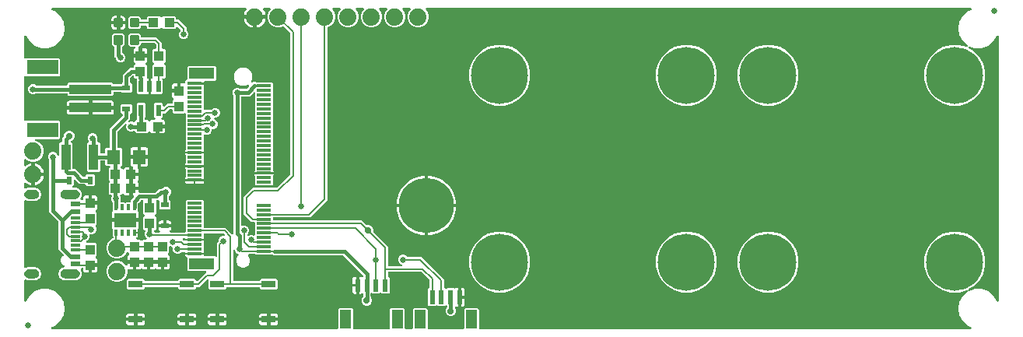
<source format=gtl>
G04 EAGLE Gerber RS-274X export*
G75*
%MOMM*%
%FSLAX34Y34*%
%LPD*%
%INTop Copper*%
%IPPOS*%
%AMOC8*
5,1,8,0,0,1.08239X$1,22.5*%
G01*
%ADD10R,1.000000X0.300000*%
%ADD11R,1.000000X0.600000*%
%ADD12C,0.755600*%
%ADD13R,1.000000X1.100000*%
%ADD14C,0.635000*%
%ADD15R,1.524000X0.762000*%
%ADD16C,6.000000*%
%ADD17R,1.100000X1.000000*%
%ADD18C,0.300000*%
%ADD19R,1.550000X0.300000*%
%ADD20R,2.750000X1.200000*%
%ADD21R,1.200000X2.000000*%
%ADD22R,0.600000X1.350000*%
%ADD23R,4.600000X1.000000*%
%ADD24R,3.400000X1.600000*%
%ADD25R,0.300000X0.650000*%
%ADD26R,2.350000X1.600000*%
%ADD27R,1.400000X1.600000*%
%ADD28C,1.879600*%
%ADD29R,0.830000X0.630000*%
%ADD30R,1.000000X2.800000*%
%ADD31R,0.550000X1.200000*%
%ADD32R,0.630000X0.830000*%
%ADD33R,0.600000X1.550000*%
%ADD34C,6.197600*%
%ADD35C,0.203200*%
%ADD36C,0.660400*%
%ADD37C,0.406400*%
%ADD38C,0.736600*%

G36*
X344010Y3311D02*
X344010Y3311D01*
X344068Y3309D01*
X344150Y3331D01*
X344234Y3343D01*
X344287Y3366D01*
X344343Y3381D01*
X344416Y3424D01*
X344493Y3459D01*
X344538Y3497D01*
X344588Y3526D01*
X344646Y3588D01*
X344710Y3642D01*
X344742Y3691D01*
X344782Y3734D01*
X344821Y3809D01*
X344868Y3879D01*
X344885Y3935D01*
X344912Y3987D01*
X344923Y4055D01*
X344953Y4150D01*
X344956Y4250D01*
X344967Y4318D01*
X344967Y24892D01*
X346158Y26083D01*
X359842Y26083D01*
X361033Y24892D01*
X361033Y4318D01*
X361041Y4260D01*
X361039Y4202D01*
X361061Y4120D01*
X361073Y4036D01*
X361096Y3983D01*
X361111Y3927D01*
X361154Y3854D01*
X361189Y3777D01*
X361227Y3732D01*
X361256Y3682D01*
X361318Y3624D01*
X361372Y3560D01*
X361421Y3528D01*
X361464Y3488D01*
X361539Y3449D01*
X361609Y3402D01*
X361665Y3385D01*
X361717Y3358D01*
X361785Y3347D01*
X361880Y3317D01*
X361980Y3314D01*
X362048Y3303D01*
X399952Y3303D01*
X400010Y3311D01*
X400068Y3309D01*
X400150Y3331D01*
X400234Y3343D01*
X400287Y3366D01*
X400343Y3381D01*
X400416Y3424D01*
X400493Y3459D01*
X400538Y3497D01*
X400588Y3526D01*
X400646Y3588D01*
X400710Y3642D01*
X400742Y3691D01*
X400782Y3734D01*
X400821Y3809D01*
X400868Y3879D01*
X400885Y3935D01*
X400912Y3987D01*
X400923Y4055D01*
X400953Y4150D01*
X400956Y4250D01*
X400967Y4318D01*
X400967Y24892D01*
X402158Y26083D01*
X415842Y26083D01*
X417033Y24892D01*
X417033Y4318D01*
X417041Y4260D01*
X417039Y4202D01*
X417061Y4120D01*
X417073Y4036D01*
X417096Y3983D01*
X417111Y3927D01*
X417154Y3854D01*
X417189Y3777D01*
X417227Y3732D01*
X417256Y3682D01*
X417318Y3624D01*
X417372Y3560D01*
X417421Y3528D01*
X417464Y3488D01*
X417539Y3449D01*
X417609Y3402D01*
X417665Y3385D01*
X417717Y3358D01*
X417785Y3347D01*
X417880Y3317D01*
X417980Y3314D01*
X418048Y3303D01*
X425012Y3303D01*
X425070Y3311D01*
X425128Y3309D01*
X425210Y3331D01*
X425294Y3343D01*
X425347Y3366D01*
X425403Y3381D01*
X425476Y3424D01*
X425553Y3459D01*
X425598Y3497D01*
X425648Y3526D01*
X425706Y3588D01*
X425770Y3642D01*
X425802Y3691D01*
X425842Y3734D01*
X425881Y3809D01*
X425928Y3879D01*
X425945Y3935D01*
X425972Y3987D01*
X425983Y4055D01*
X426013Y4150D01*
X426016Y4250D01*
X426027Y4318D01*
X426027Y24562D01*
X427218Y25753D01*
X440902Y25753D01*
X442093Y24562D01*
X442093Y4318D01*
X442101Y4260D01*
X442099Y4202D01*
X442121Y4120D01*
X442133Y4036D01*
X442156Y3983D01*
X442171Y3927D01*
X442214Y3854D01*
X442249Y3777D01*
X442287Y3732D01*
X442316Y3682D01*
X442378Y3624D01*
X442432Y3560D01*
X442481Y3528D01*
X442524Y3488D01*
X442599Y3449D01*
X442669Y3402D01*
X442725Y3385D01*
X442777Y3358D01*
X442845Y3347D01*
X442940Y3317D01*
X443040Y3314D01*
X443108Y3303D01*
X481012Y3303D01*
X481070Y3311D01*
X481128Y3309D01*
X481210Y3331D01*
X481294Y3343D01*
X481347Y3366D01*
X481403Y3381D01*
X481476Y3424D01*
X481553Y3459D01*
X481598Y3497D01*
X481648Y3526D01*
X481706Y3588D01*
X481770Y3642D01*
X481802Y3691D01*
X481842Y3734D01*
X481881Y3809D01*
X481928Y3879D01*
X481945Y3935D01*
X481972Y3987D01*
X481983Y4055D01*
X482013Y4150D01*
X482016Y4250D01*
X482027Y4318D01*
X482027Y24562D01*
X483218Y25753D01*
X496902Y25753D01*
X498093Y24562D01*
X498093Y4318D01*
X498101Y4260D01*
X498099Y4202D01*
X498121Y4120D01*
X498133Y4036D01*
X498156Y3983D01*
X498171Y3927D01*
X498214Y3854D01*
X498249Y3777D01*
X498287Y3732D01*
X498316Y3682D01*
X498378Y3624D01*
X498432Y3560D01*
X498481Y3528D01*
X498524Y3488D01*
X498599Y3449D01*
X498669Y3402D01*
X498725Y3385D01*
X498777Y3358D01*
X498845Y3347D01*
X498940Y3317D01*
X499040Y3314D01*
X499108Y3303D01*
X1033227Y3303D01*
X1033334Y3318D01*
X1033441Y3326D01*
X1033474Y3338D01*
X1033508Y3343D01*
X1033607Y3387D01*
X1033708Y3424D01*
X1033736Y3445D01*
X1033768Y3459D01*
X1033850Y3529D01*
X1033937Y3592D01*
X1033958Y3620D01*
X1033985Y3642D01*
X1034045Y3732D01*
X1034110Y3818D01*
X1034123Y3850D01*
X1034142Y3879D01*
X1034175Y3982D01*
X1034215Y4082D01*
X1034218Y4117D01*
X1034228Y4150D01*
X1034231Y4258D01*
X1034241Y4365D01*
X1034235Y4400D01*
X1034236Y4434D01*
X1034208Y4539D01*
X1034188Y4645D01*
X1034173Y4676D01*
X1034164Y4709D01*
X1034109Y4802D01*
X1034060Y4898D01*
X1034036Y4924D01*
X1034018Y4954D01*
X1033940Y5028D01*
X1033866Y5107D01*
X1033839Y5122D01*
X1033811Y5148D01*
X1033620Y5246D01*
X1033574Y5272D01*
X1030438Y6413D01*
X1024605Y11308D01*
X1020798Y17902D01*
X1019476Y25400D01*
X1020798Y32898D01*
X1024605Y39492D01*
X1029550Y43642D01*
X1029593Y43689D01*
X1029643Y43729D01*
X1029687Y43794D01*
X1029740Y43853D01*
X1029768Y43911D01*
X1029805Y43963D01*
X1029830Y44038D01*
X1029864Y44109D01*
X1029875Y44172D01*
X1029896Y44232D01*
X1029899Y44311D01*
X1029912Y44389D01*
X1029905Y44453D01*
X1029908Y44516D01*
X1029890Y44593D01*
X1029881Y44672D01*
X1029857Y44731D01*
X1029842Y44793D01*
X1029803Y44861D01*
X1029773Y44934D01*
X1029733Y44984D01*
X1029701Y45040D01*
X1029645Y45095D01*
X1029595Y45157D01*
X1029543Y45194D01*
X1029498Y45238D01*
X1029428Y45276D01*
X1029364Y45321D01*
X1029303Y45342D01*
X1029247Y45373D01*
X1029170Y45389D01*
X1029095Y45415D01*
X1029032Y45419D01*
X1028969Y45432D01*
X1028904Y45426D01*
X1028811Y45431D01*
X1028707Y45407D01*
X1028635Y45400D01*
X1020347Y43179D01*
X1011653Y43179D01*
X1003254Y45430D01*
X995725Y49777D01*
X989577Y55925D01*
X985230Y63454D01*
X982979Y71853D01*
X982979Y80547D01*
X985230Y88946D01*
X989577Y96475D01*
X995725Y102623D01*
X1003254Y106970D01*
X1011653Y109221D01*
X1020347Y109221D01*
X1028746Y106970D01*
X1036275Y102623D01*
X1042423Y96475D01*
X1046770Y88946D01*
X1049021Y80547D01*
X1049021Y71853D01*
X1046770Y63454D01*
X1042423Y55925D01*
X1036275Y49777D01*
X1031020Y46743D01*
X1030977Y46709D01*
X1030929Y46684D01*
X1030866Y46622D01*
X1030796Y46568D01*
X1030764Y46524D01*
X1030725Y46486D01*
X1030682Y46409D01*
X1030630Y46337D01*
X1030611Y46286D01*
X1030584Y46239D01*
X1030563Y46153D01*
X1030533Y46070D01*
X1030530Y46015D01*
X1030517Y45963D01*
X1030521Y45874D01*
X1030515Y45786D01*
X1030527Y45733D01*
X1030529Y45679D01*
X1030557Y45595D01*
X1030577Y45508D01*
X1030602Y45461D01*
X1030620Y45409D01*
X1030670Y45336D01*
X1030712Y45258D01*
X1030750Y45220D01*
X1030781Y45175D01*
X1030850Y45119D01*
X1030912Y45056D01*
X1030959Y45030D01*
X1031001Y44995D01*
X1031083Y44960D01*
X1031160Y44917D01*
X1031213Y44905D01*
X1031263Y44883D01*
X1031350Y44873D01*
X1031437Y44852D01*
X1031491Y44855D01*
X1031545Y44848D01*
X1031615Y44861D01*
X1031721Y44867D01*
X1031796Y44895D01*
X1031875Y44909D01*
X1037593Y46991D01*
X1045207Y46991D01*
X1052362Y44387D01*
X1058195Y39492D01*
X1061603Y33589D01*
X1061615Y33574D01*
X1061623Y33556D01*
X1061702Y33462D01*
X1061778Y33365D01*
X1061794Y33354D01*
X1061807Y33339D01*
X1061909Y33271D01*
X1062008Y33199D01*
X1062027Y33192D01*
X1062043Y33181D01*
X1062160Y33144D01*
X1062276Y33103D01*
X1062296Y33101D01*
X1062314Y33096D01*
X1062437Y33092D01*
X1062560Y33085D01*
X1062579Y33089D01*
X1062598Y33088D01*
X1062717Y33119D01*
X1062837Y33146D01*
X1062855Y33155D01*
X1062873Y33160D01*
X1062979Y33223D01*
X1063087Y33282D01*
X1063101Y33295D01*
X1063118Y33305D01*
X1063202Y33395D01*
X1063289Y33481D01*
X1063299Y33498D01*
X1063312Y33513D01*
X1063368Y33622D01*
X1063428Y33729D01*
X1063433Y33748D01*
X1063442Y33766D01*
X1063454Y33838D01*
X1063493Y34006D01*
X1063491Y34057D01*
X1063497Y34097D01*
X1063497Y321503D01*
X1063495Y321523D01*
X1063497Y321542D01*
X1063475Y321663D01*
X1063457Y321785D01*
X1063449Y321802D01*
X1063446Y321822D01*
X1063391Y321932D01*
X1063341Y322044D01*
X1063329Y322059D01*
X1063320Y322077D01*
X1063237Y322167D01*
X1063158Y322261D01*
X1063141Y322272D01*
X1063128Y322286D01*
X1063023Y322351D01*
X1062921Y322419D01*
X1062902Y322425D01*
X1062886Y322435D01*
X1062767Y322467D01*
X1062650Y322504D01*
X1062630Y322505D01*
X1062611Y322510D01*
X1062489Y322509D01*
X1062366Y322512D01*
X1062347Y322507D01*
X1062327Y322507D01*
X1062209Y322471D01*
X1062091Y322440D01*
X1062074Y322430D01*
X1062055Y322424D01*
X1061952Y322357D01*
X1061846Y322295D01*
X1061833Y322280D01*
X1061816Y322270D01*
X1061770Y322213D01*
X1061652Y322087D01*
X1061628Y322042D01*
X1061603Y322011D01*
X1058195Y316108D01*
X1052362Y311213D01*
X1045207Y308609D01*
X1037593Y308609D01*
X1031875Y310691D01*
X1031822Y310702D01*
X1031772Y310722D01*
X1031684Y310731D01*
X1031597Y310749D01*
X1031543Y310745D01*
X1031489Y310751D01*
X1031402Y310735D01*
X1031313Y310729D01*
X1031262Y310710D01*
X1031209Y310700D01*
X1031130Y310661D01*
X1031046Y310631D01*
X1031003Y310598D01*
X1030954Y310574D01*
X1030889Y310515D01*
X1030817Y310462D01*
X1030784Y310419D01*
X1030744Y310383D01*
X1030698Y310307D01*
X1030644Y310237D01*
X1030624Y310186D01*
X1030596Y310140D01*
X1030572Y310054D01*
X1030540Y309972D01*
X1030535Y309918D01*
X1030521Y309866D01*
X1030522Y309777D01*
X1030513Y309689D01*
X1030524Y309636D01*
X1030524Y309582D01*
X1030550Y309497D01*
X1030566Y309410D01*
X1030591Y309361D01*
X1030606Y309310D01*
X1030655Y309235D01*
X1030695Y309156D01*
X1030732Y309116D01*
X1030761Y309071D01*
X1030816Y309025D01*
X1030888Y308948D01*
X1030958Y308908D01*
X1031020Y308857D01*
X1036275Y305823D01*
X1042423Y299675D01*
X1046770Y292146D01*
X1049021Y283747D01*
X1049021Y275053D01*
X1046770Y266654D01*
X1042423Y259125D01*
X1036275Y252977D01*
X1028746Y248630D01*
X1020347Y246379D01*
X1011653Y246379D01*
X1003254Y248630D01*
X995725Y252977D01*
X989577Y259125D01*
X985230Y266654D01*
X982979Y275053D01*
X982979Y283747D01*
X985230Y292146D01*
X989577Y299675D01*
X995725Y305823D01*
X1003254Y310170D01*
X1011653Y312421D01*
X1020347Y312421D01*
X1028635Y310200D01*
X1028698Y310192D01*
X1028760Y310175D01*
X1028839Y310175D01*
X1028917Y310166D01*
X1028980Y310176D01*
X1029044Y310176D01*
X1029120Y310198D01*
X1029198Y310211D01*
X1029256Y310238D01*
X1029317Y310256D01*
X1029383Y310298D01*
X1029455Y310332D01*
X1029503Y310374D01*
X1029557Y310409D01*
X1029609Y310468D01*
X1029668Y310520D01*
X1029703Y310574D01*
X1029745Y310622D01*
X1029779Y310693D01*
X1029821Y310759D01*
X1029840Y310821D01*
X1029867Y310878D01*
X1029880Y310956D01*
X1029902Y311032D01*
X1029902Y311096D01*
X1029913Y311159D01*
X1029903Y311237D01*
X1029904Y311316D01*
X1029887Y311378D01*
X1029879Y311441D01*
X1029848Y311514D01*
X1029827Y311590D01*
X1029793Y311644D01*
X1029768Y311703D01*
X1029726Y311753D01*
X1029677Y311832D01*
X1029597Y311904D01*
X1029550Y311958D01*
X1024605Y316108D01*
X1020798Y322702D01*
X1019476Y330200D01*
X1020798Y337698D01*
X1024605Y344292D01*
X1030438Y349187D01*
X1033574Y350328D01*
X1033669Y350379D01*
X1033768Y350423D01*
X1033794Y350445D01*
X1033825Y350462D01*
X1033902Y350537D01*
X1033985Y350607D01*
X1034004Y350635D01*
X1034029Y350660D01*
X1034083Y350753D01*
X1034142Y350843D01*
X1034153Y350876D01*
X1034170Y350906D01*
X1034196Y351011D01*
X1034228Y351114D01*
X1034229Y351149D01*
X1034237Y351183D01*
X1034233Y351290D01*
X1034236Y351398D01*
X1034227Y351432D01*
X1034225Y351467D01*
X1034191Y351569D01*
X1034164Y351673D01*
X1034146Y351703D01*
X1034135Y351736D01*
X1034074Y351825D01*
X1034018Y351918D01*
X1033993Y351942D01*
X1033973Y351970D01*
X1033890Y352038D01*
X1033811Y352112D01*
X1033780Y352128D01*
X1033753Y352150D01*
X1033654Y352193D01*
X1033558Y352242D01*
X1033527Y352247D01*
X1033492Y352262D01*
X1033280Y352288D01*
X1033227Y352297D01*
X441019Y352297D01*
X440990Y352293D01*
X440961Y352296D01*
X440850Y352273D01*
X440738Y352257D01*
X440711Y352245D01*
X440682Y352240D01*
X440582Y352187D01*
X440478Y352141D01*
X440456Y352122D01*
X440430Y352109D01*
X440348Y352031D01*
X440261Y351958D01*
X440245Y351933D01*
X440224Y351913D01*
X440167Y351815D01*
X440104Y351721D01*
X440095Y351693D01*
X440080Y351668D01*
X440052Y351558D01*
X440018Y351450D01*
X440017Y351420D01*
X440010Y351392D01*
X440014Y351279D01*
X440011Y351166D01*
X440018Y351137D01*
X440019Y351108D01*
X440054Y351000D01*
X440082Y350891D01*
X440097Y350865D01*
X440106Y350837D01*
X440152Y350773D01*
X440228Y350646D01*
X440273Y350603D01*
X440301Y350564D01*
X441491Y349375D01*
X443231Y345174D01*
X443231Y340626D01*
X441490Y336425D01*
X438275Y333210D01*
X434074Y331469D01*
X429526Y331469D01*
X425325Y333210D01*
X422110Y336425D01*
X420369Y340626D01*
X420369Y345174D01*
X422109Y349375D01*
X423299Y350564D01*
X423316Y350588D01*
X423339Y350607D01*
X423401Y350701D01*
X423470Y350791D01*
X423480Y350819D01*
X423496Y350843D01*
X423530Y350951D01*
X423571Y351057D01*
X423573Y351086D01*
X423582Y351114D01*
X423585Y351228D01*
X423594Y351340D01*
X423589Y351369D01*
X423589Y351398D01*
X423561Y351508D01*
X423538Y351619D01*
X423525Y351645D01*
X423518Y351673D01*
X423460Y351771D01*
X423407Y351871D01*
X423387Y351893D01*
X423372Y351918D01*
X423290Y351995D01*
X423212Y352077D01*
X423186Y352092D01*
X423165Y352112D01*
X423064Y352164D01*
X422966Y352221D01*
X422938Y352228D01*
X422912Y352242D01*
X422834Y352255D01*
X422691Y352291D01*
X422628Y352289D01*
X422581Y352297D01*
X415619Y352297D01*
X415590Y352293D01*
X415561Y352296D01*
X415450Y352273D01*
X415338Y352257D01*
X415311Y352245D01*
X415282Y352240D01*
X415182Y352187D01*
X415078Y352141D01*
X415056Y352122D01*
X415030Y352109D01*
X414948Y352031D01*
X414861Y351958D01*
X414845Y351933D01*
X414824Y351913D01*
X414767Y351815D01*
X414704Y351721D01*
X414695Y351693D01*
X414680Y351668D01*
X414652Y351558D01*
X414618Y351450D01*
X414617Y351420D01*
X414610Y351392D01*
X414614Y351279D01*
X414611Y351166D01*
X414618Y351137D01*
X414619Y351108D01*
X414654Y351000D01*
X414682Y350891D01*
X414697Y350865D01*
X414706Y350837D01*
X414752Y350773D01*
X414828Y350646D01*
X414873Y350603D01*
X414901Y350564D01*
X416091Y349375D01*
X417831Y345174D01*
X417831Y340626D01*
X416090Y336425D01*
X412875Y333210D01*
X408674Y331469D01*
X404126Y331469D01*
X399925Y333210D01*
X396710Y336425D01*
X394969Y340626D01*
X394969Y345174D01*
X396709Y349375D01*
X397899Y350564D01*
X397916Y350588D01*
X397939Y350607D01*
X398001Y350701D01*
X398070Y350791D01*
X398080Y350819D01*
X398096Y350843D01*
X398130Y350951D01*
X398171Y351057D01*
X398173Y351086D01*
X398182Y351114D01*
X398185Y351228D01*
X398194Y351340D01*
X398189Y351369D01*
X398189Y351398D01*
X398161Y351508D01*
X398138Y351619D01*
X398125Y351645D01*
X398118Y351673D01*
X398060Y351771D01*
X398007Y351871D01*
X397987Y351893D01*
X397972Y351918D01*
X397890Y351995D01*
X397812Y352077D01*
X397786Y352092D01*
X397765Y352112D01*
X397664Y352164D01*
X397566Y352221D01*
X397538Y352228D01*
X397512Y352242D01*
X397434Y352255D01*
X397291Y352291D01*
X397228Y352289D01*
X397181Y352297D01*
X390219Y352297D01*
X390190Y352293D01*
X390161Y352296D01*
X390050Y352273D01*
X389938Y352257D01*
X389911Y352245D01*
X389882Y352240D01*
X389782Y352187D01*
X389678Y352141D01*
X389656Y352122D01*
X389630Y352109D01*
X389548Y352031D01*
X389461Y351958D01*
X389445Y351933D01*
X389424Y351913D01*
X389367Y351815D01*
X389304Y351721D01*
X389295Y351693D01*
X389280Y351668D01*
X389252Y351558D01*
X389218Y351450D01*
X389217Y351420D01*
X389210Y351392D01*
X389214Y351279D01*
X389211Y351166D01*
X389218Y351137D01*
X389219Y351108D01*
X389254Y351000D01*
X389282Y350891D01*
X389297Y350865D01*
X389306Y350837D01*
X389352Y350773D01*
X389428Y350646D01*
X389473Y350603D01*
X389501Y350564D01*
X390691Y349375D01*
X392431Y345174D01*
X392431Y340626D01*
X390690Y336425D01*
X387475Y333210D01*
X383274Y331469D01*
X378726Y331469D01*
X374525Y333210D01*
X371310Y336425D01*
X369569Y340626D01*
X369569Y345174D01*
X371309Y349375D01*
X372499Y350564D01*
X372516Y350588D01*
X372539Y350607D01*
X372601Y350701D01*
X372670Y350791D01*
X372680Y350819D01*
X372696Y350843D01*
X372730Y350951D01*
X372771Y351057D01*
X372773Y351086D01*
X372782Y351114D01*
X372785Y351228D01*
X372794Y351340D01*
X372789Y351369D01*
X372789Y351398D01*
X372761Y351508D01*
X372738Y351619D01*
X372725Y351645D01*
X372718Y351673D01*
X372660Y351771D01*
X372607Y351871D01*
X372587Y351893D01*
X372572Y351918D01*
X372490Y351995D01*
X372412Y352077D01*
X372386Y352092D01*
X372365Y352112D01*
X372264Y352164D01*
X372166Y352221D01*
X372138Y352228D01*
X372112Y352242D01*
X372034Y352255D01*
X371891Y352291D01*
X371828Y352289D01*
X371781Y352297D01*
X364819Y352297D01*
X364790Y352293D01*
X364761Y352296D01*
X364650Y352273D01*
X364538Y352257D01*
X364511Y352245D01*
X364482Y352240D01*
X364382Y352187D01*
X364278Y352141D01*
X364256Y352122D01*
X364230Y352109D01*
X364148Y352031D01*
X364061Y351958D01*
X364045Y351933D01*
X364024Y351913D01*
X363967Y351815D01*
X363904Y351721D01*
X363895Y351693D01*
X363880Y351668D01*
X363852Y351558D01*
X363818Y351450D01*
X363817Y351420D01*
X363810Y351392D01*
X363814Y351279D01*
X363811Y351166D01*
X363818Y351137D01*
X363819Y351108D01*
X363854Y351000D01*
X363882Y350891D01*
X363897Y350865D01*
X363906Y350837D01*
X363952Y350773D01*
X364028Y350646D01*
X364073Y350603D01*
X364101Y350564D01*
X365291Y349375D01*
X367031Y345174D01*
X367031Y340626D01*
X365290Y336425D01*
X362075Y333210D01*
X357874Y331469D01*
X353326Y331469D01*
X349125Y333210D01*
X345910Y336425D01*
X344169Y340626D01*
X344169Y345174D01*
X345909Y349375D01*
X347099Y350564D01*
X347116Y350588D01*
X347139Y350607D01*
X347201Y350701D01*
X347270Y350791D01*
X347280Y350819D01*
X347296Y350843D01*
X347330Y350951D01*
X347371Y351057D01*
X347373Y351086D01*
X347382Y351114D01*
X347385Y351228D01*
X347394Y351340D01*
X347389Y351369D01*
X347389Y351398D01*
X347361Y351508D01*
X347338Y351619D01*
X347325Y351645D01*
X347318Y351673D01*
X347260Y351771D01*
X347207Y351871D01*
X347187Y351893D01*
X347172Y351918D01*
X347090Y351995D01*
X347012Y352077D01*
X346986Y352092D01*
X346965Y352112D01*
X346864Y352164D01*
X346766Y352221D01*
X346738Y352228D01*
X346712Y352242D01*
X346634Y352255D01*
X346491Y352291D01*
X346428Y352289D01*
X346381Y352297D01*
X339419Y352297D01*
X339390Y352293D01*
X339361Y352296D01*
X339250Y352273D01*
X339138Y352257D01*
X339111Y352245D01*
X339082Y352240D01*
X338982Y352187D01*
X338878Y352141D01*
X338856Y352122D01*
X338830Y352109D01*
X338748Y352031D01*
X338661Y351958D01*
X338645Y351933D01*
X338624Y351913D01*
X338567Y351815D01*
X338504Y351721D01*
X338495Y351693D01*
X338480Y351668D01*
X338452Y351558D01*
X338418Y351450D01*
X338417Y351420D01*
X338410Y351392D01*
X338414Y351279D01*
X338411Y351166D01*
X338418Y351137D01*
X338419Y351108D01*
X338454Y351000D01*
X338482Y350891D01*
X338497Y350865D01*
X338506Y350837D01*
X338552Y350773D01*
X338628Y350646D01*
X338673Y350603D01*
X338701Y350564D01*
X339891Y349375D01*
X341631Y345174D01*
X341631Y340626D01*
X339890Y336425D01*
X336675Y333210D01*
X333875Y332050D01*
X333874Y332049D01*
X333873Y332049D01*
X333754Y331978D01*
X333631Y331905D01*
X333630Y331904D01*
X333628Y331903D01*
X333531Y331800D01*
X333435Y331699D01*
X333435Y331697D01*
X333434Y331696D01*
X333369Y331570D01*
X333305Y331446D01*
X333305Y331444D01*
X333304Y331443D01*
X333302Y331428D01*
X333250Y331167D01*
X333253Y331137D01*
X333249Y331112D01*
X333249Y143517D01*
X314483Y124751D01*
X274848Y124751D01*
X274790Y124743D01*
X274732Y124745D01*
X274650Y124723D01*
X274566Y124711D01*
X274513Y124688D01*
X274457Y124673D01*
X274384Y124630D01*
X274307Y124595D01*
X274262Y124557D01*
X274212Y124528D01*
X274154Y124466D01*
X274090Y124412D01*
X274058Y124363D01*
X274018Y124320D01*
X273979Y124245D01*
X273932Y124175D01*
X273915Y124119D01*
X273888Y124067D01*
X273877Y123999D01*
X273847Y123904D01*
X273844Y123804D01*
X273833Y123736D01*
X273833Y122174D01*
X273841Y122116D01*
X273839Y122058D01*
X273861Y121976D01*
X273873Y121892D01*
X273896Y121839D01*
X273911Y121783D01*
X273954Y121710D01*
X273989Y121633D01*
X274027Y121588D01*
X274056Y121538D01*
X274118Y121480D01*
X274172Y121416D01*
X274221Y121384D01*
X274264Y121344D01*
X274339Y121305D01*
X274409Y121258D01*
X274465Y121241D01*
X274517Y121214D01*
X274585Y121203D01*
X274680Y121173D01*
X274780Y121170D01*
X274848Y121159D01*
X370833Y121159D01*
X375488Y116503D01*
X375558Y116451D01*
X375622Y116391D01*
X375672Y116365D01*
X375716Y116332D01*
X375797Y116301D01*
X375875Y116261D01*
X375923Y116253D01*
X375981Y116231D01*
X376129Y116219D01*
X376206Y116206D01*
X378327Y116206D01*
X380428Y115336D01*
X382036Y113728D01*
X382906Y111627D01*
X382906Y109506D01*
X382918Y109420D01*
X382921Y109332D01*
X382938Y109280D01*
X382946Y109225D01*
X382981Y109145D01*
X383008Y109062D01*
X383036Y109023D01*
X383062Y108965D01*
X383158Y108852D01*
X383203Y108788D01*
X399049Y92943D01*
X399049Y72644D01*
X399057Y72586D01*
X399055Y72528D01*
X399077Y72446D01*
X399089Y72362D01*
X399112Y72309D01*
X399127Y72253D01*
X399170Y72180D01*
X399205Y72103D01*
X399243Y72058D01*
X399272Y72008D01*
X399334Y71950D01*
X399388Y71886D01*
X399437Y71854D01*
X399480Y71814D01*
X399555Y71775D01*
X399625Y71728D01*
X399681Y71711D01*
X399733Y71684D01*
X399801Y71673D01*
X399896Y71643D01*
X399996Y71640D01*
X400064Y71629D01*
X413414Y71629D01*
X413499Y71641D01*
X413585Y71643D01*
X413639Y71661D01*
X413695Y71669D01*
X413774Y71704D01*
X413856Y71730D01*
X413903Y71762D01*
X413955Y71785D01*
X414020Y71840D01*
X414092Y71888D01*
X414128Y71932D01*
X414172Y71968D01*
X414219Y72040D01*
X414275Y72106D01*
X414298Y72158D01*
X414329Y72205D01*
X414355Y72287D01*
X414390Y72366D01*
X414398Y72422D01*
X414415Y72476D01*
X414417Y72562D01*
X414429Y72647D01*
X414421Y72703D01*
X414422Y72760D01*
X414401Y72843D01*
X414388Y72928D01*
X414365Y72980D01*
X414351Y73035D01*
X414307Y73109D01*
X414271Y73188D01*
X414234Y73231D01*
X414205Y73280D01*
X414143Y73339D01*
X414087Y73404D01*
X414045Y73430D01*
X413998Y73474D01*
X413869Y73540D01*
X413802Y73582D01*
X412268Y74217D01*
X410767Y75718D01*
X409955Y77679D01*
X409955Y79801D01*
X410767Y81762D01*
X412268Y83263D01*
X414229Y84075D01*
X416351Y84075D01*
X418312Y83263D01*
X419488Y82086D01*
X419558Y82034D01*
X419622Y81974D01*
X419671Y81948D01*
X419716Y81915D01*
X419797Y81884D01*
X419875Y81844D01*
X419923Y81836D01*
X419981Y81814D01*
X420129Y81802D01*
X420206Y81789D01*
X435603Y81789D01*
X460109Y57283D01*
X460109Y48768D01*
X460117Y48710D01*
X460115Y48652D01*
X460137Y48570D01*
X460149Y48486D01*
X460172Y48433D01*
X460187Y48377D01*
X460230Y48304D01*
X460265Y48227D01*
X460303Y48182D01*
X460332Y48132D01*
X460394Y48074D01*
X460448Y48010D01*
X460497Y47978D01*
X460540Y47938D01*
X460615Y47899D01*
X460685Y47852D01*
X460741Y47835D01*
X460793Y47808D01*
X460857Y47797D01*
X461342Y47313D01*
X461389Y47278D01*
X461429Y47235D01*
X461502Y47192D01*
X461569Y47142D01*
X461624Y47121D01*
X461674Y47091D01*
X461756Y47070D01*
X461835Y47040D01*
X461893Y47036D01*
X461950Y47021D01*
X462034Y47024D01*
X462118Y47017D01*
X462176Y47028D01*
X462234Y47030D01*
X462314Y47056D01*
X462397Y47073D01*
X462449Y47100D01*
X462505Y47118D01*
X462561Y47158D01*
X462649Y47204D01*
X462722Y47272D01*
X462778Y47313D01*
X463218Y47753D01*
X470902Y47753D01*
X470983Y47672D01*
X471030Y47637D01*
X471070Y47594D01*
X471143Y47552D01*
X471210Y47501D01*
X471265Y47480D01*
X471315Y47450D01*
X471397Y47430D01*
X471476Y47400D01*
X471534Y47395D01*
X471591Y47380D01*
X471675Y47383D01*
X471759Y47376D01*
X471816Y47388D01*
X471875Y47389D01*
X471955Y47415D01*
X472038Y47432D01*
X472090Y47459D01*
X472145Y47477D01*
X472202Y47517D01*
X472290Y47563D01*
X472362Y47632D01*
X472419Y47672D01*
X472500Y47753D01*
X473079Y48088D01*
X473726Y48261D01*
X475561Y48261D01*
X475561Y38454D01*
X475569Y38396D01*
X475567Y38338D01*
X475589Y38256D01*
X475601Y38173D01*
X475624Y38119D01*
X475639Y38063D01*
X475682Y37990D01*
X475691Y37971D01*
X475660Y37925D01*
X475643Y37869D01*
X475616Y37817D01*
X475605Y37749D01*
X475575Y37654D01*
X475572Y37554D01*
X475561Y37486D01*
X475561Y27679D01*
X473726Y27679D01*
X473149Y27834D01*
X473129Y27836D01*
X473111Y27843D01*
X472989Y27853D01*
X472866Y27868D01*
X472847Y27865D01*
X472827Y27867D01*
X472707Y27843D01*
X472586Y27823D01*
X472568Y27815D01*
X472549Y27811D01*
X472439Y27754D01*
X472329Y27702D01*
X472314Y27689D01*
X472296Y27680D01*
X472207Y27595D01*
X472115Y27514D01*
X472105Y27498D01*
X472090Y27484D01*
X472028Y27378D01*
X471962Y27275D01*
X471957Y27256D01*
X471947Y27239D01*
X471916Y27120D01*
X471882Y27002D01*
X471881Y26982D01*
X471877Y26963D01*
X471880Y26840D01*
X471880Y26718D01*
X471885Y26699D01*
X471886Y26679D01*
X471924Y26562D01*
X471957Y26444D01*
X471967Y26427D01*
X471973Y26409D01*
X472016Y26348D01*
X472107Y26202D01*
X472145Y26168D01*
X472168Y26135D01*
X472206Y26098D01*
X473076Y23997D01*
X473076Y21723D01*
X472206Y19622D01*
X470598Y18014D01*
X468497Y17144D01*
X466223Y17144D01*
X464122Y18014D01*
X462514Y19622D01*
X461644Y21723D01*
X461644Y23997D01*
X462514Y26098D01*
X462998Y26581D01*
X463050Y26651D01*
X463110Y26715D01*
X463136Y26764D01*
X463169Y26808D01*
X463200Y26890D01*
X463240Y26968D01*
X463248Y27016D01*
X463270Y27074D01*
X463282Y27222D01*
X463295Y27299D01*
X463295Y27689D01*
X463288Y27744D01*
X463289Y27785D01*
X463282Y27811D01*
X463280Y27863D01*
X463263Y27916D01*
X463255Y27971D01*
X463220Y28051D01*
X463217Y28059D01*
X463217Y28060D01*
X463193Y28134D01*
X463165Y28173D01*
X463139Y28230D01*
X463043Y28343D01*
X462998Y28407D01*
X462778Y28627D01*
X462731Y28663D01*
X462691Y28705D01*
X462618Y28748D01*
X462551Y28798D01*
X462496Y28819D01*
X462446Y28849D01*
X462364Y28869D01*
X462285Y28899D01*
X462227Y28904D01*
X462170Y28919D01*
X462086Y28916D01*
X462002Y28923D01*
X461944Y28912D01*
X461886Y28910D01*
X461806Y28884D01*
X461723Y28867D01*
X461671Y28840D01*
X461615Y28822D01*
X461559Y28782D01*
X461471Y28736D01*
X461398Y28667D01*
X461342Y28627D01*
X460902Y28187D01*
X453218Y28187D01*
X452778Y28627D01*
X452731Y28663D01*
X452691Y28705D01*
X452618Y28748D01*
X452551Y28798D01*
X452496Y28819D01*
X452446Y28849D01*
X452364Y28869D01*
X452285Y28900D01*
X452227Y28904D01*
X452170Y28919D01*
X452086Y28916D01*
X452002Y28923D01*
X451944Y28912D01*
X451886Y28910D01*
X451806Y28884D01*
X451723Y28867D01*
X451671Y28840D01*
X451615Y28822D01*
X451559Y28782D01*
X451471Y28736D01*
X451398Y28667D01*
X451342Y28627D01*
X450902Y28187D01*
X443218Y28187D01*
X442027Y29378D01*
X442027Y46562D01*
X443255Y47789D01*
X443278Y47793D01*
X443331Y47816D01*
X443387Y47831D01*
X443460Y47874D01*
X443537Y47909D01*
X443582Y47947D01*
X443632Y47976D01*
X443690Y48038D01*
X443754Y48092D01*
X443786Y48141D01*
X443826Y48184D01*
X443865Y48259D01*
X443912Y48329D01*
X443929Y48385D01*
X443956Y48437D01*
X443967Y48505D01*
X443997Y48600D01*
X444000Y48700D01*
X444011Y48768D01*
X444011Y56717D01*
X443999Y56803D01*
X443996Y56891D01*
X443979Y56943D01*
X443971Y56998D01*
X443936Y57078D01*
X443909Y57161D01*
X443881Y57200D01*
X443855Y57258D01*
X443759Y57371D01*
X443714Y57435D01*
X435915Y65234D01*
X435845Y65286D01*
X435781Y65346D01*
X435731Y65372D01*
X435687Y65405D01*
X435606Y65436D01*
X435528Y65476D01*
X435480Y65484D01*
X435422Y65506D01*
X435274Y65518D01*
X435197Y65531D01*
X400064Y65531D01*
X400006Y65523D01*
X399948Y65525D01*
X399866Y65503D01*
X399782Y65491D01*
X399729Y65468D01*
X399673Y65453D01*
X399600Y65410D01*
X399523Y65375D01*
X399478Y65337D01*
X399428Y65308D01*
X399370Y65246D01*
X399306Y65192D01*
X399274Y65143D01*
X399234Y65100D01*
X399195Y65025D01*
X399148Y64955D01*
X399131Y64899D01*
X399104Y64847D01*
X399093Y64779D01*
X399063Y64684D01*
X399060Y64584D01*
X399049Y64516D01*
X399049Y60598D01*
X399057Y60540D01*
X399055Y60482D01*
X399077Y60400D01*
X399089Y60316D01*
X399112Y60263D01*
X399127Y60207D01*
X399170Y60134D01*
X399205Y60057D01*
X399243Y60012D01*
X399272Y59962D01*
X399334Y59904D01*
X399388Y59840D01*
X399437Y59808D01*
X399480Y59768D01*
X399555Y59729D01*
X399625Y59682D01*
X399681Y59665D01*
X399733Y59638D01*
X399797Y59627D01*
X401033Y58392D01*
X401033Y43208D01*
X399842Y42017D01*
X392158Y42017D01*
X391718Y42457D01*
X391671Y42492D01*
X391631Y42535D01*
X391558Y42578D01*
X391491Y42628D01*
X391436Y42649D01*
X391386Y42679D01*
X391304Y42700D01*
X391225Y42730D01*
X391167Y42734D01*
X391110Y42749D01*
X391026Y42746D01*
X390942Y42753D01*
X390884Y42742D01*
X390826Y42740D01*
X390746Y42714D01*
X390663Y42697D01*
X390611Y42670D01*
X390555Y42652D01*
X390499Y42612D01*
X390411Y42566D01*
X390338Y42497D01*
X390282Y42457D01*
X389842Y42017D01*
X382158Y42017D01*
X381798Y42377D01*
X381774Y42395D01*
X381755Y42417D01*
X381661Y42480D01*
X381571Y42548D01*
X381543Y42559D01*
X381519Y42575D01*
X381411Y42609D01*
X381305Y42650D01*
X381276Y42652D01*
X381248Y42661D01*
X381134Y42664D01*
X381022Y42673D01*
X380993Y42667D01*
X380964Y42668D01*
X380854Y42639D01*
X380743Y42617D01*
X380717Y42604D01*
X380689Y42596D01*
X380591Y42539D01*
X380491Y42486D01*
X380469Y42466D01*
X380444Y42451D01*
X380367Y42368D01*
X380285Y42290D01*
X380270Y42265D01*
X380250Y42244D01*
X380198Y42143D01*
X380141Y42045D01*
X380134Y42017D01*
X380120Y41991D01*
X380107Y41913D01*
X380071Y41770D01*
X380073Y41707D01*
X380065Y41660D01*
X380065Y38649D01*
X380077Y38562D01*
X380080Y38475D01*
X380097Y38422D01*
X380105Y38368D01*
X380140Y38288D01*
X380167Y38205D01*
X380195Y38165D01*
X380221Y38108D01*
X380317Y37995D01*
X380362Y37931D01*
X380766Y37528D01*
X381636Y35427D01*
X381636Y33153D01*
X380766Y31052D01*
X379158Y29444D01*
X377057Y28574D01*
X374783Y28574D01*
X372682Y29444D01*
X371074Y31052D01*
X370204Y33153D01*
X370204Y35427D01*
X371074Y37528D01*
X371638Y38091D01*
X371690Y38161D01*
X371750Y38225D01*
X371776Y38274D01*
X371809Y38318D01*
X371840Y38400D01*
X371880Y38478D01*
X371888Y38526D01*
X371910Y38584D01*
X371916Y38650D01*
X371921Y38669D01*
X371923Y38736D01*
X371935Y38809D01*
X371935Y41052D01*
X371930Y41091D01*
X371932Y41130D01*
X371910Y41231D01*
X371895Y41334D01*
X371879Y41370D01*
X371871Y41408D01*
X371822Y41499D01*
X371779Y41593D01*
X371754Y41623D01*
X371735Y41658D01*
X371662Y41731D01*
X371596Y41810D01*
X371563Y41832D01*
X371536Y41860D01*
X371445Y41910D01*
X371359Y41968D01*
X371322Y41980D01*
X371288Y41999D01*
X371187Y42022D01*
X371088Y42054D01*
X371049Y42055D01*
X371011Y42064D01*
X370907Y42058D01*
X370804Y42061D01*
X370766Y42051D01*
X370727Y42049D01*
X370654Y42022D01*
X370529Y41989D01*
X370465Y41951D01*
X370412Y41932D01*
X369981Y41682D01*
X369334Y41509D01*
X367499Y41509D01*
X367499Y50316D01*
X367491Y50374D01*
X367493Y50432D01*
X367471Y50514D01*
X367459Y50597D01*
X367436Y50651D01*
X367421Y50707D01*
X367378Y50780D01*
X367369Y50799D01*
X367400Y50845D01*
X367417Y50901D01*
X367444Y50953D01*
X367455Y51021D01*
X367485Y51116D01*
X367488Y51216D01*
X367499Y51284D01*
X367499Y60091D01*
X369334Y60091D01*
X369981Y59918D01*
X370412Y59668D01*
X370449Y59654D01*
X370481Y59632D01*
X370580Y59601D01*
X370676Y59562D01*
X370715Y59558D01*
X370752Y59546D01*
X370856Y59544D01*
X370959Y59533D01*
X370997Y59540D01*
X371036Y59539D01*
X371137Y59565D01*
X371239Y59584D01*
X371274Y59601D01*
X371311Y59611D01*
X371400Y59664D01*
X371493Y59710D01*
X371522Y59736D01*
X371556Y59756D01*
X371627Y59832D01*
X371703Y59902D01*
X371724Y59935D01*
X371750Y59963D01*
X371798Y60056D01*
X371852Y60144D01*
X371862Y60182D01*
X371880Y60216D01*
X371893Y60293D01*
X371927Y60418D01*
X371926Y60493D01*
X371935Y60548D01*
X371935Y61316D01*
X371923Y61402D01*
X371920Y61490D01*
X371903Y61542D01*
X371895Y61597D01*
X371860Y61677D01*
X371833Y61760D01*
X371805Y61800D01*
X371779Y61857D01*
X371683Y61970D01*
X371638Y62034D01*
X350234Y83438D01*
X350164Y83490D01*
X350100Y83550D01*
X350051Y83576D01*
X350007Y83609D01*
X349925Y83640D01*
X349847Y83680D01*
X349799Y83688D01*
X349741Y83710D01*
X349593Y83722D01*
X349516Y83735D01*
X273736Y83735D01*
X273502Y83970D01*
X273432Y84022D01*
X273368Y84082D01*
X273319Y84108D01*
X273274Y84141D01*
X273193Y84172D01*
X273115Y84212D01*
X273067Y84220D01*
X273009Y84242D01*
X272861Y84254D01*
X272784Y84267D01*
X255458Y84267D01*
X255271Y84454D01*
X255202Y84506D01*
X255138Y84566D01*
X255088Y84592D01*
X255044Y84625D01*
X254962Y84656D01*
X254885Y84696D01*
X254837Y84704D01*
X254779Y84726D01*
X254631Y84738D01*
X254553Y84751D01*
X247453Y84751D01*
X247424Y84747D01*
X247394Y84750D01*
X247283Y84727D01*
X247171Y84711D01*
X247144Y84699D01*
X247116Y84694D01*
X247015Y84641D01*
X246912Y84595D01*
X246889Y84576D01*
X246863Y84563D01*
X246781Y84485D01*
X246695Y84412D01*
X246678Y84387D01*
X246657Y84367D01*
X246600Y84269D01*
X246537Y84175D01*
X246528Y84147D01*
X246513Y84122D01*
X246486Y84012D01*
X246451Y83904D01*
X246451Y83874D01*
X246443Y83846D01*
X246447Y83733D01*
X246444Y83620D01*
X246451Y83591D01*
X246452Y83562D01*
X246487Y83454D01*
X246516Y83345D01*
X246531Y83319D01*
X246540Y83291D01*
X246586Y83227D01*
X246661Y83100D01*
X246707Y83057D01*
X246735Y83018D01*
X247686Y82067D01*
X248833Y79298D01*
X248833Y76302D01*
X247686Y73533D01*
X245567Y71414D01*
X242798Y70267D01*
X239802Y70267D01*
X237033Y71414D01*
X234914Y73533D01*
X233767Y76302D01*
X233767Y79298D01*
X234914Y82067D01*
X236185Y83338D01*
X236254Y83430D01*
X236328Y83517D01*
X236339Y83543D01*
X236356Y83565D01*
X236397Y83672D01*
X236443Y83777D01*
X236447Y83805D01*
X236457Y83831D01*
X236467Y83945D01*
X236482Y84059D01*
X236478Y84086D01*
X236481Y84114D01*
X236458Y84226D01*
X236442Y84340D01*
X236430Y84365D01*
X236425Y84393D01*
X236372Y84495D01*
X236325Y84599D01*
X236307Y84620D01*
X236294Y84645D01*
X236215Y84728D01*
X236140Y84816D01*
X236119Y84829D01*
X236098Y84851D01*
X235869Y84985D01*
X235856Y84994D01*
X234603Y85513D01*
X233102Y87013D01*
X232332Y88873D01*
X232288Y88947D01*
X232253Y89026D01*
X232216Y89069D01*
X232187Y89118D01*
X232125Y89177D01*
X232069Y89243D01*
X232022Y89274D01*
X231981Y89313D01*
X231904Y89352D01*
X231833Y89400D01*
X231779Y89417D01*
X231728Y89443D01*
X231644Y89460D01*
X231562Y89486D01*
X231505Y89487D01*
X231449Y89498D01*
X231364Y89491D01*
X231278Y89493D01*
X231223Y89479D01*
X231166Y89474D01*
X231086Y89443D01*
X231003Y89421D01*
X230954Y89392D01*
X230901Y89372D01*
X230832Y89320D01*
X230758Y89276D01*
X230719Y89235D01*
X230674Y89200D01*
X230622Y89132D01*
X230564Y89069D01*
X230538Y89018D01*
X230504Y88973D01*
X230473Y88892D01*
X230434Y88816D01*
X230426Y88767D01*
X230403Y88707D01*
X230392Y88562D01*
X230379Y88485D01*
X230379Y56134D01*
X230387Y56076D01*
X230385Y56018D01*
X230407Y55936D01*
X230419Y55852D01*
X230442Y55799D01*
X230457Y55743D01*
X230500Y55670D01*
X230535Y55593D01*
X230573Y55548D01*
X230602Y55498D01*
X230664Y55440D01*
X230718Y55376D01*
X230767Y55344D01*
X230810Y55304D01*
X230885Y55265D01*
X230955Y55218D01*
X231011Y55201D01*
X231063Y55174D01*
X231131Y55163D01*
X231226Y55133D01*
X231326Y55130D01*
X231394Y55119D01*
X258572Y55119D01*
X258630Y55127D01*
X258688Y55125D01*
X258770Y55147D01*
X258854Y55159D01*
X258907Y55182D01*
X258963Y55197D01*
X259036Y55240D01*
X259113Y55275D01*
X259158Y55313D01*
X259208Y55342D01*
X259266Y55404D01*
X259330Y55458D01*
X259362Y55507D01*
X259402Y55550D01*
X259441Y55625D01*
X259488Y55695D01*
X259505Y55751D01*
X259532Y55803D01*
X259543Y55871D01*
X259573Y55966D01*
X259576Y56066D01*
X259587Y56134D01*
X259587Y56722D01*
X260778Y57913D01*
X277702Y57913D01*
X278893Y56722D01*
X278893Y47418D01*
X277702Y46227D01*
X260778Y46227D01*
X259587Y47418D01*
X259587Y48006D01*
X259580Y48059D01*
X259581Y48090D01*
X259580Y48093D01*
X259581Y48122D01*
X259559Y48204D01*
X259547Y48288D01*
X259524Y48341D01*
X259509Y48397D01*
X259466Y48470D01*
X259431Y48547D01*
X259393Y48592D01*
X259364Y48642D01*
X259302Y48700D01*
X259248Y48764D01*
X259199Y48796D01*
X259156Y48836D01*
X259081Y48875D01*
X259011Y48922D01*
X258955Y48939D01*
X258903Y48966D01*
X258835Y48977D01*
X258740Y49007D01*
X258640Y49010D01*
X258572Y49021D01*
X224028Y49021D01*
X223970Y49013D01*
X223912Y49015D01*
X223830Y48993D01*
X223746Y48981D01*
X223693Y48958D01*
X223637Y48943D01*
X223564Y48900D01*
X223487Y48865D01*
X223442Y48827D01*
X223392Y48798D01*
X223334Y48736D01*
X223270Y48682D01*
X223238Y48633D01*
X223198Y48590D01*
X223159Y48515D01*
X223112Y48445D01*
X223095Y48389D01*
X223068Y48337D01*
X223057Y48269D01*
X223027Y48174D01*
X223024Y48074D01*
X223013Y48006D01*
X223013Y47418D01*
X221822Y46227D01*
X204898Y46227D01*
X203707Y47418D01*
X203707Y56116D01*
X203703Y56145D01*
X203706Y56174D01*
X203700Y56201D01*
X203701Y56212D01*
X203690Y56254D01*
X203683Y56285D01*
X203667Y56398D01*
X203655Y56424D01*
X203650Y56453D01*
X203598Y56553D01*
X203551Y56657D01*
X203532Y56679D01*
X203519Y56705D01*
X203441Y56787D01*
X203368Y56874D01*
X203343Y56890D01*
X203323Y56911D01*
X203225Y56969D01*
X203131Y57032D01*
X203103Y57040D01*
X203078Y57055D01*
X202968Y57083D01*
X202860Y57117D01*
X202830Y57118D01*
X202802Y57125D01*
X202689Y57122D01*
X202576Y57125D01*
X202547Y57117D01*
X202518Y57116D01*
X202410Y57081D01*
X202301Y57053D01*
X202275Y57038D01*
X202247Y57029D01*
X202184Y56983D01*
X202151Y56964D01*
X202131Y56955D01*
X202119Y56945D01*
X202056Y56908D01*
X202013Y56862D01*
X201974Y56834D01*
X194162Y49021D01*
X191008Y49021D01*
X190950Y49013D01*
X190892Y49015D01*
X190810Y48993D01*
X190726Y48981D01*
X190673Y48958D01*
X190617Y48943D01*
X190544Y48900D01*
X190467Y48865D01*
X190422Y48827D01*
X190372Y48798D01*
X190314Y48736D01*
X190250Y48682D01*
X190218Y48633D01*
X190178Y48590D01*
X190139Y48515D01*
X190092Y48445D01*
X190075Y48389D01*
X190048Y48337D01*
X190037Y48269D01*
X190007Y48174D01*
X190004Y48074D01*
X189993Y48006D01*
X189993Y47418D01*
X188802Y46227D01*
X171878Y46227D01*
X170687Y47418D01*
X170687Y48006D01*
X170680Y48059D01*
X170681Y48090D01*
X170680Y48093D01*
X170681Y48122D01*
X170659Y48204D01*
X170647Y48288D01*
X170624Y48341D01*
X170609Y48397D01*
X170566Y48470D01*
X170531Y48547D01*
X170493Y48592D01*
X170464Y48642D01*
X170402Y48700D01*
X170348Y48764D01*
X170299Y48796D01*
X170256Y48836D01*
X170181Y48875D01*
X170111Y48922D01*
X170055Y48939D01*
X170003Y48966D01*
X169935Y48977D01*
X169840Y49007D01*
X169740Y49010D01*
X169672Y49021D01*
X135128Y49021D01*
X135070Y49013D01*
X135012Y49015D01*
X134930Y48993D01*
X134846Y48981D01*
X134793Y48958D01*
X134737Y48943D01*
X134664Y48900D01*
X134587Y48865D01*
X134542Y48827D01*
X134492Y48798D01*
X134434Y48736D01*
X134370Y48682D01*
X134338Y48633D01*
X134298Y48590D01*
X134259Y48515D01*
X134212Y48445D01*
X134195Y48389D01*
X134168Y48337D01*
X134157Y48269D01*
X134127Y48174D01*
X134124Y48074D01*
X134113Y48006D01*
X134113Y47418D01*
X132922Y46227D01*
X115998Y46227D01*
X114807Y47418D01*
X114807Y56722D01*
X115998Y57913D01*
X132922Y57913D01*
X134113Y56722D01*
X134113Y56134D01*
X134121Y56076D01*
X134119Y56018D01*
X134141Y55936D01*
X134153Y55852D01*
X134176Y55799D01*
X134191Y55743D01*
X134234Y55670D01*
X134269Y55593D01*
X134307Y55548D01*
X134336Y55498D01*
X134398Y55440D01*
X134452Y55376D01*
X134501Y55344D01*
X134544Y55304D01*
X134619Y55265D01*
X134689Y55218D01*
X134745Y55201D01*
X134797Y55174D01*
X134865Y55163D01*
X134960Y55133D01*
X135060Y55130D01*
X135128Y55119D01*
X169672Y55119D01*
X169730Y55127D01*
X169788Y55125D01*
X169870Y55147D01*
X169954Y55159D01*
X170007Y55182D01*
X170063Y55197D01*
X170136Y55240D01*
X170213Y55275D01*
X170258Y55313D01*
X170308Y55342D01*
X170366Y55404D01*
X170430Y55458D01*
X170462Y55507D01*
X170502Y55550D01*
X170541Y55625D01*
X170588Y55695D01*
X170605Y55751D01*
X170632Y55803D01*
X170643Y55871D01*
X170673Y55966D01*
X170676Y56066D01*
X170687Y56134D01*
X170687Y56722D01*
X171878Y57913D01*
X188802Y57913D01*
X189993Y56722D01*
X189993Y56134D01*
X190001Y56076D01*
X189999Y56018D01*
X190021Y55936D01*
X190033Y55852D01*
X190056Y55799D01*
X190071Y55743D01*
X190114Y55670D01*
X190149Y55593D01*
X190187Y55548D01*
X190216Y55498D01*
X190278Y55440D01*
X190332Y55376D01*
X190381Y55344D01*
X190424Y55304D01*
X190499Y55265D01*
X190569Y55218D01*
X190625Y55201D01*
X190677Y55174D01*
X190745Y55163D01*
X190840Y55133D01*
X190940Y55130D01*
X191008Y55119D01*
X191215Y55119D01*
X191302Y55131D01*
X191389Y55134D01*
X191442Y55151D01*
X191497Y55159D01*
X191577Y55194D01*
X191660Y55221D01*
X191699Y55249D01*
X191756Y55275D01*
X191869Y55371D01*
X191933Y55416D01*
X201051Y64534D01*
X201063Y64550D01*
X201072Y64557D01*
X201077Y64564D01*
X201091Y64577D01*
X201154Y64671D01*
X201222Y64761D01*
X201233Y64789D01*
X201249Y64813D01*
X201283Y64921D01*
X201323Y65027D01*
X201326Y65056D01*
X201335Y65084D01*
X201338Y65198D01*
X201347Y65310D01*
X201341Y65339D01*
X201342Y65368D01*
X201313Y65478D01*
X201291Y65589D01*
X201278Y65615D01*
X201270Y65643D01*
X201212Y65741D01*
X201160Y65841D01*
X201140Y65863D01*
X201125Y65888D01*
X201042Y65965D01*
X200964Y66047D01*
X200939Y66062D01*
X200918Y66082D01*
X200817Y66134D01*
X200719Y66191D01*
X200691Y66198D01*
X200664Y66212D01*
X200587Y66225D01*
X200443Y66261D01*
X200381Y66259D01*
X200333Y66267D01*
X181708Y66267D01*
X180517Y67458D01*
X180517Y80466D01*
X180509Y80524D01*
X180511Y80578D01*
X180508Y80588D01*
X180508Y80602D01*
X180488Y80674D01*
X180477Y80748D01*
X180451Y80808D01*
X180439Y80853D01*
X180436Y80857D01*
X180431Y80876D01*
X180392Y80939D01*
X180361Y81007D01*
X180317Y81059D01*
X180296Y81093D01*
X180294Y81098D01*
X180293Y81098D01*
X180281Y81117D01*
X180226Y81167D01*
X180178Y81224D01*
X180121Y81262D01*
X180070Y81308D01*
X180013Y81334D01*
X179941Y81382D01*
X179865Y81406D01*
X179240Y81767D01*
X178767Y82240D01*
X178432Y82819D01*
X178259Y83466D01*
X178259Y84285D01*
X188550Y84285D01*
X198841Y84285D01*
X198841Y83348D01*
X198849Y83290D01*
X198847Y83232D01*
X198869Y83150D01*
X198881Y83066D01*
X198904Y83013D01*
X198919Y82957D01*
X198962Y82884D01*
X198997Y82807D01*
X199035Y82762D01*
X199064Y82712D01*
X199126Y82654D01*
X199180Y82590D01*
X199229Y82558D01*
X199272Y82518D01*
X199347Y82479D01*
X199417Y82432D01*
X199473Y82415D01*
X199525Y82388D01*
X199593Y82377D01*
X199688Y82347D01*
X199788Y82344D01*
X199856Y82333D01*
X210892Y82333D01*
X211118Y82107D01*
X211142Y82089D01*
X211161Y82067D01*
X211255Y82004D01*
X211345Y81936D01*
X211373Y81925D01*
X211397Y81909D01*
X211505Y81875D01*
X211611Y81834D01*
X211640Y81832D01*
X211668Y81823D01*
X211781Y81820D01*
X211894Y81811D01*
X211923Y81817D01*
X211952Y81816D01*
X212062Y81844D01*
X212173Y81867D01*
X212199Y81880D01*
X212227Y81888D01*
X212325Y81945D01*
X212425Y81998D01*
X212447Y82018D01*
X212472Y82033D01*
X212549Y82115D01*
X212631Y82194D01*
X212646Y82219D01*
X212666Y82240D01*
X212718Y82341D01*
X212775Y82439D01*
X212782Y82467D01*
X212796Y82493D01*
X212809Y82571D01*
X212845Y82714D01*
X212843Y82777D01*
X212851Y82824D01*
X212851Y96513D01*
X214078Y97739D01*
X214130Y97809D01*
X214190Y97873D01*
X214216Y97923D01*
X214249Y97967D01*
X214280Y98048D01*
X214320Y98126D01*
X214328Y98174D01*
X214350Y98232D01*
X214362Y98380D01*
X214375Y98457D01*
X214375Y100121D01*
X215187Y102082D01*
X216688Y103583D01*
X218649Y104395D01*
X220313Y104395D01*
X220342Y104399D01*
X220371Y104396D01*
X220482Y104419D01*
X220594Y104435D01*
X220621Y104447D01*
X220650Y104452D01*
X220750Y104505D01*
X220854Y104551D01*
X220876Y104570D01*
X220902Y104583D01*
X220984Y104661D01*
X221071Y104734D01*
X221087Y104759D01*
X221108Y104779D01*
X221165Y104877D01*
X221228Y104971D01*
X221237Y104999D01*
X221252Y105024D01*
X221280Y105134D01*
X221314Y105242D01*
X221315Y105272D01*
X221322Y105300D01*
X221318Y105413D01*
X221321Y105526D01*
X221314Y105555D01*
X221313Y105584D01*
X221278Y105692D01*
X221249Y105801D01*
X221235Y105827D01*
X221225Y105855D01*
X221180Y105918D01*
X221104Y106046D01*
X221059Y106089D01*
X221031Y106128D01*
X220205Y106954D01*
X220135Y107006D01*
X220071Y107066D01*
X220021Y107092D01*
X219977Y107125D01*
X219896Y107156D01*
X219818Y107196D01*
X219770Y107204D01*
X219712Y107226D01*
X219564Y107238D01*
X219487Y107251D01*
X199348Y107251D01*
X199290Y107243D01*
X199232Y107245D01*
X199150Y107223D01*
X199066Y107211D01*
X199013Y107188D01*
X198957Y107173D01*
X198884Y107130D01*
X198807Y107095D01*
X198762Y107057D01*
X198712Y107028D01*
X198654Y106966D01*
X198590Y106912D01*
X198558Y106863D01*
X198518Y106820D01*
X198479Y106745D01*
X198432Y106675D01*
X198415Y106619D01*
X198388Y106567D01*
X198377Y106499D01*
X198347Y106404D01*
X198344Y106304D01*
X198333Y106236D01*
X198333Y103633D01*
X198346Y103536D01*
X198351Y103439D01*
X198365Y103402D01*
X198373Y103351D01*
X198443Y103194D01*
X198469Y103125D01*
X198668Y102781D01*
X198841Y102134D01*
X198841Y101315D01*
X188550Y101315D01*
X178252Y101315D01*
X178253Y101352D01*
X178231Y101434D01*
X178219Y101518D01*
X178196Y101571D01*
X178181Y101627D01*
X178138Y101700D01*
X178103Y101777D01*
X178065Y101822D01*
X178036Y101872D01*
X177974Y101930D01*
X177920Y101994D01*
X177871Y102026D01*
X177828Y102066D01*
X177753Y102105D01*
X177683Y102152D01*
X177627Y102169D01*
X177575Y102196D01*
X177507Y102207D01*
X177412Y102237D01*
X177312Y102240D01*
X177244Y102251D01*
X176291Y102251D01*
X176262Y102247D01*
X176233Y102250D01*
X176122Y102227D01*
X176010Y102211D01*
X175983Y102199D01*
X175954Y102194D01*
X175854Y102142D01*
X175750Y102095D01*
X175728Y102076D01*
X175702Y102063D01*
X175620Y101985D01*
X175533Y101912D01*
X175517Y101887D01*
X175496Y101867D01*
X175439Y101769D01*
X175376Y101675D01*
X175367Y101647D01*
X175352Y101622D01*
X175324Y101512D01*
X175290Y101404D01*
X175289Y101374D01*
X175282Y101346D01*
X175286Y101233D01*
X175283Y101120D01*
X175290Y101091D01*
X175291Y101062D01*
X175326Y100954D01*
X175355Y100845D01*
X175370Y100819D01*
X175379Y100791D01*
X175424Y100728D01*
X175500Y100600D01*
X175545Y100557D01*
X175573Y100518D01*
X176526Y99565D01*
X176550Y99548D01*
X176569Y99525D01*
X176663Y99462D01*
X176753Y99395D01*
X176781Y99384D01*
X176805Y99368D01*
X176913Y99334D01*
X177019Y99293D01*
X177048Y99291D01*
X177076Y99282D01*
X177190Y99279D01*
X177302Y99270D01*
X177331Y99275D01*
X177360Y99275D01*
X177398Y99285D01*
X188550Y99285D01*
X198841Y99285D01*
X198841Y98466D01*
X198668Y97819D01*
X198469Y97475D01*
X198432Y97385D01*
X198388Y97298D01*
X198382Y97259D01*
X198362Y97211D01*
X198345Y97040D01*
X198333Y96967D01*
X198333Y88633D01*
X198346Y88536D01*
X198351Y88439D01*
X198365Y88402D01*
X198373Y88351D01*
X198434Y88215D01*
X198440Y88192D01*
X198451Y88174D01*
X198469Y88125D01*
X198668Y87781D01*
X198841Y87134D01*
X198841Y86315D01*
X188550Y86315D01*
X178252Y86315D01*
X178253Y86352D01*
X178231Y86434D01*
X178219Y86518D01*
X178196Y86571D01*
X178181Y86627D01*
X178138Y86700D01*
X178103Y86777D01*
X178065Y86822D01*
X178036Y86872D01*
X177974Y86930D01*
X177920Y86994D01*
X177871Y87026D01*
X177828Y87066D01*
X177753Y87105D01*
X177683Y87152D01*
X177627Y87169D01*
X177575Y87196D01*
X177507Y87207D01*
X177412Y87237D01*
X177312Y87240D01*
X177244Y87251D01*
X175226Y87251D01*
X175140Y87239D01*
X175052Y87236D01*
X175000Y87219D01*
X174945Y87211D01*
X174865Y87176D01*
X174782Y87149D01*
X174742Y87121D01*
X174685Y87095D01*
X174572Y86999D01*
X174508Y86954D01*
X173202Y85647D01*
X171241Y84835D01*
X169119Y84835D01*
X167158Y85647D01*
X165657Y87148D01*
X164845Y89109D01*
X164845Y91420D01*
X164849Y91445D01*
X164837Y91527D01*
X164834Y91611D01*
X164817Y91667D01*
X164808Y91726D01*
X164774Y91802D01*
X164748Y91882D01*
X164715Y91931D01*
X164691Y91985D01*
X164637Y92049D01*
X164590Y92118D01*
X164545Y92156D01*
X164507Y92201D01*
X164448Y92238D01*
X164373Y92302D01*
X164281Y92343D01*
X164222Y92379D01*
X162106Y93256D01*
X161996Y93284D01*
X161886Y93319D01*
X161858Y93320D01*
X161831Y93327D01*
X161717Y93323D01*
X161602Y93326D01*
X161575Y93319D01*
X161547Y93318D01*
X161438Y93283D01*
X161327Y93254D01*
X161303Y93240D01*
X161276Y93232D01*
X161181Y93168D01*
X161082Y93109D01*
X161063Y93089D01*
X161040Y93074D01*
X160966Y92986D01*
X160888Y92902D01*
X160875Y92877D01*
X160857Y92856D01*
X160810Y92751D01*
X160758Y92649D01*
X160754Y92624D01*
X160742Y92596D01*
X160705Y92333D01*
X160703Y92318D01*
X160703Y86858D01*
X159484Y85639D01*
X159455Y85600D01*
X159419Y85568D01*
X159370Y85487D01*
X159313Y85412D01*
X159296Y85367D01*
X159270Y85325D01*
X159246Y85235D01*
X159212Y85147D01*
X159208Y85098D01*
X159195Y85051D01*
X159196Y84957D01*
X159188Y84863D01*
X159198Y84816D01*
X159199Y84767D01*
X159226Y84677D01*
X159244Y84585D01*
X159267Y84541D01*
X159281Y84495D01*
X159332Y84416D01*
X159375Y84332D01*
X159409Y84297D01*
X159435Y84256D01*
X159493Y84209D01*
X159571Y84126D01*
X159646Y84082D01*
X159694Y84042D01*
X160230Y83733D01*
X160703Y83260D01*
X161038Y82681D01*
X161211Y82034D01*
X161211Y78231D01*
X154686Y78231D01*
X154628Y78223D01*
X154570Y78224D01*
X154488Y78203D01*
X154405Y78191D01*
X154351Y78167D01*
X154295Y78153D01*
X154222Y78110D01*
X154145Y78075D01*
X154101Y78037D01*
X154050Y78007D01*
X153993Y77946D01*
X153928Y77891D01*
X153896Y77843D01*
X153856Y77800D01*
X153817Y77725D01*
X153771Y77655D01*
X153753Y77599D01*
X153726Y77547D01*
X153715Y77479D01*
X153685Y77384D01*
X153682Y77284D01*
X153671Y77216D01*
X153671Y76199D01*
X153669Y76199D01*
X153669Y77216D01*
X153661Y77274D01*
X153662Y77332D01*
X153641Y77414D01*
X153629Y77497D01*
X153605Y77551D01*
X153591Y77607D01*
X153548Y77680D01*
X153513Y77757D01*
X153475Y77801D01*
X153445Y77852D01*
X153384Y77909D01*
X153329Y77974D01*
X153281Y78006D01*
X153238Y78046D01*
X153163Y78085D01*
X153093Y78131D01*
X153037Y78149D01*
X152985Y78176D01*
X152917Y78187D01*
X152822Y78217D01*
X152722Y78220D01*
X152654Y78231D01*
X139446Y78231D01*
X139388Y78223D01*
X139330Y78224D01*
X139248Y78203D01*
X139165Y78191D01*
X139111Y78167D01*
X139055Y78153D01*
X138982Y78110D01*
X138905Y78075D01*
X138861Y78037D01*
X138810Y78007D01*
X138753Y77946D01*
X138688Y77891D01*
X138656Y77843D01*
X138616Y77800D01*
X138577Y77725D01*
X138531Y77655D01*
X138513Y77599D01*
X138486Y77547D01*
X138475Y77479D01*
X138445Y77384D01*
X138442Y77284D01*
X138431Y77216D01*
X138431Y76199D01*
X138429Y76199D01*
X138429Y77216D01*
X138421Y77274D01*
X138422Y77332D01*
X138401Y77414D01*
X138389Y77497D01*
X138365Y77551D01*
X138351Y77607D01*
X138308Y77680D01*
X138273Y77757D01*
X138235Y77801D01*
X138205Y77852D01*
X138144Y77909D01*
X138089Y77974D01*
X138041Y78006D01*
X137998Y78046D01*
X137923Y78085D01*
X137853Y78131D01*
X137797Y78149D01*
X137745Y78176D01*
X137677Y78187D01*
X137582Y78217D01*
X137482Y78220D01*
X137414Y78231D01*
X124206Y78231D01*
X124148Y78223D01*
X124090Y78224D01*
X124008Y78203D01*
X123925Y78191D01*
X123871Y78167D01*
X123815Y78153D01*
X123742Y78110D01*
X123665Y78075D01*
X123621Y78037D01*
X123570Y78007D01*
X123513Y77946D01*
X123448Y77891D01*
X123416Y77843D01*
X123376Y77800D01*
X123337Y77725D01*
X123291Y77655D01*
X123273Y77599D01*
X123246Y77547D01*
X123235Y77479D01*
X123205Y77384D01*
X123202Y77284D01*
X123191Y77216D01*
X123191Y76199D01*
X123189Y76199D01*
X123189Y77216D01*
X123181Y77274D01*
X123182Y77332D01*
X123161Y77414D01*
X123149Y77497D01*
X123125Y77551D01*
X123111Y77607D01*
X123068Y77680D01*
X123033Y77757D01*
X122995Y77801D01*
X122965Y77852D01*
X122904Y77909D01*
X122849Y77974D01*
X122801Y78006D01*
X122758Y78046D01*
X122683Y78085D01*
X122613Y78131D01*
X122557Y78149D01*
X122505Y78176D01*
X122437Y78187D01*
X122342Y78217D01*
X122242Y78220D01*
X122174Y78231D01*
X115649Y78231D01*
X115649Y82034D01*
X115822Y82681D01*
X116157Y83260D01*
X116630Y83733D01*
X117166Y84042D01*
X117204Y84072D01*
X117247Y84095D01*
X117315Y84159D01*
X117389Y84218D01*
X117418Y84257D01*
X117453Y84291D01*
X117501Y84372D01*
X117556Y84448D01*
X117572Y84494D01*
X117597Y84536D01*
X117620Y84627D01*
X117652Y84715D01*
X117655Y84764D01*
X117667Y84811D01*
X117664Y84905D01*
X117670Y84999D01*
X117660Y85047D01*
X117658Y85096D01*
X117629Y85185D01*
X117609Y85277D01*
X117586Y85320D01*
X117571Y85366D01*
X117528Y85426D01*
X117473Y85527D01*
X117412Y85588D01*
X117376Y85639D01*
X116141Y86874D01*
X116049Y86943D01*
X115961Y87017D01*
X115936Y87029D01*
X115914Y87045D01*
X115807Y87086D01*
X115701Y87133D01*
X115674Y87137D01*
X115648Y87147D01*
X115534Y87156D01*
X115420Y87172D01*
X115392Y87168D01*
X115365Y87170D01*
X115252Y87148D01*
X115138Y87131D01*
X115113Y87120D01*
X115086Y87114D01*
X114984Y87061D01*
X114879Y87014D01*
X114858Y86996D01*
X114834Y86983D01*
X114750Y86904D01*
X114663Y86830D01*
X114650Y86809D01*
X114628Y86787D01*
X114493Y86558D01*
X114485Y86545D01*
X113831Y84965D01*
X110615Y81750D01*
X106414Y80009D01*
X101866Y80009D01*
X97665Y81750D01*
X94450Y84965D01*
X92709Y89166D01*
X92709Y93714D01*
X94450Y97915D01*
X97665Y101130D01*
X99605Y101934D01*
X99606Y101935D01*
X99607Y101935D01*
X99726Y102005D01*
X99849Y102078D01*
X99850Y102080D01*
X99852Y102080D01*
X99949Y102184D01*
X100045Y102285D01*
X100045Y102287D01*
X100046Y102288D01*
X100107Y102406D01*
X100175Y102538D01*
X100175Y102539D01*
X100176Y102541D01*
X100178Y102556D01*
X100230Y102817D01*
X100227Y102847D01*
X100231Y102872D01*
X100231Y103173D01*
X100219Y103260D01*
X100216Y103348D01*
X100199Y103400D01*
X100191Y103455D01*
X100156Y103535D01*
X100129Y103618D01*
X100101Y103657D01*
X100075Y103714D01*
X99979Y103828D01*
X99934Y103891D01*
X99747Y104078D01*
X99747Y111439D01*
X99735Y111526D01*
X99732Y111613D01*
X99715Y111666D01*
X99707Y111721D01*
X99672Y111800D01*
X99645Y111884D01*
X99617Y111923D01*
X99591Y111980D01*
X99495Y112093D01*
X99450Y112157D01*
X99247Y112360D01*
X98912Y112939D01*
X98739Y113586D01*
X98739Y119889D01*
X112014Y119889D01*
X112072Y119897D01*
X112130Y119895D01*
X112212Y119917D01*
X112295Y119929D01*
X112349Y119953D01*
X112405Y119967D01*
X112478Y120010D01*
X112555Y120045D01*
X112599Y120083D01*
X112650Y120113D01*
X112707Y120174D01*
X112772Y120229D01*
X112804Y120277D01*
X112844Y120320D01*
X112883Y120395D01*
X112929Y120465D01*
X112947Y120521D01*
X112974Y120573D01*
X112985Y120641D01*
X113015Y120736D01*
X113018Y120836D01*
X113029Y120904D01*
X113029Y122936D01*
X113021Y122994D01*
X113022Y123052D01*
X113001Y123134D01*
X112989Y123217D01*
X112965Y123271D01*
X112951Y123327D01*
X112908Y123400D01*
X112873Y123477D01*
X112835Y123521D01*
X112805Y123572D01*
X112744Y123629D01*
X112689Y123694D01*
X112641Y123726D01*
X112598Y123766D01*
X112523Y123805D01*
X112453Y123851D01*
X112397Y123869D01*
X112345Y123896D01*
X112277Y123907D01*
X112182Y123937D01*
X112082Y123940D01*
X112014Y123951D01*
X98739Y123951D01*
X98739Y130254D01*
X98912Y130901D01*
X99247Y131480D01*
X99450Y131683D01*
X99502Y131753D01*
X99562Y131817D01*
X99588Y131866D01*
X99621Y131910D01*
X99652Y131992D01*
X99692Y132070D01*
X99700Y132117D01*
X99722Y132176D01*
X99734Y132324D01*
X99747Y132401D01*
X99747Y133034D01*
X99735Y133120D01*
X99732Y133208D01*
X99715Y133261D01*
X99707Y133315D01*
X99672Y133395D01*
X99645Y133478D01*
X99617Y133518D01*
X99591Y133575D01*
X99495Y133688D01*
X99450Y133752D01*
X99215Y133986D01*
X99215Y140660D01*
X99203Y140746D01*
X99200Y140834D01*
X99183Y140886D01*
X99175Y140941D01*
X99140Y141021D01*
X99113Y141104D01*
X99085Y141144D01*
X99059Y141201D01*
X98963Y141314D01*
X98918Y141378D01*
X98442Y141853D01*
X97630Y143814D01*
X97630Y145936D01*
X98238Y147403D01*
X98246Y147433D01*
X98260Y147461D01*
X98273Y147538D01*
X98309Y147679D01*
X98307Y147743D01*
X98315Y147792D01*
X98315Y148162D01*
X98307Y148220D01*
X98309Y148278D01*
X98287Y148360D01*
X98275Y148444D01*
X98252Y148497D01*
X98237Y148553D01*
X98194Y148626D01*
X98159Y148703D01*
X98121Y148748D01*
X98092Y148798D01*
X98030Y148856D01*
X97976Y148920D01*
X97927Y148952D01*
X97884Y148992D01*
X97809Y149031D01*
X97739Y149078D01*
X97683Y149095D01*
X97631Y149122D01*
X97563Y149133D01*
X97468Y149163D01*
X97368Y149166D01*
X97300Y149177D01*
X96038Y149177D01*
X94847Y150368D01*
X94847Y162052D01*
X95907Y163112D01*
X95943Y163159D01*
X95985Y163199D01*
X96028Y163272D01*
X96078Y163339D01*
X96099Y163394D01*
X96129Y163444D01*
X96149Y163526D01*
X96180Y163605D01*
X96184Y163663D01*
X96199Y163720D01*
X96196Y163804D01*
X96203Y163888D01*
X96192Y163946D01*
X96190Y164004D01*
X96164Y164084D01*
X96147Y164167D01*
X96120Y164219D01*
X96102Y164275D01*
X96062Y164331D01*
X96016Y164419D01*
X95947Y164492D01*
X95907Y164548D01*
X94847Y165608D01*
X94847Y177292D01*
X96289Y178734D01*
X96307Y178758D01*
X96329Y178777D01*
X96392Y178871D01*
X96460Y178961D01*
X96471Y178989D01*
X96487Y179013D01*
X96521Y179121D01*
X96562Y179227D01*
X96564Y179256D01*
X96573Y179284D01*
X96576Y179398D01*
X96585Y179510D01*
X96579Y179539D01*
X96580Y179568D01*
X96551Y179678D01*
X96529Y179789D01*
X96516Y179815D01*
X96508Y179843D01*
X96451Y179941D01*
X96398Y180041D01*
X96378Y180063D01*
X96363Y180088D01*
X96281Y180165D01*
X96202Y180247D01*
X96177Y180262D01*
X96156Y180282D01*
X96055Y180334D01*
X95957Y180391D01*
X95929Y180398D01*
X95903Y180412D01*
X95825Y180425D01*
X95682Y180461D01*
X95619Y180459D01*
X95572Y180467D01*
X92458Y180467D01*
X91267Y181658D01*
X91267Y185420D01*
X91259Y185478D01*
X91261Y185536D01*
X91239Y185618D01*
X91227Y185702D01*
X91204Y185755D01*
X91189Y185811D01*
X91146Y185884D01*
X91111Y185961D01*
X91073Y186006D01*
X91044Y186056D01*
X90982Y186114D01*
X90928Y186178D01*
X90879Y186210D01*
X90836Y186250D01*
X90761Y186289D01*
X90691Y186336D01*
X90635Y186353D01*
X90583Y186380D01*
X90515Y186391D01*
X90420Y186421D01*
X90320Y186424D01*
X90252Y186435D01*
X86548Y186435D01*
X86490Y186427D01*
X86432Y186429D01*
X86350Y186407D01*
X86266Y186395D01*
X86213Y186372D01*
X86157Y186357D01*
X86084Y186314D01*
X86007Y186279D01*
X85962Y186241D01*
X85912Y186212D01*
X85854Y186150D01*
X85790Y186096D01*
X85758Y186047D01*
X85718Y186004D01*
X85679Y185929D01*
X85632Y185859D01*
X85615Y185803D01*
X85588Y185751D01*
X85577Y185683D01*
X85547Y185588D01*
X85544Y185488D01*
X85533Y185420D01*
X85533Y175658D01*
X84342Y174467D01*
X72658Y174467D01*
X71467Y175658D01*
X71467Y205342D01*
X72754Y206628D01*
X72755Y206630D01*
X72756Y206631D01*
X72838Y206741D01*
X72925Y206855D01*
X72925Y206857D01*
X72926Y206858D01*
X72975Y206989D01*
X73026Y207121D01*
X73026Y207123D01*
X73026Y207124D01*
X73038Y207266D01*
X73049Y207404D01*
X73049Y207406D01*
X73049Y207408D01*
X73045Y207423D01*
X73035Y207476D01*
X73035Y207484D01*
X73027Y207517D01*
X72993Y207683D01*
X72979Y207710D01*
X72974Y207735D01*
X72135Y209759D01*
X72135Y211881D01*
X72947Y213842D01*
X74448Y215343D01*
X76409Y216155D01*
X78531Y216155D01*
X80492Y215343D01*
X81993Y213842D01*
X82805Y211881D01*
X82805Y209759D01*
X82642Y209366D01*
X82634Y209336D01*
X82620Y209309D01*
X82607Y209231D01*
X82571Y209091D01*
X82573Y209026D01*
X82565Y208977D01*
X82565Y207548D01*
X82573Y207490D01*
X82571Y207432D01*
X82593Y207350D01*
X82605Y207266D01*
X82628Y207213D01*
X82643Y207157D01*
X82686Y207084D01*
X82721Y207007D01*
X82759Y206962D01*
X82788Y206912D01*
X82850Y206854D01*
X82904Y206790D01*
X82953Y206758D01*
X82996Y206718D01*
X83071Y206679D01*
X83141Y206632D01*
X83197Y206615D01*
X83249Y206588D01*
X83317Y206577D01*
X83412Y206547D01*
X83512Y206544D01*
X83580Y206533D01*
X84342Y206533D01*
X85533Y205342D01*
X85533Y195580D01*
X85541Y195522D01*
X85539Y195464D01*
X85561Y195382D01*
X85573Y195298D01*
X85596Y195245D01*
X85611Y195189D01*
X85654Y195116D01*
X85689Y195039D01*
X85727Y194994D01*
X85756Y194944D01*
X85818Y194886D01*
X85872Y194822D01*
X85921Y194790D01*
X85964Y194750D01*
X86039Y194711D01*
X86109Y194664D01*
X86165Y194647D01*
X86217Y194620D01*
X86285Y194609D01*
X86380Y194579D01*
X86480Y194576D01*
X86548Y194565D01*
X90252Y194565D01*
X90310Y194573D01*
X90368Y194571D01*
X90450Y194593D01*
X90534Y194605D01*
X90587Y194628D01*
X90643Y194643D01*
X90716Y194686D01*
X90793Y194721D01*
X90838Y194759D01*
X90888Y194788D01*
X90946Y194850D01*
X91010Y194904D01*
X91042Y194953D01*
X91082Y194996D01*
X91121Y195071D01*
X91168Y195141D01*
X91185Y195197D01*
X91212Y195249D01*
X91223Y195317D01*
X91253Y195412D01*
X91256Y195512D01*
X91267Y195580D01*
X91267Y199342D01*
X92458Y200533D01*
X95220Y200533D01*
X95278Y200541D01*
X95336Y200539D01*
X95418Y200561D01*
X95502Y200573D01*
X95555Y200596D01*
X95611Y200611D01*
X95684Y200654D01*
X95761Y200689D01*
X95806Y200727D01*
X95856Y200756D01*
X95914Y200818D01*
X95978Y200872D01*
X96010Y200921D01*
X96050Y200964D01*
X96089Y201039D01*
X96136Y201109D01*
X96153Y201165D01*
X96180Y201217D01*
X96191Y201285D01*
X96221Y201380D01*
X96224Y201480D01*
X96235Y201548D01*
X96235Y221364D01*
X109938Y235066D01*
X109978Y235119D01*
X109978Y235120D01*
X109990Y235136D01*
X110050Y235200D01*
X110076Y235249D01*
X110109Y235294D01*
X110129Y235346D01*
X110136Y235356D01*
X110144Y235384D01*
X110180Y235453D01*
X110188Y235501D01*
X110210Y235559D01*
X110214Y235603D01*
X110221Y235627D01*
X110224Y235714D01*
X110235Y235784D01*
X110235Y236302D01*
X110227Y236360D01*
X110229Y236418D01*
X110207Y236500D01*
X110195Y236584D01*
X110172Y236637D01*
X110157Y236693D01*
X110114Y236766D01*
X110079Y236843D01*
X110041Y236888D01*
X110012Y236938D01*
X109950Y236996D01*
X109896Y237060D01*
X109847Y237092D01*
X109804Y237132D01*
X109729Y237171D01*
X109659Y237218D01*
X109603Y237235D01*
X109551Y237262D01*
X109483Y237273D01*
X109388Y237303D01*
X109320Y237305D01*
X108117Y238508D01*
X108117Y246492D01*
X109308Y247683D01*
X119292Y247683D01*
X120483Y246492D01*
X120483Y238508D01*
X119285Y237310D01*
X119264Y237311D01*
X119182Y237289D01*
X119098Y237277D01*
X119045Y237254D01*
X118989Y237239D01*
X118916Y237196D01*
X118839Y237161D01*
X118794Y237123D01*
X118744Y237094D01*
X118686Y237032D01*
X118622Y236978D01*
X118590Y236929D01*
X118550Y236886D01*
X118511Y236811D01*
X118464Y236741D01*
X118447Y236685D01*
X118420Y236633D01*
X118409Y236565D01*
X118379Y236470D01*
X118376Y236370D01*
X118365Y236302D01*
X118365Y231996D01*
X116643Y230275D01*
X116592Y230206D01*
X116533Y230144D01*
X116506Y230093D01*
X116472Y230048D01*
X116442Y229967D01*
X116402Y229891D01*
X116391Y229835D01*
X116371Y229782D01*
X116364Y229696D01*
X116347Y229612D01*
X116352Y229555D01*
X116348Y229499D01*
X116364Y229414D01*
X116372Y229329D01*
X116392Y229276D01*
X116403Y229220D01*
X116443Y229144D01*
X116474Y229063D01*
X116508Y229018D01*
X116534Y228968D01*
X116594Y228905D01*
X116645Y228837D01*
X116691Y228803D01*
X116730Y228761D01*
X116804Y228718D01*
X116873Y228667D01*
X116926Y228646D01*
X116975Y228618D01*
X117059Y228597D01*
X117139Y228566D01*
X117196Y228562D01*
X117251Y228548D01*
X117337Y228550D01*
X117423Y228544D01*
X117471Y228555D01*
X117535Y228557D01*
X117673Y228601D01*
X117750Y228619D01*
X118319Y228855D01*
X120441Y228855D01*
X122263Y228100D01*
X122375Y228071D01*
X122484Y228037D01*
X122512Y228036D01*
X122539Y228029D01*
X122653Y228032D01*
X122768Y228029D01*
X122795Y228036D01*
X122823Y228037D01*
X122932Y228072D01*
X123043Y228101D01*
X123067Y228115D01*
X123094Y228124D01*
X123189Y228188D01*
X123288Y228246D01*
X123307Y228267D01*
X123330Y228282D01*
X123404Y228370D01*
X123482Y228454D01*
X123495Y228478D01*
X123513Y228500D01*
X123559Y228604D01*
X123612Y228707D01*
X123616Y228731D01*
X123628Y228759D01*
X123665Y229023D01*
X123667Y229038D01*
X123667Y229362D01*
X124858Y230553D01*
X125120Y230553D01*
X125178Y230561D01*
X125236Y230559D01*
X125318Y230581D01*
X125402Y230593D01*
X125455Y230616D01*
X125511Y230631D01*
X125584Y230674D01*
X125661Y230709D01*
X125706Y230747D01*
X125756Y230776D01*
X125814Y230838D01*
X125878Y230892D01*
X125910Y230941D01*
X125950Y230984D01*
X125989Y231059D01*
X126036Y231129D01*
X126053Y231185D01*
X126080Y231237D01*
X126091Y231305D01*
X126121Y231400D01*
X126124Y231500D01*
X126135Y231568D01*
X126135Y233018D01*
X126123Y233105D01*
X126120Y233193D01*
X126103Y233245D01*
X126095Y233300D01*
X126060Y233380D01*
X126033Y233463D01*
X126005Y233502D01*
X125979Y233559D01*
X125883Y233673D01*
X125838Y233736D01*
X125417Y234157D01*
X125417Y247841D01*
X126608Y249032D01*
X133792Y249032D01*
X134983Y247841D01*
X134983Y234157D01*
X134562Y233736D01*
X134510Y233667D01*
X134450Y233603D01*
X134424Y233553D01*
X134391Y233509D01*
X134360Y233427D01*
X134320Y233350D01*
X134312Y233302D01*
X134290Y233244D01*
X134278Y233096D01*
X134265Y233018D01*
X134265Y231568D01*
X134273Y231510D01*
X134271Y231452D01*
X134293Y231370D01*
X134305Y231286D01*
X134328Y231233D01*
X134343Y231177D01*
X134386Y231104D01*
X134421Y231027D01*
X134459Y230982D01*
X134488Y230932D01*
X134550Y230874D01*
X134604Y230810D01*
X134653Y230778D01*
X134696Y230738D01*
X134771Y230699D01*
X134841Y230652D01*
X134897Y230635D01*
X134949Y230608D01*
X135017Y230597D01*
X135112Y230567D01*
X135212Y230564D01*
X135280Y230553D01*
X137542Y230553D01*
X138761Y229334D01*
X138799Y229305D01*
X138832Y229269D01*
X138913Y229220D01*
X138988Y229163D01*
X139033Y229146D01*
X139075Y229120D01*
X139166Y229095D01*
X139253Y229062D01*
X139302Y229058D01*
X139349Y229045D01*
X139443Y229046D01*
X139537Y229038D01*
X139584Y229048D01*
X139633Y229049D01*
X139723Y229076D01*
X139815Y229094D01*
X139859Y229117D01*
X139905Y229131D01*
X139984Y229182D01*
X140068Y229225D01*
X140103Y229259D01*
X140144Y229285D01*
X140191Y229343D01*
X140274Y229421D01*
X140318Y229496D01*
X140358Y229544D01*
X140667Y230080D01*
X141140Y230553D01*
X141719Y230888D01*
X142366Y231061D01*
X145063Y231061D01*
X145092Y231065D01*
X145121Y231062D01*
X145232Y231085D01*
X145344Y231101D01*
X145371Y231113D01*
X145400Y231118D01*
X145500Y231171D01*
X145603Y231217D01*
X145626Y231236D01*
X145652Y231249D01*
X145734Y231327D01*
X145820Y231400D01*
X145837Y231425D01*
X145858Y231445D01*
X145915Y231543D01*
X145978Y231637D01*
X145987Y231665D01*
X146002Y231690D01*
X146030Y231800D01*
X146064Y231908D01*
X146065Y231938D01*
X146072Y231966D01*
X146068Y232079D01*
X146071Y232192D01*
X146064Y232221D01*
X146063Y232250D01*
X146028Y232358D01*
X145999Y232467D01*
X145984Y232493D01*
X145975Y232521D01*
X145930Y232585D01*
X145854Y232712D01*
X145808Y232755D01*
X145780Y232794D01*
X144417Y234157D01*
X144417Y247841D01*
X145608Y249032D01*
X152792Y249032D01*
X153983Y247841D01*
X153983Y246225D01*
X153987Y246196D01*
X153984Y246167D01*
X154007Y246056D01*
X154023Y245944D01*
X154035Y245917D01*
X154040Y245888D01*
X154092Y245788D01*
X154139Y245684D01*
X154158Y245662D01*
X154171Y245636D01*
X154249Y245554D01*
X154322Y245467D01*
X154347Y245451D01*
X154367Y245430D01*
X154465Y245373D01*
X154559Y245310D01*
X154587Y245301D01*
X154612Y245286D01*
X154722Y245258D01*
X154830Y245224D01*
X154860Y245223D01*
X154888Y245216D01*
X155001Y245220D01*
X155114Y245217D01*
X155143Y245224D01*
X155172Y245225D01*
X155280Y245260D01*
X155389Y245289D01*
X155415Y245304D01*
X155443Y245313D01*
X155506Y245358D01*
X155634Y245434D01*
X155677Y245479D01*
X155716Y245507D01*
X156674Y246465D01*
X156674Y246466D01*
X158757Y248549D01*
X163402Y248549D01*
X163460Y248557D01*
X163518Y248555D01*
X163600Y248577D01*
X163684Y248589D01*
X163737Y248612D01*
X163793Y248627D01*
X163866Y248670D01*
X163943Y248705D01*
X163988Y248743D01*
X164038Y248772D01*
X164096Y248834D01*
X164160Y248888D01*
X164192Y248937D01*
X164232Y248980D01*
X164271Y249055D01*
X164318Y249125D01*
X164335Y249181D01*
X164362Y249233D01*
X164373Y249301D01*
X164403Y249396D01*
X164406Y249496D01*
X164417Y249564D01*
X164417Y251842D01*
X165636Y253061D01*
X165665Y253099D01*
X165701Y253132D01*
X165750Y253213D01*
X165807Y253288D01*
X165824Y253333D01*
X165850Y253375D01*
X165875Y253466D01*
X165908Y253553D01*
X165912Y253602D01*
X165925Y253649D01*
X165924Y253743D01*
X165932Y253837D01*
X165922Y253884D01*
X165921Y253933D01*
X165894Y254023D01*
X165876Y254115D01*
X165853Y254159D01*
X165839Y254205D01*
X165788Y254284D01*
X165745Y254368D01*
X165711Y254403D01*
X165685Y254444D01*
X165627Y254491D01*
X165549Y254574D01*
X165474Y254618D01*
X165426Y254658D01*
X164890Y254967D01*
X164417Y255440D01*
X164082Y256019D01*
X163909Y256666D01*
X163909Y260469D01*
X170434Y260469D01*
X170492Y260477D01*
X170550Y260475D01*
X170632Y260497D01*
X170715Y260509D01*
X170769Y260533D01*
X170825Y260547D01*
X170898Y260590D01*
X170975Y260625D01*
X171019Y260663D01*
X171070Y260693D01*
X171127Y260754D01*
X171192Y260809D01*
X171224Y260857D01*
X171264Y260900D01*
X171303Y260975D01*
X171349Y261045D01*
X171367Y261101D01*
X171394Y261153D01*
X171405Y261221D01*
X171435Y261316D01*
X171438Y261416D01*
X171449Y261484D01*
X171449Y262501D01*
X172466Y262501D01*
X172524Y262509D01*
X172582Y262508D01*
X172664Y262529D01*
X172747Y262541D01*
X172801Y262565D01*
X172857Y262579D01*
X172930Y262622D01*
X173007Y262657D01*
X173051Y262695D01*
X173102Y262725D01*
X173159Y262786D01*
X173224Y262841D01*
X173256Y262889D01*
X173296Y262932D01*
X173335Y263007D01*
X173381Y263077D01*
X173399Y263133D01*
X173426Y263185D01*
X173437Y263253D01*
X173467Y263348D01*
X173470Y263448D01*
X173481Y263516D01*
X173481Y270541D01*
X176784Y270541D01*
X176981Y270488D01*
X177030Y270482D01*
X177076Y270467D01*
X177170Y270465D01*
X177263Y270454D01*
X177312Y270461D01*
X177360Y270460D01*
X177451Y270484D01*
X177544Y270499D01*
X177588Y270520D01*
X177635Y270532D01*
X177716Y270580D01*
X177801Y270620D01*
X177838Y270652D01*
X177880Y270677D01*
X177944Y270746D01*
X178015Y270808D01*
X178041Y270849D01*
X178074Y270884D01*
X178117Y270968D01*
X178168Y271047D01*
X178182Y271094D01*
X178204Y271138D01*
X178216Y271211D01*
X178248Y271320D01*
X178249Y271407D01*
X178259Y271469D01*
X178259Y272134D01*
X178432Y272781D01*
X178767Y273360D01*
X179240Y273833D01*
X179851Y274186D01*
X179893Y274197D01*
X179957Y274235D01*
X180026Y274264D01*
X180079Y274307D01*
X180138Y274342D01*
X180189Y274396D01*
X180247Y274444D01*
X180286Y274500D01*
X180332Y274549D01*
X180366Y274616D01*
X180409Y274677D01*
X180431Y274742D01*
X180462Y274803D01*
X180472Y274864D01*
X180500Y274946D01*
X180505Y275060D01*
X180517Y275134D01*
X180517Y288142D01*
X181708Y289333D01*
X210892Y289333D01*
X212083Y288142D01*
X212083Y274458D01*
X210892Y273267D01*
X199856Y273267D01*
X199798Y273259D01*
X199740Y273261D01*
X199658Y273239D01*
X199574Y273227D01*
X199521Y273204D01*
X199465Y273189D01*
X199392Y273146D01*
X199315Y273111D01*
X199270Y273073D01*
X199220Y273044D01*
X199162Y272982D01*
X199098Y272928D01*
X199066Y272879D01*
X199026Y272836D01*
X198987Y272761D01*
X198940Y272691D01*
X198923Y272635D01*
X198896Y272583D01*
X198885Y272515D01*
X198855Y272420D01*
X198852Y272320D01*
X198841Y272252D01*
X198841Y271315D01*
X188550Y271315D01*
X188492Y271307D01*
X188434Y271309D01*
X188352Y271287D01*
X188269Y271276D01*
X188215Y271252D01*
X188159Y271237D01*
X188086Y271194D01*
X188009Y271159D01*
X187965Y271122D01*
X187915Y271092D01*
X187857Y271030D01*
X187792Y270976D01*
X187760Y270927D01*
X187720Y270884D01*
X187682Y270809D01*
X187635Y270739D01*
X187617Y270683D01*
X187591Y270631D01*
X187579Y270563D01*
X187549Y270468D01*
X187546Y270368D01*
X187535Y270300D01*
X187543Y270242D01*
X187542Y270184D01*
X187542Y270183D01*
X187563Y270102D01*
X187575Y270018D01*
X187599Y269965D01*
X187614Y269908D01*
X187657Y269836D01*
X187691Y269759D01*
X187729Y269714D01*
X187759Y269664D01*
X187820Y269606D01*
X187875Y269542D01*
X187923Y269510D01*
X187966Y269469D01*
X188041Y269431D01*
X188111Y269384D01*
X188167Y269367D01*
X188219Y269340D01*
X188287Y269329D01*
X188382Y269299D01*
X188482Y269296D01*
X188550Y269285D01*
X198841Y269285D01*
X198841Y268466D01*
X198668Y267819D01*
X198469Y267475D01*
X198432Y267385D01*
X198388Y267298D01*
X198382Y267259D01*
X198362Y267211D01*
X198345Y267040D01*
X198333Y266967D01*
X198333Y242443D01*
X198341Y242385D01*
X198339Y242327D01*
X198361Y242245D01*
X198373Y242161D01*
X198396Y242108D01*
X198411Y242052D01*
X198454Y241979D01*
X198489Y241902D01*
X198527Y241857D01*
X198556Y241807D01*
X198618Y241749D01*
X198672Y241685D01*
X198721Y241653D01*
X198764Y241613D01*
X198839Y241574D01*
X198909Y241527D01*
X198965Y241510D01*
X199017Y241483D01*
X199085Y241472D01*
X199180Y241442D01*
X199280Y241439D01*
X199348Y241428D01*
X205904Y241428D01*
X205990Y241440D01*
X206078Y241443D01*
X206130Y241460D01*
X206185Y241468D01*
X206265Y241503D01*
X206348Y241530D01*
X206388Y241558D01*
X206445Y241584D01*
X206558Y241680D01*
X206622Y241725D01*
X207798Y242902D01*
X209759Y243714D01*
X211881Y243714D01*
X213842Y242902D01*
X215343Y241401D01*
X216155Y239440D01*
X216155Y237318D01*
X215343Y235357D01*
X213842Y233856D01*
X211881Y233044D01*
X210769Y233044D01*
X210684Y233032D01*
X210598Y233030D01*
X210544Y233012D01*
X210488Y233004D01*
X210410Y232969D01*
X210328Y232943D01*
X210280Y232911D01*
X210229Y232888D01*
X210163Y232833D01*
X210092Y232785D01*
X210055Y232741D01*
X210012Y232705D01*
X209964Y232633D01*
X209909Y232567D01*
X209885Y232515D01*
X209854Y232468D01*
X209828Y232386D01*
X209793Y232307D01*
X209785Y232251D01*
X209768Y232197D01*
X209766Y232111D01*
X209754Y232026D01*
X209762Y231970D01*
X209761Y231913D01*
X209783Y231830D01*
X209795Y231744D01*
X209818Y231693D01*
X209833Y231638D01*
X209877Y231564D01*
X209912Y231485D01*
X209949Y231442D01*
X209978Y231393D01*
X210041Y231334D01*
X210096Y231269D01*
X210138Y231243D01*
X210185Y231199D01*
X210314Y231133D01*
X210381Y231091D01*
X211302Y230710D01*
X212803Y229209D01*
X213615Y227248D01*
X213615Y225126D01*
X212803Y223165D01*
X211302Y221664D01*
X209341Y220852D01*
X208280Y220852D01*
X208222Y220844D01*
X208164Y220846D01*
X208082Y220824D01*
X207998Y220812D01*
X207945Y220789D01*
X207889Y220774D01*
X207816Y220731D01*
X207739Y220696D01*
X207694Y220658D01*
X207644Y220629D01*
X207586Y220567D01*
X207522Y220513D01*
X207490Y220464D01*
X207450Y220421D01*
X207411Y220346D01*
X207364Y220276D01*
X207347Y220220D01*
X207320Y220168D01*
X207309Y220100D01*
X207279Y220005D01*
X207276Y219905D01*
X207265Y219837D01*
X207265Y218649D01*
X206453Y216688D01*
X204952Y215187D01*
X202991Y214375D01*
X200869Y214375D01*
X199737Y214844D01*
X199625Y214873D01*
X199516Y214908D01*
X199488Y214908D01*
X199461Y214915D01*
X199347Y214912D01*
X199232Y214915D01*
X199205Y214908D01*
X199177Y214907D01*
X199068Y214872D01*
X198957Y214843D01*
X198933Y214829D01*
X198906Y214820D01*
X198811Y214756D01*
X198712Y214698D01*
X198693Y214678D01*
X198670Y214662D01*
X198596Y214574D01*
X198518Y214491D01*
X198505Y214466D01*
X198487Y214445D01*
X198441Y214340D01*
X198388Y214237D01*
X198384Y214213D01*
X198372Y214185D01*
X198335Y213921D01*
X198333Y213906D01*
X198333Y198633D01*
X198346Y198536D01*
X198351Y198439D01*
X198365Y198402D01*
X198373Y198351D01*
X198443Y198194D01*
X198469Y198125D01*
X198668Y197781D01*
X198841Y197134D01*
X198841Y196315D01*
X188550Y196315D01*
X178259Y196315D01*
X178259Y197134D01*
X178432Y197781D01*
X178631Y198125D01*
X178668Y198215D01*
X178712Y198302D01*
X178718Y198341D01*
X178738Y198389D01*
X178755Y198560D01*
X178767Y198633D01*
X178767Y236992D01*
X178763Y237021D01*
X178766Y237050D01*
X178743Y237161D01*
X178727Y237273D01*
X178715Y237300D01*
X178710Y237329D01*
X178657Y237429D01*
X178611Y237532D01*
X178592Y237555D01*
X178578Y237581D01*
X178501Y237663D01*
X178428Y237749D01*
X178403Y237766D01*
X178383Y237787D01*
X178285Y237844D01*
X178191Y237907D01*
X178163Y237916D01*
X178137Y237931D01*
X178028Y237959D01*
X177920Y237993D01*
X177890Y237994D01*
X177862Y238001D01*
X177749Y237997D01*
X177636Y238000D01*
X177607Y237993D01*
X177578Y237992D01*
X177502Y237967D01*
X165608Y237967D01*
X164417Y239158D01*
X164417Y241436D01*
X164409Y241494D01*
X164411Y241552D01*
X164389Y241634D01*
X164377Y241718D01*
X164354Y241771D01*
X164339Y241827D01*
X164296Y241900D01*
X164261Y241977D01*
X164223Y242022D01*
X164194Y242072D01*
X164132Y242130D01*
X164078Y242194D01*
X164029Y242226D01*
X163986Y242266D01*
X163911Y242305D01*
X163841Y242352D01*
X163785Y242369D01*
X163733Y242396D01*
X163665Y242407D01*
X163570Y242437D01*
X163470Y242440D01*
X163402Y242451D01*
X161703Y242451D01*
X161617Y242439D01*
X161529Y242436D01*
X161477Y242419D01*
X161422Y242411D01*
X161342Y242376D01*
X161259Y242349D01*
X161220Y242321D01*
X161162Y242295D01*
X161049Y242199D01*
X160985Y242154D01*
X158865Y240034D01*
X158865Y240033D01*
X156782Y237950D01*
X154998Y237950D01*
X154940Y237942D01*
X154882Y237944D01*
X154800Y237922D01*
X154716Y237910D01*
X154663Y237887D01*
X154607Y237872D01*
X154534Y237829D01*
X154457Y237794D01*
X154412Y237756D01*
X154362Y237727D01*
X154304Y237665D01*
X154240Y237611D01*
X154208Y237562D01*
X154168Y237519D01*
X154129Y237444D01*
X154082Y237374D01*
X154065Y237318D01*
X154038Y237266D01*
X154027Y237198D01*
X153997Y237103D01*
X153994Y237003D01*
X153983Y236935D01*
X153983Y234157D01*
X152620Y232794D01*
X152602Y232770D01*
X152580Y232751D01*
X152517Y232657D01*
X152449Y232567D01*
X152438Y232539D01*
X152422Y232515D01*
X152388Y232407D01*
X152347Y232301D01*
X152345Y232272D01*
X152336Y232244D01*
X152333Y232130D01*
X152324Y232018D01*
X152330Y231989D01*
X152329Y231960D01*
X152358Y231850D01*
X152380Y231739D01*
X152393Y231713D01*
X152401Y231685D01*
X152458Y231587D01*
X152511Y231487D01*
X152531Y231465D01*
X152546Y231440D01*
X152628Y231363D01*
X152707Y231281D01*
X152732Y231266D01*
X152753Y231246D01*
X152854Y231194D01*
X152952Y231137D01*
X152980Y231130D01*
X153006Y231116D01*
X153084Y231103D01*
X153227Y231067D01*
X153290Y231069D01*
X153337Y231061D01*
X154034Y231061D01*
X154681Y230888D01*
X155260Y230553D01*
X155733Y230080D01*
X156068Y229501D01*
X156241Y228854D01*
X156241Y225551D01*
X149216Y225551D01*
X149158Y225543D01*
X149100Y225544D01*
X149018Y225523D01*
X148935Y225511D01*
X148881Y225487D01*
X148825Y225473D01*
X148752Y225430D01*
X148675Y225395D01*
X148631Y225357D01*
X148580Y225327D01*
X148523Y225266D01*
X148458Y225211D01*
X148426Y225163D01*
X148386Y225120D01*
X148347Y225045D01*
X148301Y224975D01*
X148283Y224919D01*
X148256Y224867D01*
X148245Y224799D01*
X148215Y224704D01*
X148212Y224604D01*
X148201Y224536D01*
X148201Y223519D01*
X147184Y223519D01*
X147126Y223511D01*
X147068Y223512D01*
X146986Y223491D01*
X146903Y223479D01*
X146849Y223455D01*
X146793Y223441D01*
X146720Y223398D01*
X146643Y223363D01*
X146598Y223325D01*
X146548Y223295D01*
X146490Y223234D01*
X146426Y223179D01*
X146394Y223131D01*
X146354Y223088D01*
X146315Y223013D01*
X146269Y222943D01*
X146251Y222887D01*
X146224Y222835D01*
X146213Y222767D01*
X146183Y222672D01*
X146180Y222572D01*
X146169Y222504D01*
X146169Y215979D01*
X142366Y215979D01*
X141719Y216152D01*
X141140Y216487D01*
X140667Y216960D01*
X140358Y217496D01*
X140328Y217534D01*
X140305Y217577D01*
X140241Y217645D01*
X140182Y217719D01*
X140143Y217748D01*
X140109Y217783D01*
X140028Y217831D01*
X139952Y217886D01*
X139906Y217902D01*
X139864Y217927D01*
X139773Y217950D01*
X139685Y217982D01*
X139636Y217985D01*
X139589Y217997D01*
X139495Y217994D01*
X139401Y218000D01*
X139353Y217990D01*
X139304Y217988D01*
X139215Y217959D01*
X139123Y217939D01*
X139080Y217916D01*
X139034Y217901D01*
X138974Y217858D01*
X138873Y217803D01*
X138812Y217742D01*
X138761Y217706D01*
X137542Y216487D01*
X124858Y216487D01*
X123667Y217678D01*
X123667Y218002D01*
X123651Y218116D01*
X123641Y218230D01*
X123631Y218256D01*
X123627Y218284D01*
X123580Y218389D01*
X123539Y218496D01*
X123523Y218518D01*
X123511Y218543D01*
X123437Y218631D01*
X123368Y218722D01*
X123345Y218739D01*
X123328Y218760D01*
X123232Y218824D01*
X123140Y218892D01*
X123114Y218902D01*
X123091Y218918D01*
X122981Y218952D01*
X122874Y218993D01*
X122846Y218995D01*
X122820Y219003D01*
X122705Y219006D01*
X122591Y219016D01*
X122566Y219010D01*
X122536Y219011D01*
X122279Y218944D01*
X122263Y218940D01*
X120441Y218185D01*
X118319Y218185D01*
X116358Y218997D01*
X114857Y220498D01*
X114045Y222459D01*
X114045Y224581D01*
X114281Y225150D01*
X114303Y225234D01*
X114333Y225314D01*
X114338Y225371D01*
X114352Y225426D01*
X114350Y225511D01*
X114357Y225597D01*
X114345Y225653D01*
X114344Y225710D01*
X114318Y225792D01*
X114301Y225876D01*
X114275Y225926D01*
X114257Y225981D01*
X114209Y226052D01*
X114170Y226128D01*
X114131Y226169D01*
X114099Y226217D01*
X114033Y226272D01*
X113974Y226334D01*
X113925Y226363D01*
X113881Y226400D01*
X113803Y226435D01*
X113729Y226478D01*
X113674Y226492D01*
X113622Y226515D01*
X113536Y226527D01*
X113453Y226548D01*
X113396Y226546D01*
X113340Y226554D01*
X113255Y226542D01*
X113169Y226539D01*
X113115Y226522D01*
X113059Y226514D01*
X112980Y226478D01*
X112899Y226452D01*
X112858Y226423D01*
X112800Y226396D01*
X112689Y226302D01*
X112625Y226257D01*
X104662Y218294D01*
X104610Y218224D01*
X104550Y218160D01*
X104524Y218111D01*
X104491Y218066D01*
X104460Y217985D01*
X104420Y217907D01*
X104412Y217859D01*
X104390Y217801D01*
X104381Y217697D01*
X104379Y217688D01*
X104378Y217655D01*
X104378Y217653D01*
X104365Y217576D01*
X104365Y201548D01*
X104373Y201490D01*
X104371Y201432D01*
X104393Y201350D01*
X104405Y201266D01*
X104428Y201213D01*
X104443Y201157D01*
X104486Y201084D01*
X104521Y201007D01*
X104559Y200962D01*
X104588Y200912D01*
X104650Y200854D01*
X104704Y200790D01*
X104753Y200758D01*
X104796Y200718D01*
X104871Y200679D01*
X104941Y200632D01*
X104997Y200615D01*
X105049Y200588D01*
X105117Y200577D01*
X105212Y200547D01*
X105312Y200544D01*
X105380Y200533D01*
X108142Y200533D01*
X109333Y199342D01*
X109333Y181658D01*
X107891Y180216D01*
X107873Y180192D01*
X107851Y180173D01*
X107788Y180079D01*
X107720Y179989D01*
X107709Y179961D01*
X107693Y179937D01*
X107659Y179829D01*
X107618Y179723D01*
X107616Y179694D01*
X107607Y179666D01*
X107604Y179552D01*
X107595Y179440D01*
X107601Y179411D01*
X107600Y179382D01*
X107629Y179272D01*
X107651Y179161D01*
X107664Y179135D01*
X107672Y179107D01*
X107729Y179009D01*
X107782Y178909D01*
X107802Y178887D01*
X107817Y178862D01*
X107899Y178785D01*
X107978Y178703D01*
X108003Y178688D01*
X108024Y178668D01*
X108125Y178616D01*
X108223Y178559D01*
X108251Y178552D01*
X108277Y178538D01*
X108355Y178525D01*
X108498Y178489D01*
X108561Y178491D01*
X108608Y178483D01*
X108722Y178483D01*
X109941Y177264D01*
X109980Y177235D01*
X110012Y177199D01*
X110093Y177150D01*
X110168Y177093D01*
X110213Y177076D01*
X110255Y177050D01*
X110345Y177026D01*
X110433Y176992D01*
X110482Y176988D01*
X110529Y176975D01*
X110623Y176976D01*
X110717Y176968D01*
X110764Y176978D01*
X110813Y176979D01*
X110903Y177006D01*
X110995Y177024D01*
X111039Y177047D01*
X111085Y177061D01*
X111164Y177112D01*
X111248Y177155D01*
X111283Y177189D01*
X111324Y177215D01*
X111371Y177273D01*
X111454Y177351D01*
X111498Y177426D01*
X111538Y177474D01*
X111847Y178010D01*
X112320Y178483D01*
X112899Y178818D01*
X113546Y178991D01*
X117349Y178991D01*
X117349Y172466D01*
X117357Y172408D01*
X117355Y172350D01*
X117377Y172268D01*
X117389Y172185D01*
X117413Y172131D01*
X117427Y172075D01*
X117470Y172002D01*
X117505Y171925D01*
X117543Y171881D01*
X117573Y171830D01*
X117634Y171773D01*
X117689Y171708D01*
X117737Y171676D01*
X117780Y171636D01*
X117855Y171597D01*
X117925Y171551D01*
X117981Y171533D01*
X118033Y171506D01*
X118101Y171495D01*
X118196Y171465D01*
X118296Y171462D01*
X118364Y171451D01*
X119381Y171451D01*
X119381Y171449D01*
X118364Y171449D01*
X118306Y171441D01*
X118248Y171442D01*
X118166Y171421D01*
X118083Y171409D01*
X118029Y171385D01*
X117973Y171371D01*
X117900Y171328D01*
X117823Y171293D01*
X117778Y171255D01*
X117728Y171225D01*
X117670Y171164D01*
X117606Y171109D01*
X117574Y171061D01*
X117534Y171018D01*
X117495Y170943D01*
X117449Y170873D01*
X117431Y170817D01*
X117404Y170765D01*
X117393Y170697D01*
X117363Y170602D01*
X117360Y170502D01*
X117349Y170434D01*
X117349Y157226D01*
X117357Y157168D01*
X117355Y157110D01*
X117377Y157028D01*
X117389Y156945D01*
X117413Y156891D01*
X117427Y156835D01*
X117470Y156762D01*
X117505Y156685D01*
X117543Y156641D01*
X117573Y156590D01*
X117634Y156533D01*
X117689Y156468D01*
X117737Y156436D01*
X117780Y156396D01*
X117855Y156357D01*
X117925Y156311D01*
X117981Y156293D01*
X118033Y156266D01*
X118101Y156255D01*
X118196Y156225D01*
X118296Y156222D01*
X118364Y156211D01*
X119381Y156211D01*
X119381Y156209D01*
X118364Y156209D01*
X118306Y156201D01*
X118248Y156202D01*
X118166Y156181D01*
X118083Y156169D01*
X118029Y156145D01*
X117973Y156131D01*
X117900Y156088D01*
X117823Y156053D01*
X117778Y156015D01*
X117728Y155985D01*
X117670Y155924D01*
X117606Y155869D01*
X117574Y155821D01*
X117534Y155778D01*
X117495Y155703D01*
X117449Y155633D01*
X117431Y155577D01*
X117404Y155525D01*
X117393Y155457D01*
X117363Y155362D01*
X117360Y155262D01*
X117349Y155194D01*
X117349Y148669D01*
X113546Y148669D01*
X112899Y148842D01*
X112320Y149177D01*
X111847Y149650D01*
X111538Y150186D01*
X111508Y150224D01*
X111485Y150267D01*
X111420Y150336D01*
X111362Y150409D01*
X111323Y150438D01*
X111289Y150473D01*
X111208Y150521D01*
X111132Y150576D01*
X111086Y150593D01*
X111044Y150617D01*
X110953Y150640D01*
X110865Y150672D01*
X110816Y150675D01*
X110769Y150687D01*
X110675Y150684D01*
X110581Y150690D01*
X110533Y150680D01*
X110484Y150678D01*
X110395Y150649D01*
X110303Y150629D01*
X110260Y150606D01*
X110214Y150591D01*
X110153Y150548D01*
X110053Y150493D01*
X109992Y150432D01*
X109941Y150396D01*
X108722Y149177D01*
X108477Y149177D01*
X108363Y149161D01*
X108249Y149151D01*
X108223Y149141D01*
X108195Y149137D01*
X108090Y149090D01*
X107983Y149049D01*
X107961Y149033D01*
X107936Y149021D01*
X107848Y148947D01*
X107757Y148878D01*
X107740Y148855D01*
X107719Y148838D01*
X107655Y148742D01*
X107586Y148650D01*
X107577Y148624D01*
X107561Y148601D01*
X107526Y148491D01*
X107486Y148384D01*
X107484Y148356D01*
X107475Y148330D01*
X107472Y148215D01*
X107463Y148101D01*
X107469Y148076D01*
X107468Y148046D01*
X107535Y147789D01*
X107539Y147773D01*
X108300Y145936D01*
X108300Y143814D01*
X107696Y142357D01*
X107667Y142245D01*
X107633Y142136D01*
X107632Y142108D01*
X107625Y142081D01*
X107628Y141967D01*
X107625Y141852D01*
X107633Y141825D01*
X107633Y141797D01*
X107668Y141687D01*
X107697Y141577D01*
X107711Y141553D01*
X107720Y141526D01*
X107784Y141431D01*
X107843Y141332D01*
X107863Y141313D01*
X107878Y141290D01*
X107966Y141216D01*
X108050Y141138D01*
X108075Y141125D01*
X108096Y141107D01*
X108201Y141061D01*
X108303Y141008D01*
X108328Y141004D01*
X108356Y140992D01*
X108619Y140955D01*
X108634Y140953D01*
X112122Y140953D01*
X112312Y140763D01*
X112359Y140728D01*
X112399Y140685D01*
X112472Y140642D01*
X112539Y140592D01*
X112594Y140571D01*
X112644Y140541D01*
X112726Y140521D01*
X112805Y140490D01*
X112863Y140486D01*
X112920Y140471D01*
X113004Y140474D01*
X113088Y140467D01*
X113146Y140478D01*
X113204Y140480D01*
X113284Y140506D01*
X113367Y140523D01*
X113419Y140550D01*
X113475Y140568D01*
X113531Y140608D01*
X113619Y140654D01*
X113692Y140722D01*
X113748Y140763D01*
X113938Y140953D01*
X117700Y140953D01*
X117758Y140961D01*
X117816Y140959D01*
X117898Y140981D01*
X117982Y140993D01*
X118035Y141016D01*
X118091Y141031D01*
X118164Y141074D01*
X118241Y141109D01*
X118286Y141147D01*
X118336Y141176D01*
X118394Y141238D01*
X118458Y141292D01*
X118490Y141341D01*
X118530Y141384D01*
X118569Y141459D01*
X118616Y141529D01*
X118633Y141585D01*
X118660Y141637D01*
X118671Y141705D01*
X118701Y141800D01*
X118704Y141900D01*
X118715Y141968D01*
X118715Y143514D01*
X122138Y146936D01*
X122155Y146960D01*
X122178Y146979D01*
X122241Y147073D01*
X122309Y147163D01*
X122319Y147191D01*
X122335Y147215D01*
X122370Y147323D01*
X122410Y147429D01*
X122412Y147458D01*
X122421Y147486D01*
X122424Y147600D01*
X122433Y147712D01*
X122428Y147741D01*
X122428Y147770D01*
X122400Y147880D01*
X122378Y147991D01*
X122364Y148017D01*
X122357Y148045D01*
X122299Y148143D01*
X122247Y148243D01*
X122226Y148265D01*
X122211Y148290D01*
X122129Y148367D01*
X122051Y148449D01*
X122025Y148464D01*
X122004Y148484D01*
X121903Y148536D01*
X121805Y148593D01*
X121777Y148600D01*
X121751Y148614D01*
X121674Y148627D01*
X121530Y148663D01*
X121467Y148661D01*
X121420Y148669D01*
X121411Y148669D01*
X121411Y154179D01*
X127421Y154179D01*
X127421Y152480D01*
X127428Y152432D01*
X127427Y152428D01*
X127429Y152423D01*
X127429Y152422D01*
X127427Y152364D01*
X127449Y152282D01*
X127461Y152198D01*
X127484Y152145D01*
X127499Y152089D01*
X127542Y152016D01*
X127577Y151939D01*
X127615Y151894D01*
X127644Y151844D01*
X127706Y151786D01*
X127760Y151722D01*
X127809Y151690D01*
X127852Y151650D01*
X127927Y151611D01*
X127997Y151564D01*
X128053Y151547D01*
X128105Y151520D01*
X128173Y151509D01*
X128268Y151479D01*
X128368Y151476D01*
X128436Y151465D01*
X145136Y151465D01*
X145222Y151477D01*
X145310Y151480D01*
X145362Y151497D01*
X145417Y151505D01*
X145497Y151540D01*
X145580Y151567D01*
X145620Y151595D01*
X145677Y151621D01*
X145790Y151717D01*
X145854Y151762D01*
X149921Y155830D01*
X152945Y155830D01*
X153031Y155842D01*
X153119Y155845D01*
X153171Y155862D01*
X153226Y155870D01*
X153306Y155905D01*
X153389Y155932D01*
X153429Y155960D01*
X153486Y155986D01*
X153599Y156082D01*
X153663Y156127D01*
X154458Y156923D01*
X156419Y157735D01*
X158541Y157735D01*
X160502Y156923D01*
X162003Y155422D01*
X162815Y153461D01*
X162815Y151339D01*
X162003Y149378D01*
X160572Y147948D01*
X160520Y147878D01*
X160460Y147814D01*
X160434Y147765D01*
X160401Y147720D01*
X160370Y147639D01*
X160330Y147561D01*
X160322Y147513D01*
X160300Y147455D01*
X160288Y147307D01*
X160275Y147230D01*
X160275Y144698D01*
X160283Y144640D01*
X160281Y144582D01*
X160303Y144500D01*
X160315Y144416D01*
X160338Y144363D01*
X160353Y144307D01*
X160396Y144234D01*
X160431Y144157D01*
X160469Y144112D01*
X160498Y144062D01*
X160560Y144004D01*
X160614Y143940D01*
X160663Y143908D01*
X160706Y143868D01*
X160781Y143829D01*
X160851Y143782D01*
X160907Y143765D01*
X160959Y143738D01*
X161027Y143727D01*
X161122Y143697D01*
X161190Y143695D01*
X162393Y142492D01*
X162393Y134508D01*
X161202Y133317D01*
X151218Y133317D01*
X150027Y134508D01*
X150027Y142320D01*
X150019Y142378D01*
X150021Y142436D01*
X149999Y142518D01*
X149987Y142602D01*
X149964Y142655D01*
X149949Y142711D01*
X149906Y142784D01*
X149871Y142861D01*
X149833Y142906D01*
X149804Y142956D01*
X149742Y143014D01*
X149688Y143078D01*
X149639Y143110D01*
X149596Y143150D01*
X149521Y143189D01*
X149451Y143236D01*
X149395Y143253D01*
X149343Y143280D01*
X149275Y143291D01*
X149180Y143321D01*
X149080Y143324D01*
X149012Y143335D01*
X147690Y143335D01*
X147661Y143331D01*
X147632Y143334D01*
X147521Y143311D01*
X147409Y143295D01*
X147382Y143283D01*
X147353Y143278D01*
X147253Y143225D01*
X147150Y143179D01*
X147127Y143160D01*
X147101Y143147D01*
X147019Y143069D01*
X146933Y142996D01*
X146916Y142971D01*
X146895Y142951D01*
X146838Y142853D01*
X146775Y142759D01*
X146766Y142731D01*
X146751Y142705D01*
X146723Y142596D01*
X146689Y142488D01*
X146688Y142458D01*
X146681Y142430D01*
X146685Y142317D01*
X146682Y142204D01*
X146689Y142175D01*
X146690Y142146D01*
X146725Y142038D01*
X146733Y142009D01*
X146733Y129158D01*
X145293Y127718D01*
X145257Y127671D01*
X145215Y127631D01*
X145172Y127558D01*
X145122Y127491D01*
X145101Y127436D01*
X145071Y127386D01*
X145051Y127304D01*
X145020Y127225D01*
X145016Y127167D01*
X145001Y127110D01*
X145004Y127026D01*
X144997Y126942D01*
X145008Y126884D01*
X145010Y126826D01*
X145036Y126746D01*
X145053Y126663D01*
X145080Y126611D01*
X145098Y126555D01*
X145138Y126499D01*
X145184Y126411D01*
X145253Y126338D01*
X145293Y126282D01*
X146733Y124842D01*
X146733Y112158D01*
X145542Y110967D01*
X145218Y110967D01*
X145104Y110951D01*
X144990Y110941D01*
X144964Y110931D01*
X144936Y110927D01*
X144832Y110881D01*
X144724Y110839D01*
X144702Y110823D01*
X144677Y110811D01*
X144589Y110737D01*
X144498Y110668D01*
X144481Y110645D01*
X144460Y110628D01*
X144396Y110532D01*
X144328Y110440D01*
X144318Y110414D01*
X144302Y110391D01*
X144268Y110281D01*
X144227Y110174D01*
X144225Y110146D01*
X144217Y110120D01*
X144214Y110005D01*
X144204Y109891D01*
X144210Y109866D01*
X144209Y109836D01*
X144276Y109579D01*
X144280Y109564D01*
X144523Y108975D01*
X144524Y108974D01*
X144525Y108973D01*
X144598Y108849D01*
X144668Y108731D01*
X144669Y108730D01*
X144670Y108728D01*
X144774Y108631D01*
X144875Y108535D01*
X144876Y108535D01*
X144877Y108534D01*
X145004Y108469D01*
X145127Y108405D01*
X145129Y108405D01*
X145130Y108404D01*
X145145Y108402D01*
X145406Y108350D01*
X145437Y108353D01*
X145461Y108349D01*
X150120Y108349D01*
X150139Y108351D01*
X150159Y108349D01*
X150280Y108371D01*
X150402Y108389D01*
X150419Y108397D01*
X150439Y108400D01*
X150549Y108454D01*
X150661Y108505D01*
X150676Y108518D01*
X150693Y108526D01*
X150784Y108609D01*
X150878Y108688D01*
X150889Y108705D01*
X150903Y108718D01*
X150967Y108823D01*
X151036Y108925D01*
X151041Y108944D01*
X151052Y108961D01*
X151084Y109079D01*
X151121Y109196D01*
X151122Y109216D01*
X151127Y109235D01*
X151125Y109357D01*
X151129Y109480D01*
X151124Y109499D01*
X151123Y109519D01*
X151088Y109637D01*
X151057Y109755D01*
X151047Y109772D01*
X151041Y109791D01*
X150974Y109894D01*
X150912Y110000D01*
X150897Y110013D01*
X150887Y110030D01*
X150830Y110076D01*
X150704Y110194D01*
X150659Y110218D01*
X150628Y110243D01*
X150500Y110317D01*
X150027Y110790D01*
X149692Y111369D01*
X149519Y112016D01*
X149519Y113926D01*
X155651Y113926D01*
X155709Y113934D01*
X155767Y113932D01*
X155849Y113954D01*
X155932Y113966D01*
X155986Y113989D01*
X156042Y114004D01*
X156115Y114047D01*
X156192Y114082D01*
X156210Y114098D01*
X156260Y114072D01*
X156330Y114025D01*
X156386Y114008D01*
X156438Y113981D01*
X156506Y113970D01*
X156601Y113940D01*
X156701Y113937D01*
X156769Y113926D01*
X162901Y113926D01*
X162901Y112016D01*
X162728Y111369D01*
X162393Y110790D01*
X161920Y110317D01*
X161792Y110243D01*
X161777Y110231D01*
X161759Y110223D01*
X161665Y110144D01*
X161569Y110068D01*
X161557Y110052D01*
X161542Y110039D01*
X161474Y109937D01*
X161402Y109838D01*
X161395Y109819D01*
X161384Y109803D01*
X161347Y109686D01*
X161306Y109570D01*
X161305Y109550D01*
X161299Y109532D01*
X161296Y109409D01*
X161288Y109286D01*
X161292Y109267D01*
X161291Y109248D01*
X161322Y109129D01*
X161349Y109009D01*
X161358Y108992D01*
X161363Y108973D01*
X161426Y108867D01*
X161485Y108759D01*
X161498Y108745D01*
X161508Y108728D01*
X161598Y108644D01*
X161684Y108557D01*
X161701Y108547D01*
X161716Y108534D01*
X161825Y108478D01*
X161932Y108418D01*
X161951Y108413D01*
X161969Y108404D01*
X162042Y108392D01*
X162209Y108353D01*
X162260Y108355D01*
X162300Y108349D01*
X177752Y108349D01*
X177810Y108357D01*
X177868Y108355D01*
X177950Y108377D01*
X178034Y108389D01*
X178087Y108412D01*
X178143Y108427D01*
X178216Y108470D01*
X178293Y108505D01*
X178338Y108543D01*
X178388Y108572D01*
X178446Y108634D01*
X178510Y108688D01*
X178542Y108737D01*
X178582Y108780D01*
X178621Y108855D01*
X178668Y108925D01*
X178685Y108981D01*
X178712Y109033D01*
X178723Y109101D01*
X178753Y109196D01*
X178756Y109296D01*
X178767Y109364D01*
X178767Y142642D01*
X179958Y143833D01*
X197142Y143833D01*
X198333Y142642D01*
X198333Y114364D01*
X198341Y114306D01*
X198339Y114248D01*
X198361Y114166D01*
X198373Y114082D01*
X198396Y114029D01*
X198411Y113973D01*
X198454Y113900D01*
X198489Y113823D01*
X198527Y113778D01*
X198556Y113728D01*
X198618Y113670D01*
X198672Y113606D01*
X198721Y113574D01*
X198764Y113534D01*
X198839Y113495D01*
X198909Y113448D01*
X198965Y113431D01*
X199017Y113404D01*
X199085Y113393D01*
X199180Y113363D01*
X199280Y113360D01*
X199348Y113349D01*
X222433Y113349D01*
X229279Y106502D01*
X229303Y106485D01*
X229322Y106462D01*
X229416Y106400D01*
X229506Y106332D01*
X229534Y106321D01*
X229558Y106305D01*
X229666Y106271D01*
X229772Y106230D01*
X229801Y106228D01*
X229829Y106219D01*
X229943Y106216D01*
X230055Y106207D01*
X230084Y106212D01*
X230113Y106212D01*
X230223Y106240D01*
X230334Y106263D01*
X230360Y106276D01*
X230388Y106284D01*
X230486Y106341D01*
X230586Y106394D01*
X230608Y106414D01*
X230633Y106429D01*
X230710Y106511D01*
X230792Y106589D01*
X230807Y106615D01*
X230827Y106636D01*
X230879Y106737D01*
X230936Y106835D01*
X230943Y106863D01*
X230957Y106889D01*
X230970Y106967D01*
X231006Y107110D01*
X231004Y107173D01*
X231012Y107220D01*
X231012Y256577D01*
X231000Y256663D01*
X230997Y256751D01*
X230980Y256803D01*
X230972Y256858D01*
X230937Y256938D01*
X230910Y257021D01*
X230882Y257061D01*
X230856Y257118D01*
X230760Y257231D01*
X230715Y257295D01*
X230554Y257455D01*
X229742Y259416D01*
X229742Y261538D01*
X230554Y263499D01*
X232055Y265000D01*
X234016Y265812D01*
X236138Y265812D01*
X238099Y265000D01*
X238259Y264839D01*
X238329Y264787D01*
X238393Y264727D01*
X238442Y264701D01*
X238487Y264668D01*
X238568Y264637D01*
X238646Y264597D01*
X238694Y264589D01*
X238752Y264567D01*
X238900Y264555D01*
X238977Y264542D01*
X244403Y264542D01*
X244489Y264554D01*
X244577Y264557D01*
X244629Y264574D01*
X244684Y264582D01*
X244764Y264617D01*
X244847Y264644D01*
X244887Y264672D01*
X244944Y264698D01*
X245057Y264794D01*
X245121Y264839D01*
X247801Y267519D01*
X247853Y267588D01*
X247912Y267650D01*
X247938Y267701D01*
X247972Y267746D01*
X248002Y267827D01*
X248042Y267903D01*
X248053Y267959D01*
X248073Y268012D01*
X248080Y268098D01*
X248097Y268182D01*
X248092Y268239D01*
X248097Y268295D01*
X248080Y268380D01*
X248072Y268465D01*
X248052Y268518D01*
X248041Y268574D01*
X248001Y268650D01*
X247970Y268731D01*
X247936Y268776D01*
X247910Y268826D01*
X247850Y268889D01*
X247799Y268957D01*
X247753Y268991D01*
X247714Y269033D01*
X247640Y269076D01*
X247571Y269127D01*
X247518Y269148D01*
X247469Y269176D01*
X247385Y269197D01*
X247305Y269228D01*
X247248Y269232D01*
X247193Y269246D01*
X247107Y269244D01*
X247022Y269251D01*
X246973Y269239D01*
X246909Y269237D01*
X246771Y269193D01*
X246694Y269175D01*
X243296Y267767D01*
X239304Y267767D01*
X235617Y269295D01*
X232795Y272117D01*
X231267Y275804D01*
X231267Y279796D01*
X232795Y283483D01*
X235617Y286305D01*
X239304Y287833D01*
X243296Y287833D01*
X246983Y286305D01*
X249805Y283483D01*
X251333Y279796D01*
X251333Y275804D01*
X249925Y272406D01*
X249903Y272322D01*
X249873Y272242D01*
X249868Y272185D01*
X249854Y272130D01*
X249856Y272044D01*
X249849Y271959D01*
X249860Y271903D01*
X249862Y271846D01*
X249888Y271764D01*
X249905Y271680D01*
X249931Y271629D01*
X249949Y271575D01*
X249997Y271504D01*
X250036Y271428D01*
X250075Y271386D01*
X250107Y271339D01*
X250173Y271284D01*
X250232Y271222D01*
X250281Y271193D01*
X250325Y271156D01*
X250403Y271121D01*
X250477Y271078D01*
X250532Y271064D01*
X250584Y271041D01*
X250670Y271029D01*
X250753Y271008D01*
X250810Y271010D01*
X250866Y271002D01*
X250951Y271014D01*
X251037Y271017D01*
X251091Y271034D01*
X251147Y271042D01*
X251226Y271078D01*
X251307Y271104D01*
X251348Y271133D01*
X251406Y271160D01*
X251517Y271254D01*
X251581Y271299D01*
X252146Y271865D01*
X255514Y271865D01*
X255748Y271630D01*
X255818Y271578D01*
X255882Y271518D01*
X255931Y271492D01*
X255975Y271459D01*
X256057Y271428D01*
X256135Y271388D01*
X256183Y271380D01*
X256241Y271358D01*
X256389Y271346D01*
X256466Y271333D01*
X272642Y271333D01*
X273833Y270142D01*
X273833Y176133D01*
X273846Y176036D01*
X273851Y175939D01*
X273865Y175902D01*
X273873Y175851D01*
X273943Y175694D01*
X273969Y175625D01*
X274168Y175281D01*
X274341Y174634D01*
X274341Y173815D01*
X264050Y173815D01*
X253759Y173815D01*
X253759Y174634D01*
X253932Y175281D01*
X254131Y175625D01*
X254168Y175715D01*
X254212Y175802D01*
X254218Y175841D01*
X254238Y175889D01*
X254255Y176060D01*
X254267Y176133D01*
X254267Y260038D01*
X254263Y260067D01*
X254266Y260096D01*
X254243Y260207D01*
X254227Y260319D01*
X254215Y260346D01*
X254210Y260375D01*
X254157Y260476D01*
X254111Y260579D01*
X254092Y260601D01*
X254079Y260627D01*
X254001Y260709D01*
X253928Y260796D01*
X253903Y260812D01*
X253883Y260833D01*
X253785Y260890D01*
X253691Y260953D01*
X253663Y260962D01*
X253638Y260977D01*
X253528Y261005D01*
X253420Y261039D01*
X253390Y261040D01*
X253362Y261047D01*
X253249Y261044D01*
X253136Y261046D01*
X253107Y261039D01*
X253078Y261038D01*
X252970Y261003D01*
X252861Y260975D01*
X252835Y260960D01*
X252807Y260951D01*
X252743Y260905D01*
X252616Y260829D01*
X252573Y260784D01*
X252534Y260756D01*
X250869Y259091D01*
X248191Y256412D01*
X240157Y256412D01*
X240099Y256404D01*
X240041Y256406D01*
X239959Y256384D01*
X239875Y256372D01*
X239822Y256349D01*
X239766Y256334D01*
X239693Y256291D01*
X239616Y256256D01*
X239571Y256218D01*
X239521Y256189D01*
X239463Y256127D01*
X239399Y256073D01*
X239367Y256024D01*
X239327Y255981D01*
X239288Y255906D01*
X239241Y255836D01*
X239224Y255780D01*
X239197Y255728D01*
X239186Y255660D01*
X239156Y255565D01*
X239153Y255465D01*
X239142Y255397D01*
X239142Y116364D01*
X239158Y116250D01*
X239168Y116136D01*
X239178Y116110D01*
X239182Y116082D01*
X239229Y115977D01*
X239270Y115870D01*
X239286Y115848D01*
X239298Y115823D01*
X239372Y115735D01*
X239441Y115644D01*
X239464Y115627D01*
X239481Y115606D01*
X239577Y115542D01*
X239669Y115473D01*
X239695Y115464D01*
X239718Y115448D01*
X239828Y115413D01*
X239935Y115373D01*
X239963Y115371D01*
X239989Y115362D01*
X240104Y115359D01*
X240218Y115350D01*
X240243Y115356D01*
X240273Y115355D01*
X240530Y115422D01*
X240546Y115426D01*
X241509Y115825D01*
X243631Y115825D01*
X245592Y115013D01*
X247093Y113512D01*
X247905Y111551D01*
X247905Y109429D01*
X247093Y107468D01*
X246183Y106559D01*
X246166Y106536D01*
X246145Y106518D01*
X246114Y106472D01*
X246073Y106428D01*
X246046Y106377D01*
X246012Y106332D01*
X246001Y106302D01*
X245988Y106282D01*
X245972Y106233D01*
X245942Y106175D01*
X245931Y106119D01*
X245911Y106066D01*
X245908Y106031D01*
X245902Y106011D01*
X245901Y105964D01*
X245887Y105896D01*
X245892Y105839D01*
X245888Y105783D01*
X245895Y105745D01*
X245895Y105727D01*
X245906Y105685D01*
X245912Y105613D01*
X245932Y105560D01*
X245943Y105504D01*
X245962Y105468D01*
X245966Y105452D01*
X245987Y105416D01*
X246014Y105347D01*
X246048Y105302D01*
X246074Y105252D01*
X246104Y105221D01*
X246112Y105207D01*
X246140Y105180D01*
X246185Y105121D01*
X246231Y105087D01*
X246270Y105045D01*
X246307Y105024D01*
X246319Y105013D01*
X246354Y104995D01*
X246413Y104951D01*
X246466Y104930D01*
X246515Y104902D01*
X246556Y104891D01*
X246572Y104883D01*
X246607Y104877D01*
X246679Y104850D01*
X246736Y104846D01*
X246791Y104832D01*
X246866Y104834D01*
X246903Y104828D01*
X246906Y104828D01*
X246925Y104830D01*
X246962Y104827D01*
X247011Y104839D01*
X247075Y104841D01*
X247135Y104860D01*
X247188Y104868D01*
X247242Y104892D01*
X247290Y104903D01*
X249129Y105665D01*
X251251Y105665D01*
X252863Y104997D01*
X252975Y104968D01*
X253084Y104934D01*
X253112Y104933D01*
X253139Y104926D01*
X253253Y104929D01*
X253368Y104926D01*
X253395Y104933D01*
X253423Y104934D01*
X253532Y104969D01*
X253643Y104998D01*
X253667Y105012D01*
X253694Y105021D01*
X253789Y105085D01*
X253888Y105143D01*
X253907Y105164D01*
X253930Y105179D01*
X254003Y105267D01*
X254082Y105351D01*
X254095Y105375D01*
X254113Y105397D01*
X254159Y105501D01*
X254212Y105604D01*
X254216Y105628D01*
X254228Y105656D01*
X254265Y105920D01*
X254267Y105935D01*
X254267Y118736D01*
X254259Y118794D01*
X254261Y118852D01*
X254239Y118934D01*
X254227Y119018D01*
X254204Y119071D01*
X254189Y119127D01*
X254146Y119200D01*
X254111Y119277D01*
X254073Y119322D01*
X254044Y119372D01*
X253982Y119430D01*
X253928Y119494D01*
X253879Y119526D01*
X253836Y119566D01*
X253761Y119605D01*
X253691Y119652D01*
X253635Y119669D01*
X253583Y119696D01*
X253515Y119707D01*
X253420Y119737D01*
X253320Y119740D01*
X253252Y119751D01*
X250587Y119751D01*
X242061Y128277D01*
X242061Y147313D01*
X244144Y149396D01*
X244145Y149396D01*
X251467Y156719D01*
X277717Y156719D01*
X277803Y156731D01*
X277891Y156734D01*
X277943Y156751D01*
X277998Y156759D01*
X278078Y156794D01*
X278161Y156821D01*
X278200Y156849D01*
X278258Y156875D01*
X278371Y156971D01*
X278435Y157016D01*
X292564Y171145D01*
X292572Y171157D01*
X292575Y171159D01*
X292582Y171169D01*
X292616Y171215D01*
X292676Y171279D01*
X292702Y171329D01*
X292735Y171373D01*
X292766Y171454D01*
X292806Y171532D01*
X292814Y171580D01*
X292836Y171638D01*
X292848Y171786D01*
X292861Y171863D01*
X292861Y324707D01*
X292849Y324793D01*
X292846Y324881D01*
X292829Y324933D01*
X292821Y324988D01*
X292786Y325068D01*
X292759Y325151D01*
X292731Y325190D01*
X292705Y325248D01*
X292609Y325361D01*
X292564Y325425D01*
X285580Y332409D01*
X285578Y332410D01*
X285577Y332411D01*
X285459Y332499D01*
X285352Y332580D01*
X285351Y332580D01*
X285350Y332581D01*
X285216Y332632D01*
X285087Y332681D01*
X285085Y332681D01*
X285084Y332682D01*
X284939Y332693D01*
X284803Y332704D01*
X284802Y332704D01*
X284800Y332704D01*
X284785Y332701D01*
X284525Y332649D01*
X284498Y332635D01*
X284473Y332629D01*
X281674Y331469D01*
X277126Y331469D01*
X272925Y333210D01*
X269710Y336425D01*
X267969Y340626D01*
X267969Y345174D01*
X269709Y349375D01*
X270899Y350564D01*
X270916Y350588D01*
X270939Y350607D01*
X271001Y350701D01*
X271070Y350791D01*
X271080Y350819D01*
X271096Y350843D01*
X271130Y350951D01*
X271171Y351057D01*
X271173Y351086D01*
X271182Y351114D01*
X271185Y351228D01*
X271194Y351340D01*
X271189Y351369D01*
X271189Y351398D01*
X271161Y351508D01*
X271138Y351619D01*
X271125Y351645D01*
X271118Y351673D01*
X271060Y351771D01*
X271007Y351871D01*
X270987Y351893D01*
X270972Y351918D01*
X270890Y351995D01*
X270812Y352077D01*
X270786Y352092D01*
X270765Y352112D01*
X270664Y352164D01*
X270566Y352221D01*
X270538Y352228D01*
X270512Y352242D01*
X270434Y352255D01*
X270291Y352291D01*
X270228Y352289D01*
X270181Y352297D01*
X263922Y352297D01*
X263831Y352284D01*
X263739Y352281D01*
X263691Y352265D01*
X263641Y352257D01*
X263556Y352220D01*
X263469Y352191D01*
X263428Y352162D01*
X263381Y352141D01*
X263311Y352082D01*
X263235Y352030D01*
X263203Y351990D01*
X263164Y351958D01*
X263113Y351881D01*
X263055Y351810D01*
X263035Y351763D01*
X263007Y351721D01*
X262979Y351633D01*
X262942Y351549D01*
X262936Y351498D01*
X262921Y351450D01*
X262918Y351358D01*
X262907Y351267D01*
X262915Y351216D01*
X262914Y351166D01*
X262937Y351077D01*
X262951Y350986D01*
X262971Y350946D01*
X262985Y350891D01*
X263066Y350754D01*
X263101Y350685D01*
X264211Y349157D01*
X265064Y347483D01*
X265645Y345696D01*
X265766Y344931D01*
X255016Y344931D01*
X254958Y344923D01*
X254900Y344925D01*
X254818Y344903D01*
X254735Y344891D01*
X254681Y344867D01*
X254625Y344853D01*
X254552Y344810D01*
X254475Y344775D01*
X254431Y344737D01*
X254380Y344707D01*
X254323Y344646D01*
X254258Y344591D01*
X254226Y344543D01*
X254186Y344500D01*
X254147Y344425D01*
X254101Y344355D01*
X254083Y344299D01*
X254056Y344247D01*
X254045Y344179D01*
X254015Y344084D01*
X254012Y343984D01*
X254001Y343916D01*
X254001Y342899D01*
X253999Y342899D01*
X253999Y343916D01*
X253991Y343974D01*
X253992Y344032D01*
X253971Y344114D01*
X253959Y344197D01*
X253935Y344251D01*
X253921Y344307D01*
X253878Y344380D01*
X253843Y344457D01*
X253805Y344502D01*
X253775Y344552D01*
X253714Y344610D01*
X253659Y344674D01*
X253611Y344706D01*
X253568Y344746D01*
X253493Y344785D01*
X253423Y344831D01*
X253367Y344849D01*
X253315Y344876D01*
X253247Y344887D01*
X253152Y344917D01*
X253052Y344920D01*
X252984Y344931D01*
X242234Y344931D01*
X242355Y345696D01*
X242936Y347483D01*
X243789Y349157D01*
X244899Y350685D01*
X244942Y350766D01*
X244993Y350843D01*
X245009Y350892D01*
X245033Y350936D01*
X245051Y351026D01*
X245079Y351114D01*
X245081Y351165D01*
X245091Y351215D01*
X245084Y351306D01*
X245086Y351398D01*
X245074Y351447D01*
X245070Y351498D01*
X245038Y351585D01*
X245015Y351673D01*
X244989Y351717D01*
X244971Y351765D01*
X244916Y351839D01*
X244869Y351918D01*
X244832Y351953D01*
X244802Y351993D01*
X244729Y352049D01*
X244662Y352112D01*
X244617Y352135D01*
X244577Y352166D01*
X244491Y352200D01*
X244409Y352242D01*
X244365Y352249D01*
X244312Y352270D01*
X244154Y352285D01*
X244078Y352297D01*
X33573Y352297D01*
X33466Y352282D01*
X33359Y352274D01*
X33326Y352262D01*
X33292Y352257D01*
X33193Y352213D01*
X33092Y352176D01*
X33064Y352155D01*
X33032Y352141D01*
X32950Y352071D01*
X32863Y352008D01*
X32842Y351980D01*
X32815Y351958D01*
X32755Y351868D01*
X32690Y351782D01*
X32677Y351750D01*
X32658Y351721D01*
X32625Y351618D01*
X32585Y351518D01*
X32582Y351483D01*
X32572Y351450D01*
X32569Y351342D01*
X32559Y351235D01*
X32565Y351200D01*
X32564Y351166D01*
X32592Y351061D01*
X32612Y350955D01*
X32627Y350924D01*
X32636Y350891D01*
X32691Y350798D01*
X32740Y350702D01*
X32764Y350676D01*
X32782Y350646D01*
X32860Y350572D01*
X32934Y350493D01*
X32961Y350478D01*
X32989Y350452D01*
X33180Y350354D01*
X33226Y350328D01*
X36362Y349187D01*
X42195Y344292D01*
X46002Y337698D01*
X47324Y330200D01*
X46002Y322702D01*
X42195Y316108D01*
X36362Y311213D01*
X29207Y308609D01*
X21593Y308609D01*
X14438Y311213D01*
X8605Y316108D01*
X5197Y322011D01*
X5185Y322026D01*
X5177Y322044D01*
X5098Y322138D01*
X5022Y322235D01*
X5006Y322246D01*
X4993Y322261D01*
X4891Y322329D01*
X4792Y322401D01*
X4773Y322408D01*
X4757Y322419D01*
X4640Y322456D01*
X4524Y322497D01*
X4504Y322499D01*
X4486Y322504D01*
X4363Y322508D01*
X4240Y322515D01*
X4221Y322511D01*
X4202Y322512D01*
X4083Y322481D01*
X3963Y322454D01*
X3945Y322445D01*
X3927Y322440D01*
X3821Y322377D01*
X3713Y322318D01*
X3699Y322305D01*
X3682Y322295D01*
X3598Y322205D01*
X3511Y322119D01*
X3501Y322102D01*
X3488Y322087D01*
X3432Y321978D01*
X3372Y321871D01*
X3367Y321852D01*
X3358Y321834D01*
X3346Y321762D01*
X3307Y321594D01*
X3309Y321543D01*
X3303Y321503D01*
X3303Y298528D01*
X3307Y298499D01*
X3304Y298470D01*
X3327Y298359D01*
X3343Y298247D01*
X3355Y298220D01*
X3360Y298191D01*
X3413Y298091D01*
X3459Y297988D01*
X3478Y297965D01*
X3491Y297939D01*
X3569Y297857D01*
X3642Y297771D01*
X3667Y297754D01*
X3687Y297733D01*
X3785Y297676D01*
X3879Y297613D01*
X3907Y297604D01*
X3932Y297589D01*
X4042Y297561D01*
X4150Y297527D01*
X4180Y297526D01*
X4208Y297519D01*
X4321Y297523D01*
X4434Y297520D01*
X4463Y297527D01*
X4492Y297528D01*
X4600Y297563D01*
X4709Y297592D01*
X4735Y297607D01*
X4763Y297616D01*
X4827Y297661D01*
X4954Y297737D01*
X4997Y297783D01*
X5036Y297811D01*
X5258Y298033D01*
X40942Y298033D01*
X42133Y296842D01*
X42133Y279158D01*
X40942Y277967D01*
X5258Y277967D01*
X5036Y278189D01*
X5012Y278207D01*
X4993Y278229D01*
X4899Y278292D01*
X4809Y278360D01*
X4781Y278371D01*
X4757Y278387D01*
X4649Y278421D01*
X4543Y278462D01*
X4514Y278464D01*
X4486Y278473D01*
X4373Y278476D01*
X4260Y278485D01*
X4231Y278479D01*
X4202Y278480D01*
X4092Y278452D01*
X3981Y278429D01*
X3955Y278416D01*
X3927Y278408D01*
X3829Y278351D01*
X3729Y278298D01*
X3707Y278278D01*
X3682Y278263D01*
X3605Y278180D01*
X3523Y278102D01*
X3508Y278077D01*
X3488Y278056D01*
X3436Y277955D01*
X3379Y277857D01*
X3372Y277829D01*
X3358Y277803D01*
X3345Y277725D01*
X3309Y277582D01*
X3311Y277519D01*
X3303Y277472D01*
X3303Y230528D01*
X3307Y230499D01*
X3304Y230470D01*
X3327Y230359D01*
X3343Y230247D01*
X3355Y230220D01*
X3360Y230191D01*
X3413Y230091D01*
X3459Y229988D01*
X3478Y229965D01*
X3491Y229939D01*
X3569Y229857D01*
X3642Y229771D01*
X3667Y229754D01*
X3687Y229733D01*
X3785Y229676D01*
X3879Y229613D01*
X3907Y229604D01*
X3932Y229589D01*
X4042Y229561D01*
X4150Y229527D01*
X4180Y229526D01*
X4208Y229519D01*
X4321Y229523D01*
X4434Y229520D01*
X4463Y229527D01*
X4492Y229528D01*
X4600Y229563D01*
X4709Y229592D01*
X4735Y229607D01*
X4763Y229616D01*
X4827Y229661D01*
X4954Y229737D01*
X4997Y229783D01*
X5036Y229811D01*
X5258Y230033D01*
X40942Y230033D01*
X42133Y228842D01*
X42133Y211158D01*
X40942Y209967D01*
X16006Y209967D01*
X15921Y209955D01*
X15835Y209953D01*
X15781Y209935D01*
X15725Y209927D01*
X15646Y209892D01*
X15564Y209866D01*
X15517Y209834D01*
X15465Y209811D01*
X15400Y209756D01*
X15328Y209708D01*
X15292Y209664D01*
X15248Y209628D01*
X15201Y209556D01*
X15145Y209490D01*
X15122Y209438D01*
X15091Y209391D01*
X15065Y209309D01*
X15030Y209230D01*
X15022Y209174D01*
X15005Y209120D01*
X15003Y209034D01*
X14991Y208949D01*
X14999Y208893D01*
X14997Y208836D01*
X15019Y208753D01*
X15031Y208668D01*
X15055Y208616D01*
X15069Y208561D01*
X15113Y208487D01*
X15149Y208408D01*
X15185Y208365D01*
X15215Y208316D01*
X15277Y208257D01*
X15333Y208192D01*
X15375Y208166D01*
X15422Y208122D01*
X15551Y208056D01*
X15618Y208014D01*
X19175Y206541D01*
X22390Y203325D01*
X24131Y199124D01*
X24131Y194576D01*
X22390Y190375D01*
X19175Y187160D01*
X14974Y185419D01*
X10426Y185419D01*
X6225Y187159D01*
X5036Y188349D01*
X5012Y188366D01*
X4993Y188389D01*
X4899Y188451D01*
X4809Y188520D01*
X4781Y188530D01*
X4757Y188546D01*
X4649Y188580D01*
X4543Y188621D01*
X4514Y188623D01*
X4486Y188632D01*
X4372Y188635D01*
X4260Y188644D01*
X4231Y188639D01*
X4202Y188639D01*
X4092Y188611D01*
X3981Y188588D01*
X3955Y188575D01*
X3927Y188568D01*
X3829Y188510D01*
X3729Y188457D01*
X3707Y188437D01*
X3682Y188422D01*
X3605Y188340D01*
X3523Y188262D01*
X3508Y188236D01*
X3488Y188215D01*
X3436Y188114D01*
X3379Y188016D01*
X3372Y187988D01*
X3358Y187962D01*
X3345Y187884D01*
X3309Y187741D01*
X3311Y187678D01*
X3303Y187631D01*
X3303Y181372D01*
X3316Y181281D01*
X3319Y181189D01*
X3335Y181141D01*
X3343Y181091D01*
X3380Y181006D01*
X3409Y180919D01*
X3438Y180878D01*
X3459Y180831D01*
X3518Y180761D01*
X3570Y180685D01*
X3610Y180653D01*
X3642Y180614D01*
X3719Y180563D01*
X3790Y180505D01*
X3837Y180485D01*
X3879Y180457D01*
X3967Y180429D01*
X4051Y180392D01*
X4102Y180386D01*
X4150Y180371D01*
X4242Y180368D01*
X4333Y180357D01*
X4384Y180365D01*
X4434Y180364D01*
X4523Y180387D01*
X4614Y180401D01*
X4654Y180421D01*
X4709Y180435D01*
X4846Y180516D01*
X4915Y180551D01*
X6443Y181661D01*
X8117Y182514D01*
X9904Y183095D01*
X10669Y183216D01*
X10669Y172466D01*
X10677Y172408D01*
X10675Y172350D01*
X10697Y172268D01*
X10709Y172185D01*
X10733Y172131D01*
X10747Y172075D01*
X10790Y172002D01*
X10825Y171925D01*
X10863Y171881D01*
X10893Y171830D01*
X10954Y171773D01*
X11009Y171708D01*
X11057Y171676D01*
X11100Y171636D01*
X11175Y171597D01*
X11245Y171551D01*
X11301Y171533D01*
X11353Y171506D01*
X11421Y171495D01*
X11516Y171465D01*
X11616Y171462D01*
X11684Y171451D01*
X12701Y171451D01*
X12701Y171449D01*
X11684Y171449D01*
X11626Y171441D01*
X11568Y171442D01*
X11486Y171421D01*
X11403Y171409D01*
X11349Y171385D01*
X11293Y171371D01*
X11220Y171328D01*
X11143Y171293D01*
X11098Y171255D01*
X11048Y171225D01*
X10990Y171164D01*
X10926Y171109D01*
X10894Y171061D01*
X10854Y171018D01*
X10815Y170943D01*
X10769Y170873D01*
X10751Y170817D01*
X10724Y170765D01*
X10713Y170697D01*
X10683Y170602D01*
X10680Y170502D01*
X10669Y170434D01*
X10669Y159684D01*
X9904Y159805D01*
X8117Y160386D01*
X6443Y161239D01*
X4915Y162349D01*
X4834Y162392D01*
X4757Y162443D01*
X4708Y162459D01*
X4664Y162483D01*
X4574Y162501D01*
X4486Y162529D01*
X4435Y162531D01*
X4385Y162541D01*
X4294Y162534D01*
X4202Y162536D01*
X4153Y162524D01*
X4102Y162520D01*
X4015Y162488D01*
X3927Y162465D01*
X3883Y162439D01*
X3835Y162421D01*
X3761Y162366D01*
X3682Y162319D01*
X3647Y162282D01*
X3607Y162252D01*
X3551Y162179D01*
X3488Y162112D01*
X3465Y162067D01*
X3434Y162027D01*
X3400Y161941D01*
X3358Y161859D01*
X3351Y161815D01*
X3330Y161762D01*
X3315Y161604D01*
X3303Y161528D01*
X3303Y157020D01*
X3315Y156934D01*
X3317Y156847D01*
X3335Y156794D01*
X3343Y156738D01*
X3378Y156659D01*
X3404Y156577D01*
X3436Y156530D01*
X3459Y156479D01*
X3515Y156413D01*
X3563Y156341D01*
X3606Y156305D01*
X3642Y156262D01*
X3715Y156214D01*
X3781Y156158D01*
X3832Y156135D01*
X3879Y156104D01*
X3962Y156078D01*
X4041Y156043D01*
X4097Y156035D01*
X4150Y156018D01*
X4237Y156016D01*
X4322Y156004D01*
X4371Y156013D01*
X4434Y156011D01*
X4576Y156048D01*
X4653Y156061D01*
X5093Y156215D01*
X5226Y156284D01*
X5298Y156314D01*
X5891Y156687D01*
X6587Y156765D01*
X6732Y156802D01*
X6809Y156816D01*
X7315Y156993D01*
X7351Y156987D01*
X7445Y156957D01*
X7546Y156954D01*
X7614Y156943D01*
X8106Y156943D01*
X8170Y156952D01*
X8220Y156949D01*
X8955Y157032D01*
X8976Y157020D01*
X9006Y157012D01*
X9033Y156998D01*
X9110Y156985D01*
X9251Y156949D01*
X9315Y156951D01*
X9364Y156943D01*
X13196Y156943D01*
X13226Y156947D01*
X13257Y156945D01*
X13367Y156967D01*
X13477Y156983D01*
X13505Y156995D01*
X13536Y157001D01*
X13593Y157033D01*
X14340Y156949D01*
X14405Y156951D01*
X14454Y156943D01*
X14946Y156943D01*
X15005Y156951D01*
X15064Y156950D01*
X15130Y156969D01*
X15227Y156983D01*
X15248Y156992D01*
X15751Y156816D01*
X15897Y156787D01*
X15973Y156765D01*
X16669Y156687D01*
X17262Y156314D01*
X17398Y156253D01*
X17467Y156215D01*
X18128Y155984D01*
X18623Y155489D01*
X18742Y155399D01*
X18801Y155347D01*
X19394Y154974D01*
X19767Y154381D01*
X19863Y154267D01*
X19909Y154203D01*
X20404Y153708D01*
X20635Y153047D01*
X20704Y152914D01*
X20734Y152842D01*
X21107Y152249D01*
X21185Y151553D01*
X21222Y151408D01*
X21236Y151331D01*
X21467Y150670D01*
X21389Y149974D01*
X21393Y149824D01*
X21389Y149746D01*
X21467Y149050D01*
X21236Y148389D01*
X21207Y148243D01*
X21185Y148167D01*
X21107Y147471D01*
X20734Y146878D01*
X20673Y146742D01*
X20635Y146673D01*
X20404Y146012D01*
X19909Y145517D01*
X19819Y145398D01*
X19767Y145339D01*
X19394Y144746D01*
X18801Y144373D01*
X18687Y144277D01*
X18623Y144231D01*
X18128Y143736D01*
X17467Y143505D01*
X17334Y143436D01*
X17262Y143406D01*
X17016Y143251D01*
X17015Y143251D01*
X16669Y143033D01*
X15973Y142955D01*
X15828Y142917D01*
X15751Y142904D01*
X15245Y142727D01*
X15209Y142733D01*
X15115Y142763D01*
X15014Y142766D01*
X14946Y142777D01*
X14454Y142777D01*
X14390Y142768D01*
X14340Y142771D01*
X13605Y142688D01*
X13584Y142700D01*
X13554Y142708D01*
X13527Y142722D01*
X13450Y142735D01*
X13309Y142771D01*
X13245Y142769D01*
X13196Y142777D01*
X9364Y142777D01*
X9334Y142773D01*
X9303Y142775D01*
X9193Y142753D01*
X9083Y142737D01*
X9055Y142725D01*
X9024Y142719D01*
X8967Y142687D01*
X8220Y142771D01*
X8155Y142769D01*
X8106Y142777D01*
X7614Y142777D01*
X7555Y142769D01*
X7496Y142770D01*
X7430Y142751D01*
X7333Y142737D01*
X7312Y142728D01*
X6809Y142904D01*
X6663Y142933D01*
X6587Y142955D01*
X5891Y143033D01*
X5298Y143406D01*
X5162Y143467D01*
X5093Y143505D01*
X4653Y143659D01*
X4568Y143675D01*
X4486Y143702D01*
X4430Y143703D01*
X4374Y143714D01*
X4288Y143707D01*
X4202Y143709D01*
X4147Y143695D01*
X4091Y143690D01*
X4010Y143659D01*
X3927Y143637D01*
X3878Y143608D01*
X3826Y143588D01*
X3757Y143536D01*
X3682Y143492D01*
X3644Y143451D01*
X3599Y143417D01*
X3547Y143348D01*
X3488Y143284D01*
X3462Y143234D01*
X3428Y143189D01*
X3398Y143108D01*
X3358Y143031D01*
X3350Y142983D01*
X3328Y142924D01*
X3316Y142778D01*
X3303Y142700D01*
X3303Y70660D01*
X3315Y70574D01*
X3317Y70487D01*
X3335Y70434D01*
X3343Y70378D01*
X3378Y70299D01*
X3404Y70217D01*
X3436Y70170D01*
X3459Y70119D01*
X3515Y70053D01*
X3563Y69981D01*
X3606Y69945D01*
X3642Y69902D01*
X3715Y69854D01*
X3781Y69798D01*
X3832Y69775D01*
X3879Y69744D01*
X3962Y69718D01*
X4041Y69683D01*
X4097Y69675D01*
X4150Y69658D01*
X4237Y69656D01*
X4322Y69644D01*
X4371Y69653D01*
X4434Y69651D01*
X4576Y69688D01*
X4653Y69701D01*
X5093Y69855D01*
X5226Y69924D01*
X5298Y69954D01*
X5891Y70327D01*
X6587Y70405D01*
X6732Y70442D01*
X6809Y70456D01*
X7315Y70633D01*
X7351Y70627D01*
X7445Y70597D01*
X7546Y70594D01*
X7614Y70583D01*
X8106Y70583D01*
X8170Y70592D01*
X8220Y70589D01*
X8955Y70672D01*
X8976Y70660D01*
X9006Y70652D01*
X9033Y70638D01*
X9110Y70625D01*
X9251Y70589D01*
X9315Y70591D01*
X9364Y70583D01*
X13196Y70583D01*
X13226Y70587D01*
X13257Y70585D01*
X13367Y70607D01*
X13477Y70623D01*
X13505Y70635D01*
X13536Y70641D01*
X13593Y70673D01*
X14340Y70589D01*
X14405Y70591D01*
X14454Y70583D01*
X14946Y70583D01*
X15005Y70591D01*
X15064Y70590D01*
X15130Y70609D01*
X15227Y70623D01*
X15248Y70632D01*
X15751Y70456D01*
X15897Y70427D01*
X15973Y70405D01*
X16669Y70327D01*
X17262Y69954D01*
X17398Y69893D01*
X17467Y69855D01*
X18128Y69624D01*
X18623Y69129D01*
X18742Y69039D01*
X18801Y68987D01*
X19394Y68614D01*
X19767Y68021D01*
X19863Y67907D01*
X19909Y67843D01*
X20404Y67348D01*
X20635Y66687D01*
X20704Y66554D01*
X20734Y66482D01*
X21107Y65889D01*
X21185Y65193D01*
X21222Y65048D01*
X21236Y64971D01*
X21467Y64310D01*
X21389Y63614D01*
X21393Y63464D01*
X21389Y63386D01*
X21467Y62690D01*
X21236Y62029D01*
X21207Y61883D01*
X21185Y61807D01*
X21107Y61111D01*
X20734Y60518D01*
X20673Y60382D01*
X20635Y60313D01*
X20404Y59652D01*
X19909Y59157D01*
X19819Y59038D01*
X19767Y58979D01*
X19394Y58386D01*
X18801Y58013D01*
X18687Y57917D01*
X18623Y57871D01*
X18128Y57376D01*
X17467Y57145D01*
X17334Y57076D01*
X17262Y57046D01*
X17117Y56955D01*
X16669Y56673D01*
X15973Y56595D01*
X15828Y56557D01*
X15751Y56544D01*
X15245Y56367D01*
X15209Y56373D01*
X15115Y56403D01*
X15014Y56406D01*
X14946Y56417D01*
X14454Y56417D01*
X14390Y56408D01*
X14340Y56411D01*
X13605Y56328D01*
X13584Y56340D01*
X13554Y56348D01*
X13527Y56362D01*
X13450Y56375D01*
X13309Y56411D01*
X13245Y56409D01*
X13196Y56417D01*
X9364Y56417D01*
X9334Y56413D01*
X9303Y56415D01*
X9193Y56393D01*
X9083Y56377D01*
X9055Y56365D01*
X9024Y56359D01*
X8967Y56327D01*
X8220Y56411D01*
X8155Y56409D01*
X8106Y56417D01*
X7614Y56417D01*
X7555Y56409D01*
X7496Y56410D01*
X7430Y56391D01*
X7333Y56377D01*
X7312Y56368D01*
X6809Y56544D01*
X6663Y56573D01*
X6587Y56595D01*
X5891Y56673D01*
X5298Y57046D01*
X5162Y57107D01*
X5093Y57145D01*
X4653Y57299D01*
X4568Y57315D01*
X4486Y57342D01*
X4430Y57343D01*
X4374Y57354D01*
X4288Y57347D01*
X4202Y57349D01*
X4147Y57335D01*
X4091Y57330D01*
X4010Y57299D01*
X3927Y57277D01*
X3878Y57248D01*
X3826Y57228D01*
X3757Y57176D01*
X3682Y57132D01*
X3644Y57091D01*
X3599Y57057D01*
X3547Y56988D01*
X3488Y56924D01*
X3462Y56874D01*
X3428Y56829D01*
X3398Y56748D01*
X3358Y56671D01*
X3350Y56623D01*
X3328Y56564D01*
X3316Y56418D01*
X3303Y56340D01*
X3303Y34097D01*
X3305Y34077D01*
X3303Y34058D01*
X3325Y33937D01*
X3343Y33815D01*
X3351Y33798D01*
X3354Y33778D01*
X3409Y33668D01*
X3459Y33556D01*
X3471Y33541D01*
X3480Y33523D01*
X3563Y33433D01*
X3642Y33339D01*
X3659Y33328D01*
X3672Y33314D01*
X3777Y33249D01*
X3879Y33181D01*
X3898Y33175D01*
X3914Y33165D01*
X4033Y33133D01*
X4150Y33096D01*
X4170Y33095D01*
X4189Y33090D01*
X4311Y33091D01*
X4434Y33088D01*
X4453Y33093D01*
X4473Y33093D01*
X4591Y33129D01*
X4709Y33160D01*
X4726Y33170D01*
X4745Y33176D01*
X4848Y33243D01*
X4954Y33305D01*
X4967Y33320D01*
X4984Y33330D01*
X5030Y33387D01*
X5148Y33513D01*
X5172Y33558D01*
X5197Y33589D01*
X8605Y39492D01*
X14438Y44387D01*
X21593Y46991D01*
X29207Y46991D01*
X36362Y44387D01*
X42195Y39492D01*
X46002Y32898D01*
X47324Y25400D01*
X46002Y17902D01*
X42195Y11308D01*
X36362Y6413D01*
X33226Y5272D01*
X33131Y5221D01*
X33032Y5177D01*
X33006Y5155D01*
X32975Y5138D01*
X32898Y5063D01*
X32815Y4993D01*
X32796Y4965D01*
X32771Y4940D01*
X32717Y4847D01*
X32658Y4757D01*
X32647Y4724D01*
X32630Y4694D01*
X32604Y4589D01*
X32572Y4486D01*
X32571Y4451D01*
X32563Y4417D01*
X32567Y4310D01*
X32564Y4202D01*
X32573Y4168D01*
X32575Y4133D01*
X32609Y4031D01*
X32636Y3927D01*
X32654Y3897D01*
X32665Y3864D01*
X32726Y3775D01*
X32782Y3682D01*
X32807Y3658D01*
X32827Y3630D01*
X32910Y3562D01*
X32989Y3488D01*
X33020Y3472D01*
X33047Y3450D01*
X33146Y3407D01*
X33242Y3358D01*
X33273Y3353D01*
X33308Y3338D01*
X33520Y3312D01*
X33573Y3303D01*
X343952Y3303D01*
X344010Y3311D01*
G37*
%LPC*%
G36*
X47520Y56411D02*
X47520Y56411D01*
X47455Y56409D01*
X47406Y56417D01*
X46914Y56417D01*
X46855Y56409D01*
X46796Y56410D01*
X46730Y56391D01*
X46633Y56377D01*
X46612Y56368D01*
X46109Y56544D01*
X45963Y56573D01*
X45887Y56595D01*
X45191Y56673D01*
X44598Y57046D01*
X44462Y57107D01*
X44393Y57145D01*
X43732Y57376D01*
X43237Y57871D01*
X43153Y57935D01*
X43145Y57941D01*
X43140Y57944D01*
X43117Y57961D01*
X43059Y58013D01*
X42466Y58386D01*
X42093Y58979D01*
X41997Y59093D01*
X41951Y59157D01*
X41456Y59652D01*
X41225Y60313D01*
X41156Y60446D01*
X41126Y60518D01*
X40753Y61111D01*
X40675Y61807D01*
X40638Y61952D01*
X40624Y62029D01*
X40393Y62690D01*
X40471Y63386D01*
X40467Y63536D01*
X40471Y63614D01*
X40393Y64310D01*
X40624Y64971D01*
X40653Y65117D01*
X40675Y65193D01*
X40753Y65889D01*
X41126Y66482D01*
X41187Y66618D01*
X41225Y66687D01*
X41456Y67348D01*
X41951Y67843D01*
X42041Y67963D01*
X42093Y68021D01*
X42466Y68614D01*
X43059Y68987D01*
X43173Y69083D01*
X43237Y69129D01*
X43732Y69624D01*
X44393Y69855D01*
X44526Y69924D01*
X44598Y69954D01*
X45191Y70327D01*
X45887Y70405D01*
X46032Y70442D01*
X46109Y70456D01*
X46606Y70630D01*
X46658Y70656D01*
X46713Y70674D01*
X46784Y70721D01*
X46859Y70760D01*
X46901Y70800D01*
X46949Y70832D01*
X47004Y70897D01*
X47065Y70956D01*
X47095Y71006D01*
X47132Y71050D01*
X47167Y71128D01*
X47210Y71201D01*
X47224Y71257D01*
X47247Y71310D01*
X47259Y71394D01*
X47280Y71476D01*
X47279Y71534D01*
X47286Y71591D01*
X47274Y71675D01*
X47272Y71760D01*
X47254Y71815D01*
X47246Y71873D01*
X47211Y71950D01*
X47185Y72031D01*
X47152Y72079D01*
X47129Y72132D01*
X47074Y72196D01*
X47026Y72267D01*
X46982Y72304D01*
X46944Y72348D01*
X46885Y72385D01*
X46808Y72450D01*
X46718Y72490D01*
X46660Y72526D01*
X44788Y73302D01*
X43302Y74788D01*
X42497Y76729D01*
X42497Y78831D01*
X43302Y80772D01*
X44788Y82258D01*
X45573Y82584D01*
X45655Y82632D01*
X45691Y82648D01*
X45702Y82658D01*
X45773Y82695D01*
X45794Y82714D01*
X45818Y82728D01*
X45896Y82812D01*
X45980Y82891D01*
X45994Y82915D01*
X46013Y82935D01*
X46065Y83037D01*
X46123Y83136D01*
X46130Y83163D01*
X46143Y83188D01*
X46165Y83300D01*
X46193Y83412D01*
X46193Y83439D01*
X46198Y83466D01*
X46188Y83581D01*
X46184Y83696D01*
X46176Y83722D01*
X46173Y83750D01*
X46132Y83857D01*
X46097Y83966D01*
X46082Y83986D01*
X46071Y84015D01*
X45910Y84228D01*
X45902Y84240D01*
X45900Y84242D01*
X40385Y89756D01*
X40385Y119816D01*
X40373Y119902D01*
X40370Y119990D01*
X40353Y120042D01*
X40345Y120097D01*
X40310Y120177D01*
X40283Y120260D01*
X40255Y120300D01*
X40229Y120357D01*
X40133Y120470D01*
X40088Y120534D01*
X30225Y130396D01*
X30225Y186600D01*
X30213Y186686D01*
X30210Y186774D01*
X30193Y186826D01*
X30185Y186881D01*
X30150Y186961D01*
X30123Y187044D01*
X30095Y187084D01*
X30069Y187141D01*
X29973Y187254D01*
X29928Y187318D01*
X29767Y187478D01*
X28955Y189439D01*
X28955Y191561D01*
X29767Y193522D01*
X31268Y195023D01*
X33229Y195835D01*
X35351Y195835D01*
X37312Y195023D01*
X38813Y193522D01*
X39514Y191828D01*
X39558Y191754D01*
X39593Y191676D01*
X39630Y191632D01*
X39659Y191584D01*
X39721Y191525D01*
X39777Y191459D01*
X39824Y191427D01*
X39865Y191388D01*
X39942Y191349D01*
X40013Y191301D01*
X40067Y191284D01*
X40118Y191258D01*
X40202Y191242D01*
X40284Y191216D01*
X40341Y191214D01*
X40397Y191203D01*
X40482Y191210D01*
X40568Y191208D01*
X40623Y191223D01*
X40680Y191228D01*
X40760Y191258D01*
X40843Y191280D01*
X40892Y191309D01*
X40945Y191330D01*
X41014Y191382D01*
X41088Y191425D01*
X41127Y191467D01*
X41172Y191501D01*
X41224Y191570D01*
X41282Y191633D01*
X41308Y191683D01*
X41342Y191729D01*
X41373Y191809D01*
X41412Y191886D01*
X41420Y191935D01*
X41443Y191995D01*
X41454Y192140D01*
X41467Y192217D01*
X41467Y205342D01*
X42658Y206533D01*
X43420Y206533D01*
X43478Y206541D01*
X43536Y206539D01*
X43618Y206561D01*
X43702Y206573D01*
X43755Y206596D01*
X43811Y206611D01*
X43884Y206654D01*
X43961Y206689D01*
X44006Y206727D01*
X44056Y206756D01*
X44114Y206818D01*
X44178Y206872D01*
X44210Y206921D01*
X44250Y206964D01*
X44289Y207039D01*
X44336Y207109D01*
X44353Y207165D01*
X44380Y207217D01*
X44391Y207285D01*
X44421Y207380D01*
X44424Y207480D01*
X44435Y207548D01*
X44435Y211474D01*
X46057Y213095D01*
X46109Y213165D01*
X46169Y213229D01*
X46195Y213278D01*
X46228Y213322D01*
X46259Y213404D01*
X46299Y213482D01*
X46307Y213530D01*
X46329Y213588D01*
X46341Y213736D01*
X46354Y213813D01*
X46354Y214497D01*
X47224Y216598D01*
X48832Y218206D01*
X50933Y219076D01*
X53207Y219076D01*
X55308Y218206D01*
X56916Y216598D01*
X57786Y214497D01*
X57786Y212223D01*
X56916Y210122D01*
X55308Y208514D01*
X54627Y208233D01*
X54528Y208174D01*
X54426Y208121D01*
X54406Y208102D01*
X54382Y208088D01*
X54304Y208004D01*
X54220Y207926D01*
X54206Y207902D01*
X54187Y207881D01*
X54135Y207779D01*
X54077Y207680D01*
X54070Y207653D01*
X54057Y207629D01*
X54035Y207516D01*
X54007Y207405D01*
X54007Y207377D01*
X54002Y207350D01*
X54012Y207235D01*
X54016Y207121D01*
X54024Y207094D01*
X54027Y207067D01*
X54068Y206959D01*
X54103Y206850D01*
X54118Y206830D01*
X54129Y206801D01*
X54290Y206588D01*
X54298Y206577D01*
X55533Y205342D01*
X55533Y178140D01*
X55541Y178082D01*
X55539Y178024D01*
X55561Y177942D01*
X55573Y177858D01*
X55596Y177805D01*
X55611Y177749D01*
X55654Y177676D01*
X55689Y177599D01*
X55727Y177554D01*
X55756Y177504D01*
X55818Y177446D01*
X55872Y177382D01*
X55921Y177350D01*
X55964Y177310D01*
X56039Y177271D01*
X56109Y177224D01*
X56165Y177207D01*
X56217Y177180D01*
X56285Y177169D01*
X56380Y177139D01*
X56480Y177136D01*
X56548Y177125D01*
X58412Y177125D01*
X66074Y169462D01*
X66144Y169410D01*
X66208Y169350D01*
X66258Y169324D01*
X66302Y169291D01*
X66383Y169260D01*
X66461Y169220D01*
X66509Y169212D01*
X66567Y169190D01*
X66715Y169178D01*
X66792Y169165D01*
X68802Y169165D01*
X68860Y169173D01*
X68918Y169171D01*
X69000Y169193D01*
X69084Y169205D01*
X69137Y169228D01*
X69193Y169243D01*
X69266Y169286D01*
X69343Y169321D01*
X69388Y169359D01*
X69438Y169388D01*
X69496Y169450D01*
X69560Y169504D01*
X69592Y169553D01*
X69632Y169596D01*
X69671Y169671D01*
X69718Y169741D01*
X69735Y169797D01*
X69762Y169849D01*
X69773Y169917D01*
X69803Y170012D01*
X69805Y170080D01*
X71008Y171283D01*
X78992Y171283D01*
X80183Y170092D01*
X80183Y160108D01*
X78992Y158917D01*
X71008Y158917D01*
X69810Y160115D01*
X69811Y160136D01*
X69789Y160218D01*
X69777Y160302D01*
X69754Y160355D01*
X69739Y160411D01*
X69696Y160484D01*
X69661Y160561D01*
X69623Y160606D01*
X69594Y160656D01*
X69532Y160714D01*
X69478Y160778D01*
X69429Y160810D01*
X69386Y160850D01*
X69311Y160889D01*
X69241Y160936D01*
X69185Y160953D01*
X69133Y160980D01*
X69065Y160991D01*
X68970Y161021D01*
X68870Y161024D01*
X68802Y161035D01*
X63004Y161035D01*
X60326Y163714D01*
X58916Y165124D01*
X58892Y165142D01*
X58873Y165164D01*
X58779Y165227D01*
X58689Y165295D01*
X58661Y165305D01*
X58637Y165321D01*
X58529Y165356D01*
X58423Y165396D01*
X58394Y165398D01*
X58366Y165407D01*
X58252Y165410D01*
X58140Y165420D01*
X58111Y165414D01*
X58082Y165415D01*
X57972Y165386D01*
X57861Y165364D01*
X57835Y165350D01*
X57807Y165343D01*
X57709Y165285D01*
X57609Y165233D01*
X57587Y165212D01*
X57562Y165197D01*
X57485Y165115D01*
X57403Y165037D01*
X57388Y165012D01*
X57368Y164990D01*
X57316Y164889D01*
X57259Y164792D01*
X57252Y164763D01*
X57238Y164737D01*
X57225Y164660D01*
X57189Y164516D01*
X57191Y164454D01*
X57183Y164406D01*
X57183Y160108D01*
X55751Y158676D01*
X55733Y158652D01*
X55711Y158633D01*
X55648Y158539D01*
X55580Y158449D01*
X55569Y158421D01*
X55553Y158397D01*
X55519Y158289D01*
X55478Y158183D01*
X55476Y158154D01*
X55467Y158126D01*
X55464Y158012D01*
X55455Y157900D01*
X55461Y157871D01*
X55460Y157842D01*
X55489Y157732D01*
X55511Y157621D01*
X55524Y157595D01*
X55532Y157567D01*
X55589Y157469D01*
X55642Y157369D01*
X55662Y157347D01*
X55677Y157322D01*
X55759Y157245D01*
X55838Y157163D01*
X55863Y157148D01*
X55884Y157128D01*
X55985Y157076D01*
X56083Y157019D01*
X56111Y157012D01*
X56137Y156998D01*
X56215Y156985D01*
X56358Y156949D01*
X56421Y156951D01*
X56468Y156943D01*
X57496Y156943D01*
X57526Y156947D01*
X57557Y156945D01*
X57667Y156967D01*
X57777Y156983D01*
X57805Y156995D01*
X57836Y157001D01*
X57893Y157033D01*
X58640Y156949D01*
X58705Y156951D01*
X58754Y156943D01*
X59246Y156943D01*
X59305Y156951D01*
X59364Y156950D01*
X59430Y156969D01*
X59527Y156983D01*
X59548Y156992D01*
X60051Y156816D01*
X60197Y156787D01*
X60273Y156765D01*
X60969Y156687D01*
X61562Y156314D01*
X61698Y156253D01*
X61767Y156215D01*
X62428Y155984D01*
X62923Y155489D01*
X63043Y155399D01*
X63101Y155347D01*
X63694Y154974D01*
X64067Y154381D01*
X64163Y154267D01*
X64209Y154203D01*
X64704Y153708D01*
X64935Y153047D01*
X65004Y152914D01*
X65034Y152842D01*
X65407Y152249D01*
X65485Y151553D01*
X65522Y151408D01*
X65536Y151331D01*
X65767Y150670D01*
X65689Y149974D01*
X65693Y149824D01*
X65689Y149746D01*
X65767Y149050D01*
X65536Y148389D01*
X65507Y148243D01*
X65485Y148167D01*
X65407Y147471D01*
X65034Y146878D01*
X64973Y146742D01*
X64935Y146673D01*
X64704Y146012D01*
X64592Y145900D01*
X64562Y145861D01*
X64526Y145828D01*
X64477Y145747D01*
X64421Y145673D01*
X64404Y145627D01*
X64378Y145585D01*
X64353Y145495D01*
X64320Y145407D01*
X64316Y145358D01*
X64303Y145311D01*
X64304Y145217D01*
X64296Y145124D01*
X64306Y145076D01*
X64306Y145027D01*
X64333Y144937D01*
X64352Y144845D01*
X64374Y144802D01*
X64389Y144755D01*
X64440Y144676D01*
X64483Y144593D01*
X64516Y144557D01*
X64543Y144516D01*
X64600Y144469D01*
X64679Y144386D01*
X64754Y144342D01*
X64802Y144303D01*
X65390Y143963D01*
X65656Y143697D01*
X65680Y143679D01*
X65699Y143657D01*
X65749Y143623D01*
X65782Y143592D01*
X65824Y143571D01*
X65883Y143526D01*
X65911Y143516D01*
X65935Y143499D01*
X66010Y143476D01*
X66035Y143463D01*
X66061Y143458D01*
X66149Y143425D01*
X66178Y143422D01*
X66206Y143414D01*
X66319Y143411D01*
X66432Y143401D01*
X66461Y143407D01*
X66490Y143406D01*
X66600Y143435D01*
X66711Y143457D01*
X66737Y143471D01*
X66765Y143478D01*
X66863Y143536D01*
X66963Y143588D01*
X66985Y143608D01*
X67010Y143623D01*
X67087Y143706D01*
X67119Y143736D01*
X67132Y143747D01*
X67134Y143751D01*
X67169Y143784D01*
X67184Y143809D01*
X67204Y143831D01*
X67256Y143931D01*
X67264Y143945D01*
X67290Y143984D01*
X67293Y143995D01*
X67313Y144029D01*
X67320Y144058D01*
X67334Y144084D01*
X67347Y144161D01*
X67351Y144178D01*
X67375Y144255D01*
X67376Y144275D01*
X67383Y144305D01*
X67381Y144367D01*
X67389Y144415D01*
X67389Y146414D01*
X67562Y147061D01*
X67897Y147640D01*
X68370Y148113D01*
X68949Y148448D01*
X69596Y148621D01*
X72899Y148621D01*
X72899Y141596D01*
X72907Y141538D01*
X72905Y141480D01*
X72927Y141398D01*
X72939Y141315D01*
X72963Y141261D01*
X72977Y141205D01*
X73020Y141132D01*
X73055Y141055D01*
X73093Y141011D01*
X73123Y140960D01*
X73184Y140903D01*
X73239Y140838D01*
X73287Y140806D01*
X73330Y140766D01*
X73405Y140727D01*
X73475Y140681D01*
X73531Y140663D01*
X73583Y140636D01*
X73651Y140625D01*
X73746Y140595D01*
X73846Y140592D01*
X73914Y140581D01*
X74931Y140581D01*
X74931Y139564D01*
X74939Y139506D01*
X74938Y139448D01*
X74959Y139366D01*
X74971Y139283D01*
X74995Y139229D01*
X75009Y139173D01*
X75052Y139100D01*
X75087Y139023D01*
X75125Y138978D01*
X75155Y138928D01*
X75216Y138870D01*
X75271Y138806D01*
X75319Y138774D01*
X75362Y138734D01*
X75437Y138695D01*
X75507Y138649D01*
X75563Y138631D01*
X75615Y138604D01*
X75683Y138593D01*
X75778Y138563D01*
X75878Y138560D01*
X75946Y138549D01*
X82471Y138549D01*
X82471Y134746D01*
X82298Y134099D01*
X81963Y133520D01*
X81490Y133047D01*
X80954Y132738D01*
X80916Y132708D01*
X80873Y132685D01*
X80804Y132620D01*
X80731Y132562D01*
X80702Y132523D01*
X80667Y132489D01*
X80619Y132408D01*
X80564Y132332D01*
X80547Y132286D01*
X80523Y132244D01*
X80500Y132153D01*
X80468Y132065D01*
X80465Y132016D01*
X80453Y131969D01*
X80456Y131875D01*
X80450Y131781D01*
X80460Y131733D01*
X80462Y131684D01*
X80491Y131595D01*
X80511Y131503D01*
X80534Y131460D01*
X80549Y131414D01*
X80592Y131353D01*
X80647Y131253D01*
X80708Y131192D01*
X80744Y131141D01*
X81963Y129922D01*
X81963Y117238D01*
X80817Y116093D01*
X80782Y116046D01*
X80740Y116005D01*
X80697Y115933D01*
X80647Y115866D01*
X80626Y115811D01*
X80596Y115760D01*
X80575Y115679D01*
X80545Y115600D01*
X80541Y115542D01*
X80526Y115485D01*
X80529Y115400D01*
X80522Y115317D01*
X80533Y115259D01*
X80535Y115200D01*
X80561Y115120D01*
X80578Y115038D01*
X80605Y114986D01*
X80623Y114930D01*
X80663Y114874D01*
X80708Y114786D01*
X81535Y112791D01*
X81535Y110669D01*
X80723Y108708D01*
X79222Y107207D01*
X77261Y106395D01*
X75260Y106395D01*
X75202Y106387D01*
X75144Y106389D01*
X75062Y106367D01*
X74978Y106355D01*
X74925Y106332D01*
X74869Y106317D01*
X74796Y106274D01*
X74719Y106239D01*
X74674Y106201D01*
X74624Y106172D01*
X74566Y106110D01*
X74502Y106056D01*
X74470Y106007D01*
X74430Y105964D01*
X74391Y105889D01*
X74344Y105819D01*
X74327Y105763D01*
X74300Y105711D01*
X74289Y105643D01*
X74259Y105548D01*
X74256Y105448D01*
X74245Y105380D01*
X74245Y103079D01*
X73433Y101118D01*
X71932Y99617D01*
X71083Y99266D01*
X71009Y99222D01*
X70931Y99187D01*
X70888Y99150D01*
X70838Y99121D01*
X70779Y99059D01*
X70714Y99003D01*
X70682Y98956D01*
X70643Y98915D01*
X70604Y98838D01*
X70556Y98767D01*
X70539Y98713D01*
X70513Y98662D01*
X70496Y98578D01*
X70471Y98496D01*
X70469Y98439D01*
X70458Y98383D01*
X70465Y98298D01*
X70463Y98212D01*
X70478Y98157D01*
X70483Y98100D01*
X70513Y98019D01*
X70535Y97937D01*
X70564Y97888D01*
X70585Y97835D01*
X70636Y97766D01*
X70680Y97692D01*
X70722Y97653D01*
X70756Y97608D01*
X70825Y97556D01*
X70888Y97498D01*
X70938Y97472D01*
X70984Y97438D01*
X71064Y97407D01*
X71141Y97368D01*
X71190Y97360D01*
X71250Y97337D01*
X71394Y97326D01*
X71472Y97313D01*
X80772Y97313D01*
X81963Y96122D01*
X81963Y83438D01*
X80744Y82219D01*
X80715Y82181D01*
X80679Y82148D01*
X80630Y82067D01*
X80573Y81992D01*
X80556Y81947D01*
X80530Y81905D01*
X80505Y81814D01*
X80472Y81727D01*
X80468Y81678D01*
X80455Y81631D01*
X80456Y81537D01*
X80448Y81443D01*
X80458Y81396D01*
X80459Y81347D01*
X80486Y81257D01*
X80504Y81165D01*
X80527Y81121D01*
X80541Y81075D01*
X80592Y80996D01*
X80635Y80912D01*
X80669Y80877D01*
X80695Y80836D01*
X80753Y80789D01*
X80831Y80706D01*
X80900Y80666D01*
X80920Y80647D01*
X80932Y80641D01*
X80954Y80622D01*
X81490Y80313D01*
X81963Y79840D01*
X82298Y79261D01*
X82471Y78614D01*
X82471Y74811D01*
X75946Y74811D01*
X75888Y74803D01*
X75830Y74804D01*
X75748Y74783D01*
X75665Y74771D01*
X75611Y74747D01*
X75555Y74733D01*
X75482Y74690D01*
X75405Y74655D01*
X75361Y74617D01*
X75310Y74587D01*
X75253Y74526D01*
X75188Y74471D01*
X75156Y74423D01*
X75116Y74380D01*
X75077Y74305D01*
X75031Y74235D01*
X75013Y74179D01*
X74986Y74127D01*
X74975Y74059D01*
X74945Y73964D01*
X74942Y73864D01*
X74931Y73796D01*
X74931Y72779D01*
X73914Y72779D01*
X73856Y72771D01*
X73798Y72772D01*
X73716Y72751D01*
X73633Y72739D01*
X73579Y72715D01*
X73523Y72701D01*
X73450Y72658D01*
X73373Y72623D01*
X73328Y72585D01*
X73278Y72555D01*
X73220Y72494D01*
X73156Y72439D01*
X73124Y72391D01*
X73084Y72348D01*
X73045Y72273D01*
X72999Y72203D01*
X72981Y72147D01*
X72954Y72095D01*
X72943Y72027D01*
X72913Y71932D01*
X72910Y71832D01*
X72899Y71764D01*
X72899Y64739D01*
X69596Y64739D01*
X68949Y64912D01*
X68370Y65247D01*
X67897Y65720D01*
X67562Y66299D01*
X67389Y66946D01*
X67389Y68945D01*
X67385Y68974D01*
X67388Y69003D01*
X67365Y69114D01*
X67349Y69227D01*
X67337Y69253D01*
X67332Y69282D01*
X67279Y69383D01*
X67233Y69486D01*
X67214Y69508D01*
X67201Y69535D01*
X67123Y69617D01*
X67050Y69703D01*
X67025Y69719D01*
X67005Y69741D01*
X66907Y69798D01*
X66813Y69861D01*
X66785Y69870D01*
X66760Y69884D01*
X66650Y69912D01*
X66542Y69946D01*
X66513Y69947D01*
X66484Y69954D01*
X66371Y69951D01*
X66258Y69954D01*
X66229Y69946D01*
X66200Y69945D01*
X66092Y69910D01*
X65983Y69882D01*
X65957Y69867D01*
X65929Y69858D01*
X65866Y69812D01*
X65738Y69737D01*
X65695Y69691D01*
X65656Y69663D01*
X65390Y69397D01*
X64802Y69057D01*
X64764Y69027D01*
X64720Y69005D01*
X64652Y68940D01*
X64578Y68882D01*
X64550Y68843D01*
X64514Y68809D01*
X64467Y68728D01*
X64412Y68652D01*
X64395Y68606D01*
X64370Y68564D01*
X64347Y68473D01*
X64315Y68384D01*
X64312Y68335D01*
X64300Y68288D01*
X64303Y68194D01*
X64297Y68101D01*
X64308Y68053D01*
X64309Y68004D01*
X64338Y67915D01*
X64359Y67823D01*
X64382Y67780D01*
X64397Y67734D01*
X64440Y67673D01*
X64494Y67573D01*
X64555Y67511D01*
X64592Y67460D01*
X64704Y67348D01*
X64935Y66687D01*
X65004Y66554D01*
X65034Y66482D01*
X65407Y65889D01*
X65485Y65193D01*
X65522Y65048D01*
X65536Y64971D01*
X65767Y64310D01*
X65689Y63614D01*
X65693Y63464D01*
X65689Y63386D01*
X65767Y62690D01*
X65536Y62029D01*
X65507Y61883D01*
X65485Y61807D01*
X65407Y61111D01*
X65034Y60518D01*
X64973Y60382D01*
X64935Y60313D01*
X64704Y59652D01*
X64209Y59157D01*
X64119Y59038D01*
X64067Y58979D01*
X63694Y58386D01*
X63101Y58013D01*
X62987Y57917D01*
X62923Y57871D01*
X62428Y57376D01*
X61767Y57145D01*
X61634Y57076D01*
X61562Y57046D01*
X61417Y56955D01*
X60969Y56673D01*
X60273Y56595D01*
X60128Y56557D01*
X60051Y56544D01*
X59545Y56367D01*
X59509Y56373D01*
X59415Y56403D01*
X59314Y56406D01*
X59246Y56417D01*
X58754Y56417D01*
X58690Y56408D01*
X58640Y56411D01*
X57905Y56328D01*
X57884Y56340D01*
X57854Y56348D01*
X57827Y56362D01*
X57750Y56375D01*
X57609Y56411D01*
X57545Y56409D01*
X57496Y56417D01*
X48664Y56417D01*
X48634Y56413D01*
X48603Y56415D01*
X48493Y56393D01*
X48383Y56377D01*
X48355Y56365D01*
X48324Y56359D01*
X48267Y56327D01*
X47520Y56411D01*
G37*
%LPD*%
%LPC*%
G36*
X516353Y43179D02*
X516353Y43179D01*
X507954Y45430D01*
X500425Y49777D01*
X494277Y55925D01*
X489930Y63454D01*
X487679Y71853D01*
X487679Y80547D01*
X489930Y88946D01*
X494277Y96475D01*
X500425Y102623D01*
X507954Y106970D01*
X516353Y109221D01*
X525047Y109221D01*
X533446Y106970D01*
X540975Y102623D01*
X547123Y96475D01*
X551470Y88946D01*
X553721Y80547D01*
X553721Y71853D01*
X551470Y63454D01*
X547123Y55925D01*
X540975Y49777D01*
X533446Y45430D01*
X525047Y43179D01*
X516353Y43179D01*
G37*
%LPD*%
%LPC*%
G36*
X516353Y246379D02*
X516353Y246379D01*
X507954Y248630D01*
X500425Y252977D01*
X494277Y259125D01*
X489930Y266654D01*
X487679Y275053D01*
X487679Y283747D01*
X489930Y292146D01*
X494277Y299675D01*
X500425Y305823D01*
X507954Y310170D01*
X516353Y312421D01*
X525047Y312421D01*
X533446Y310170D01*
X540975Y305823D01*
X547123Y299675D01*
X551470Y292146D01*
X553721Y283747D01*
X553721Y275053D01*
X551470Y266654D01*
X547123Y259125D01*
X540975Y252977D01*
X533446Y248630D01*
X525047Y246379D01*
X516353Y246379D01*
G37*
%LPD*%
%LPC*%
G36*
X719553Y246379D02*
X719553Y246379D01*
X711154Y248630D01*
X703625Y252977D01*
X697477Y259125D01*
X693130Y266654D01*
X690879Y275053D01*
X690879Y283747D01*
X693130Y292146D01*
X697477Y299675D01*
X703625Y305823D01*
X711154Y310170D01*
X719553Y312421D01*
X728247Y312421D01*
X736646Y310170D01*
X744175Y305823D01*
X750323Y299675D01*
X754670Y292146D01*
X756921Y283747D01*
X756921Y275053D01*
X754670Y266654D01*
X750323Y259125D01*
X744175Y252977D01*
X736646Y248630D01*
X728247Y246379D01*
X719553Y246379D01*
G37*
%LPD*%
%LPC*%
G36*
X808453Y246379D02*
X808453Y246379D01*
X800054Y248630D01*
X792525Y252977D01*
X786377Y259125D01*
X782030Y266654D01*
X779779Y275053D01*
X779779Y283747D01*
X782030Y292146D01*
X786377Y299675D01*
X792525Y305823D01*
X800054Y310170D01*
X808453Y312421D01*
X817147Y312421D01*
X825546Y310170D01*
X833075Y305823D01*
X839223Y299675D01*
X843570Y292146D01*
X845821Y283747D01*
X845821Y275053D01*
X843570Y266654D01*
X839223Y259125D01*
X833075Y252977D01*
X825546Y248630D01*
X817147Y246379D01*
X808453Y246379D01*
G37*
%LPD*%
%LPC*%
G36*
X808453Y43179D02*
X808453Y43179D01*
X800054Y45430D01*
X792525Y49777D01*
X786377Y55925D01*
X782030Y63454D01*
X779779Y71853D01*
X779779Y80547D01*
X782030Y88946D01*
X786377Y96475D01*
X792525Y102623D01*
X800054Y106970D01*
X808453Y109221D01*
X817147Y109221D01*
X825546Y106970D01*
X833075Y102623D01*
X839223Y96475D01*
X843570Y88946D01*
X845821Y80547D01*
X845821Y71853D01*
X843570Y63454D01*
X839223Y55925D01*
X833075Y49777D01*
X825546Y45430D01*
X817147Y43179D01*
X808453Y43179D01*
G37*
%LPD*%
%LPC*%
G36*
X719553Y43179D02*
X719553Y43179D01*
X711154Y45430D01*
X703625Y49777D01*
X697477Y55925D01*
X693130Y63454D01*
X690879Y71853D01*
X690879Y80547D01*
X693130Y88946D01*
X697477Y96475D01*
X703625Y102623D01*
X711154Y106970D01*
X719553Y109221D01*
X728247Y109221D01*
X736646Y106970D01*
X744175Y102623D01*
X750323Y96475D01*
X754670Y88946D01*
X756921Y80547D01*
X756921Y71853D01*
X754670Y63454D01*
X750323Y55925D01*
X744175Y49777D01*
X736646Y45430D01*
X728247Y43179D01*
X719553Y43179D01*
G37*
%LPD*%
%LPC*%
G36*
X51258Y256967D02*
X51258Y256967D01*
X50067Y258158D01*
X50067Y258920D01*
X50059Y258978D01*
X50061Y259036D01*
X50039Y259118D01*
X50027Y259202D01*
X50004Y259255D01*
X49989Y259311D01*
X49946Y259384D01*
X49911Y259461D01*
X49873Y259506D01*
X49844Y259556D01*
X49782Y259614D01*
X49728Y259678D01*
X49679Y259710D01*
X49636Y259750D01*
X49561Y259789D01*
X49491Y259836D01*
X49435Y259853D01*
X49383Y259880D01*
X49315Y259891D01*
X49220Y259921D01*
X49120Y259924D01*
X49052Y259935D01*
X16440Y259935D01*
X16354Y259923D01*
X16266Y259920D01*
X16214Y259903D01*
X16159Y259895D01*
X16079Y259860D01*
X15996Y259833D01*
X15956Y259805D01*
X15899Y259779D01*
X15786Y259683D01*
X15722Y259638D01*
X15722Y259637D01*
X13761Y258825D01*
X11639Y258825D01*
X9678Y259637D01*
X8177Y261138D01*
X7365Y263099D01*
X7365Y265221D01*
X8177Y267182D01*
X9678Y268683D01*
X11639Y269495D01*
X13761Y269495D01*
X15722Y268683D01*
X16042Y268362D01*
X16112Y268310D01*
X16176Y268250D01*
X16225Y268224D01*
X16270Y268191D01*
X16351Y268160D01*
X16429Y268120D01*
X16477Y268112D01*
X16535Y268090D01*
X16683Y268078D01*
X16760Y268065D01*
X49052Y268065D01*
X49110Y268073D01*
X49168Y268071D01*
X49250Y268093D01*
X49334Y268105D01*
X49387Y268128D01*
X49443Y268143D01*
X49516Y268186D01*
X49593Y268221D01*
X49638Y268259D01*
X49688Y268288D01*
X49746Y268350D01*
X49810Y268404D01*
X49842Y268453D01*
X49882Y268496D01*
X49921Y268571D01*
X49968Y268641D01*
X49985Y268697D01*
X50012Y268749D01*
X50023Y268817D01*
X50053Y268912D01*
X50056Y269012D01*
X50067Y269080D01*
X50067Y269842D01*
X51258Y271033D01*
X98942Y271033D01*
X100113Y269862D01*
X100182Y269810D01*
X100246Y269750D01*
X100296Y269724D01*
X100340Y269691D01*
X100422Y269660D01*
X100499Y269620D01*
X100547Y269612D01*
X100605Y269590D01*
X100753Y269578D01*
X100831Y269565D01*
X107769Y269565D01*
X107856Y269577D01*
X107944Y269580D01*
X107996Y269597D01*
X108051Y269605D01*
X108131Y269640D01*
X108214Y269667D01*
X108253Y269695D01*
X108310Y269721D01*
X108424Y269817D01*
X108487Y269862D01*
X109315Y270690D01*
X109336Y270689D01*
X109418Y270711D01*
X109502Y270723D01*
X109555Y270746D01*
X109611Y270761D01*
X109684Y270804D01*
X109761Y270839D01*
X109806Y270877D01*
X109856Y270906D01*
X109914Y270968D01*
X109978Y271022D01*
X110010Y271071D01*
X110050Y271114D01*
X110089Y271189D01*
X110136Y271259D01*
X110153Y271315D01*
X110180Y271367D01*
X110191Y271435D01*
X110221Y271530D01*
X110224Y271630D01*
X110235Y271698D01*
X110235Y279814D01*
X118086Y287665D01*
X121492Y287665D01*
X121550Y287673D01*
X121608Y287671D01*
X121690Y287693D01*
X121774Y287705D01*
X121827Y287728D01*
X121883Y287743D01*
X121956Y287786D01*
X122033Y287821D01*
X122078Y287859D01*
X122128Y287888D01*
X122186Y287950D01*
X122250Y288004D01*
X122282Y288053D01*
X122322Y288096D01*
X122361Y288171D01*
X122408Y288241D01*
X122425Y288297D01*
X122452Y288349D01*
X122463Y288417D01*
X122493Y288512D01*
X122496Y288612D01*
X122507Y288680D01*
X122507Y289942D01*
X123726Y291161D01*
X123755Y291199D01*
X123791Y291232D01*
X123840Y291313D01*
X123897Y291388D01*
X123914Y291433D01*
X123940Y291475D01*
X123965Y291566D01*
X123998Y291653D01*
X124002Y291702D01*
X124015Y291749D01*
X124014Y291843D01*
X124022Y291937D01*
X124012Y291984D01*
X124011Y292033D01*
X123984Y292123D01*
X123966Y292215D01*
X123943Y292259D01*
X123929Y292305D01*
X123878Y292384D01*
X123835Y292468D01*
X123801Y292503D01*
X123775Y292544D01*
X123717Y292591D01*
X123639Y292674D01*
X123564Y292718D01*
X123516Y292758D01*
X122980Y293067D01*
X122507Y293540D01*
X122172Y294119D01*
X121999Y294766D01*
X121999Y298569D01*
X128524Y298569D01*
X128582Y298577D01*
X128640Y298575D01*
X128722Y298597D01*
X128805Y298609D01*
X128859Y298633D01*
X128915Y298647D01*
X128988Y298690D01*
X129065Y298725D01*
X129109Y298763D01*
X129160Y298793D01*
X129217Y298854D01*
X129282Y298909D01*
X129314Y298957D01*
X129354Y299000D01*
X129393Y299075D01*
X129439Y299145D01*
X129457Y299201D01*
X129484Y299253D01*
X129495Y299321D01*
X129525Y299416D01*
X129528Y299516D01*
X129539Y299584D01*
X129539Y300601D01*
X129541Y300601D01*
X129541Y299584D01*
X129549Y299526D01*
X129548Y299468D01*
X129569Y299386D01*
X129581Y299303D01*
X129605Y299249D01*
X129619Y299193D01*
X129662Y299120D01*
X129697Y299043D01*
X129735Y298998D01*
X129765Y298948D01*
X129826Y298890D01*
X129881Y298826D01*
X129929Y298794D01*
X129972Y298754D01*
X130047Y298715D01*
X130117Y298669D01*
X130173Y298651D01*
X130225Y298624D01*
X130293Y298613D01*
X130388Y298583D01*
X130488Y298580D01*
X130556Y298569D01*
X137081Y298569D01*
X137081Y294766D01*
X136908Y294119D01*
X136573Y293540D01*
X136100Y293067D01*
X135564Y292758D01*
X135526Y292728D01*
X135483Y292705D01*
X135415Y292641D01*
X135341Y292582D01*
X135312Y292543D01*
X135277Y292509D01*
X135229Y292428D01*
X135174Y292352D01*
X135158Y292306D01*
X135133Y292264D01*
X135110Y292173D01*
X135078Y292085D01*
X135075Y292036D01*
X135063Y291989D01*
X135066Y291895D01*
X135060Y291801D01*
X135070Y291753D01*
X135072Y291704D01*
X135101Y291615D01*
X135121Y291523D01*
X135144Y291480D01*
X135159Y291434D01*
X135202Y291374D01*
X135257Y291273D01*
X135318Y291212D01*
X135354Y291161D01*
X136573Y289942D01*
X136573Y277252D01*
X136572Y277251D01*
X136550Y277232D01*
X136487Y277138D01*
X136419Y277048D01*
X136408Y277020D01*
X136392Y276996D01*
X136358Y276888D01*
X136317Y276782D01*
X136315Y276753D01*
X136306Y276725D01*
X136303Y276612D01*
X136294Y276499D01*
X136300Y276470D01*
X136299Y276441D01*
X136327Y276331D01*
X136350Y276220D01*
X136363Y276194D01*
X136371Y276166D01*
X136429Y276068D01*
X136481Y275968D01*
X136501Y275946D01*
X136516Y275921D01*
X136599Y275844D01*
X136677Y275762D01*
X136702Y275747D01*
X136723Y275727D01*
X136824Y275675D01*
X136922Y275618D01*
X136950Y275611D01*
X136976Y275597D01*
X137054Y275584D01*
X137197Y275548D01*
X137260Y275550D01*
X137307Y275542D01*
X138326Y275542D01*
X138326Y267360D01*
X138334Y267302D01*
X138332Y267244D01*
X138354Y267162D01*
X138366Y267079D01*
X138389Y267025D01*
X138396Y267001D01*
X138381Y266973D01*
X138370Y266905D01*
X138340Y266810D01*
X138337Y266710D01*
X138326Y266642D01*
X138326Y258460D01*
X136616Y258460D01*
X135969Y258633D01*
X135390Y258968D01*
X135309Y259049D01*
X135262Y259084D01*
X135222Y259127D01*
X135149Y259169D01*
X135082Y259220D01*
X135027Y259241D01*
X134976Y259271D01*
X134895Y259291D01*
X134816Y259321D01*
X134758Y259326D01*
X134701Y259341D01*
X134617Y259338D01*
X134533Y259345D01*
X134475Y259333D01*
X134417Y259332D01*
X134337Y259306D01*
X134254Y259289D01*
X134202Y259262D01*
X134146Y259244D01*
X134090Y259204D01*
X134002Y259158D01*
X133929Y259089D01*
X133873Y259049D01*
X133792Y258968D01*
X126608Y258968D01*
X125417Y260159D01*
X125417Y273909D01*
X125426Y273932D01*
X125428Y273936D01*
X125433Y273949D01*
X125462Y273999D01*
X125483Y274080D01*
X125513Y274159D01*
X125518Y274218D01*
X125532Y274274D01*
X125529Y274359D01*
X125536Y274442D01*
X125525Y274500D01*
X125523Y274558D01*
X125497Y274639D01*
X125480Y274721D01*
X125475Y274731D01*
X125475Y275052D01*
X125467Y275110D01*
X125469Y275168D01*
X125447Y275250D01*
X125435Y275334D01*
X125412Y275387D01*
X125397Y275443D01*
X125354Y275516D01*
X125319Y275593D01*
X125281Y275638D01*
X125252Y275688D01*
X125190Y275746D01*
X125136Y275810D01*
X125087Y275842D01*
X125044Y275882D01*
X124969Y275921D01*
X124899Y275968D01*
X124843Y275985D01*
X124791Y276012D01*
X124723Y276023D01*
X124628Y276053D01*
X124528Y276056D01*
X124460Y276067D01*
X123698Y276067D01*
X122507Y277258D01*
X122507Y278138D01*
X122503Y278167D01*
X122506Y278196D01*
X122483Y278307D01*
X122467Y278419D01*
X122455Y278446D01*
X122450Y278475D01*
X122397Y278576D01*
X122351Y278679D01*
X122332Y278701D01*
X122319Y278727D01*
X122241Y278809D01*
X122168Y278896D01*
X122143Y278912D01*
X122123Y278933D01*
X122025Y278990D01*
X121931Y279053D01*
X121903Y279062D01*
X121878Y279077D01*
X121768Y279105D01*
X121660Y279139D01*
X121630Y279140D01*
X121602Y279147D01*
X121489Y279144D01*
X121376Y279146D01*
X121347Y279139D01*
X121318Y279138D01*
X121210Y279103D01*
X121101Y279075D01*
X121075Y279060D01*
X121047Y279051D01*
X120984Y279005D01*
X120856Y278929D01*
X120813Y278884D01*
X120774Y278856D01*
X118662Y276744D01*
X118610Y276674D01*
X118550Y276610D01*
X118524Y276561D01*
X118491Y276516D01*
X118460Y276435D01*
X118420Y276357D01*
X118412Y276309D01*
X118390Y276251D01*
X118378Y276103D01*
X118365Y276026D01*
X118365Y271698D01*
X118373Y271640D01*
X118371Y271582D01*
X118393Y271500D01*
X118405Y271416D01*
X118428Y271363D01*
X118443Y271307D01*
X118486Y271234D01*
X118521Y271157D01*
X118559Y271112D01*
X118588Y271062D01*
X118650Y271004D01*
X118704Y270940D01*
X118753Y270908D01*
X118796Y270868D01*
X118871Y270829D01*
X118941Y270782D01*
X118997Y270765D01*
X119049Y270738D01*
X119117Y270727D01*
X119212Y270697D01*
X119280Y270695D01*
X120483Y269492D01*
X120483Y261508D01*
X119292Y260317D01*
X109308Y260317D01*
X108487Y261138D01*
X108418Y261190D01*
X108354Y261250D01*
X108304Y261276D01*
X108260Y261309D01*
X108178Y261340D01*
X108101Y261380D01*
X108053Y261388D01*
X107995Y261410D01*
X107847Y261422D01*
X107769Y261435D01*
X101148Y261435D01*
X101090Y261427D01*
X101032Y261429D01*
X100950Y261407D01*
X100866Y261395D01*
X100813Y261372D01*
X100757Y261357D01*
X100684Y261314D01*
X100607Y261279D01*
X100562Y261241D01*
X100512Y261212D01*
X100454Y261150D01*
X100390Y261096D01*
X100358Y261047D01*
X100318Y261004D01*
X100279Y260929D01*
X100232Y260859D01*
X100215Y260803D01*
X100188Y260751D01*
X100177Y260683D01*
X100147Y260588D01*
X100144Y260488D01*
X100133Y260420D01*
X100133Y258158D01*
X98942Y256967D01*
X51258Y256967D01*
G37*
%LPD*%
%LPC*%
G36*
X141074Y258460D02*
X141074Y258460D01*
X141074Y266642D01*
X141066Y266700D01*
X141068Y266758D01*
X141046Y266840D01*
X141034Y266923D01*
X141011Y266977D01*
X141004Y267001D01*
X141019Y267029D01*
X141030Y267097D01*
X141060Y267192D01*
X141063Y267292D01*
X141074Y267360D01*
X141074Y275542D01*
X142093Y275542D01*
X142122Y275546D01*
X142151Y275543D01*
X142262Y275566D01*
X142374Y275582D01*
X142401Y275594D01*
X142430Y275599D01*
X142530Y275651D01*
X142633Y275698D01*
X142656Y275717D01*
X142682Y275730D01*
X142764Y275808D01*
X142850Y275881D01*
X142867Y275906D01*
X142888Y275926D01*
X142945Y276024D01*
X143008Y276118D01*
X143017Y276146D01*
X143032Y276171D01*
X143060Y276281D01*
X143094Y276389D01*
X143095Y276418D01*
X143102Y276447D01*
X143098Y276560D01*
X143101Y276673D01*
X143094Y276702D01*
X143093Y276731D01*
X143058Y276839D01*
X143029Y276948D01*
X143014Y276974D01*
X143005Y277002D01*
X142960Y277065D01*
X142884Y277193D01*
X142838Y277236D01*
X142827Y277251D01*
X142827Y289942D01*
X144267Y291382D01*
X144302Y291429D01*
X144345Y291469D01*
X144388Y291542D01*
X144438Y291609D01*
X144459Y291664D01*
X144489Y291714D01*
X144509Y291796D01*
X144540Y291875D01*
X144544Y291933D01*
X144559Y291990D01*
X144556Y292074D01*
X144563Y292158D01*
X144552Y292215D01*
X144550Y292274D01*
X144524Y292354D01*
X144507Y292437D01*
X144480Y292489D01*
X144462Y292545D01*
X144422Y292601D01*
X144376Y292689D01*
X144308Y292762D01*
X144267Y292818D01*
X142827Y294258D01*
X142827Y306942D01*
X144018Y308133D01*
X145796Y308133D01*
X145854Y308141D01*
X145912Y308139D01*
X145994Y308161D01*
X146078Y308173D01*
X146131Y308196D01*
X146187Y308211D01*
X146260Y308254D01*
X146337Y308289D01*
X146382Y308327D01*
X146432Y308356D01*
X146490Y308418D01*
X146554Y308472D01*
X146586Y308521D01*
X146626Y308564D01*
X146665Y308639D01*
X146712Y308709D01*
X146729Y308765D01*
X146756Y308817D01*
X146767Y308885D01*
X146797Y308980D01*
X146800Y309080D01*
X146811Y309148D01*
X146811Y312007D01*
X146805Y312054D01*
X146805Y312055D01*
X146804Y312056D01*
X146799Y312093D01*
X146796Y312181D01*
X146779Y312233D01*
X146771Y312288D01*
X146736Y312368D01*
X146709Y312451D01*
X146681Y312490D01*
X146655Y312548D01*
X146559Y312661D01*
X146514Y312725D01*
X145085Y314154D01*
X145015Y314206D01*
X144951Y314266D01*
X144901Y314292D01*
X144857Y314325D01*
X144776Y314356D01*
X144698Y314396D01*
X144650Y314404D01*
X144592Y314426D01*
X144444Y314438D01*
X144367Y314451D01*
X131118Y314451D01*
X131060Y314443D01*
X131002Y314445D01*
X130920Y314423D01*
X130836Y314411D01*
X130783Y314388D01*
X130727Y314373D01*
X130654Y314330D01*
X130577Y314295D01*
X130532Y314257D01*
X130482Y314228D01*
X130424Y314166D01*
X130360Y314112D01*
X130328Y314063D01*
X130288Y314020D01*
X130249Y313945D01*
X130202Y313875D01*
X130185Y313819D01*
X130158Y313767D01*
X130147Y313699D01*
X130117Y313604D01*
X130114Y313504D01*
X130103Y313436D01*
X130103Y312537D01*
X127806Y310240D01*
X127754Y310170D01*
X127694Y310106D01*
X127669Y310057D01*
X127635Y310013D01*
X127604Y309931D01*
X127564Y309853D01*
X127556Y309806D01*
X127534Y309747D01*
X127522Y309600D01*
X127509Y309522D01*
X127509Y302631D01*
X121999Y302631D01*
X121999Y306434D01*
X122172Y307081D01*
X122507Y307660D01*
X122980Y308133D01*
X123559Y308468D01*
X123573Y308471D01*
X123582Y308475D01*
X123592Y308477D01*
X123713Y308531D01*
X123835Y308583D01*
X123843Y308589D01*
X123852Y308593D01*
X123953Y308679D01*
X124055Y308762D01*
X124061Y308770D01*
X124069Y308777D01*
X124142Y308887D01*
X124218Y308996D01*
X124221Y309005D01*
X124226Y309013D01*
X124266Y309139D01*
X124309Y309265D01*
X124309Y309275D01*
X124312Y309284D01*
X124315Y309416D01*
X124321Y309549D01*
X124319Y309559D01*
X124319Y309568D01*
X124286Y309696D01*
X124255Y309825D01*
X124250Y309834D01*
X124247Y309843D01*
X124180Y309957D01*
X124114Y310072D01*
X124107Y310079D01*
X124102Y310088D01*
X124005Y310179D01*
X123911Y310271D01*
X123902Y310276D01*
X123895Y310282D01*
X123777Y310343D01*
X123660Y310405D01*
X123651Y310407D01*
X123642Y310412D01*
X123586Y310421D01*
X123382Y310465D01*
X123346Y310461D01*
X123311Y310467D01*
X118107Y310467D01*
X116037Y312537D01*
X116037Y322463D01*
X118107Y324533D01*
X128033Y324533D01*
X130103Y322463D01*
X130103Y321564D01*
X130111Y321506D01*
X130109Y321448D01*
X130131Y321366D01*
X130143Y321282D01*
X130166Y321229D01*
X130181Y321173D01*
X130224Y321100D01*
X130259Y321023D01*
X130297Y320978D01*
X130326Y320928D01*
X130388Y320870D01*
X130442Y320806D01*
X130491Y320774D01*
X130534Y320734D01*
X130609Y320695D01*
X130679Y320648D01*
X130735Y320631D01*
X130787Y320604D01*
X130855Y320593D01*
X130950Y320563D01*
X131050Y320560D01*
X131118Y320549D01*
X147313Y320549D01*
X152909Y314953D01*
X152909Y309148D01*
X152917Y309090D01*
X152915Y309032D01*
X152937Y308950D01*
X152949Y308866D01*
X152972Y308813D01*
X152987Y308757D01*
X153030Y308684D01*
X153065Y308607D01*
X153103Y308562D01*
X153132Y308512D01*
X153194Y308454D01*
X153248Y308390D01*
X153297Y308358D01*
X153340Y308318D01*
X153415Y308279D01*
X153485Y308232D01*
X153541Y308215D01*
X153593Y308188D01*
X153661Y308177D01*
X153756Y308147D01*
X153856Y308144D01*
X153924Y308133D01*
X155702Y308133D01*
X156893Y306942D01*
X156893Y294258D01*
X155453Y292818D01*
X155417Y292771D01*
X155375Y292731D01*
X155332Y292658D01*
X155282Y292591D01*
X155261Y292536D01*
X155231Y292486D01*
X155211Y292404D01*
X155180Y292325D01*
X155176Y292267D01*
X155161Y292210D01*
X155164Y292126D01*
X155157Y292042D01*
X155168Y291984D01*
X155170Y291926D01*
X155196Y291846D01*
X155213Y291763D01*
X155240Y291711D01*
X155258Y291655D01*
X155298Y291599D01*
X155344Y291511D01*
X155413Y291438D01*
X155453Y291382D01*
X156893Y289942D01*
X156893Y277258D01*
X155702Y276067D01*
X154209Y276067D01*
X154180Y276063D01*
X154151Y276066D01*
X154040Y276043D01*
X153928Y276027D01*
X153901Y276015D01*
X153872Y276010D01*
X153772Y275957D01*
X153669Y275911D01*
X153646Y275892D01*
X153620Y275879D01*
X153538Y275801D01*
X153452Y275728D01*
X153435Y275703D01*
X153414Y275683D01*
X153357Y275585D01*
X153294Y275491D01*
X153285Y275463D01*
X153270Y275438D01*
X153242Y275328D01*
X153208Y275220D01*
X153207Y275190D01*
X153200Y275162D01*
X153204Y275049D01*
X153201Y274936D01*
X153208Y274907D01*
X153209Y274878D01*
X153244Y274770D01*
X153273Y274661D01*
X153288Y274635D01*
X153297Y274607D01*
X153342Y274543D01*
X153418Y274416D01*
X153464Y274373D01*
X153492Y274334D01*
X153983Y273843D01*
X153983Y260159D01*
X152792Y258968D01*
X145608Y258968D01*
X145527Y259049D01*
X145480Y259084D01*
X145440Y259127D01*
X145367Y259169D01*
X145300Y259220D01*
X145245Y259241D01*
X145195Y259271D01*
X145113Y259291D01*
X145034Y259321D01*
X144976Y259326D01*
X144919Y259341D01*
X144835Y259338D01*
X144751Y259345D01*
X144694Y259333D01*
X144635Y259332D01*
X144555Y259306D01*
X144472Y259289D01*
X144420Y259262D01*
X144365Y259244D01*
X144308Y259204D01*
X144220Y259158D01*
X144148Y259089D01*
X144091Y259049D01*
X144010Y258968D01*
X143431Y258633D01*
X142784Y258460D01*
X141074Y258460D01*
G37*
%LPD*%
%LPC*%
G36*
X175469Y318515D02*
X175469Y318515D01*
X173508Y319327D01*
X172007Y320828D01*
X171195Y322789D01*
X171195Y324911D01*
X172007Y326872D01*
X172864Y327729D01*
X172899Y327775D01*
X172942Y327816D01*
X172984Y327888D01*
X173035Y327956D01*
X173056Y328010D01*
X173085Y328061D01*
X173106Y328142D01*
X173136Y328221D01*
X173141Y328280D01*
X173155Y328336D01*
X173153Y328421D01*
X173160Y328505D01*
X173148Y328562D01*
X173146Y328620D01*
X173121Y328701D01*
X173104Y328783D01*
X173077Y328835D01*
X173059Y328891D01*
X173019Y328947D01*
X172973Y329036D01*
X172904Y329108D01*
X172864Y329164D01*
X170166Y331863D01*
X170142Y331880D01*
X170123Y331903D01*
X170029Y331966D01*
X169939Y332033D01*
X169911Y332044D01*
X169887Y332060D01*
X169779Y332094D01*
X169673Y332135D01*
X169644Y332137D01*
X169616Y332146D01*
X169502Y332149D01*
X169390Y332158D01*
X169361Y332153D01*
X169332Y332153D01*
X169222Y332125D01*
X169111Y332102D01*
X169085Y332089D01*
X169057Y332081D01*
X168959Y332024D01*
X168859Y331971D01*
X168837Y331951D01*
X168812Y331936D01*
X168735Y331854D01*
X168653Y331776D01*
X168638Y331750D01*
X168618Y331729D01*
X168566Y331628D01*
X168509Y331530D01*
X168502Y331502D01*
X168488Y331476D01*
X168475Y331398D01*
X168439Y331255D01*
X168441Y331192D01*
X168433Y331145D01*
X168433Y330708D01*
X167242Y329517D01*
X154558Y329517D01*
X153118Y330957D01*
X153071Y330992D01*
X153031Y331035D01*
X152958Y331078D01*
X152891Y331128D01*
X152836Y331149D01*
X152786Y331179D01*
X152704Y331199D01*
X152625Y331230D01*
X152567Y331234D01*
X152510Y331249D01*
X152426Y331246D01*
X152342Y331253D01*
X152284Y331242D01*
X152226Y331240D01*
X152146Y331214D01*
X152063Y331197D01*
X152011Y331170D01*
X151955Y331152D01*
X151899Y331112D01*
X151811Y331066D01*
X151738Y330998D01*
X151682Y330957D01*
X150242Y329517D01*
X137558Y329517D01*
X136367Y330708D01*
X136367Y332486D01*
X136359Y332544D01*
X136361Y332602D01*
X136339Y332684D01*
X136327Y332768D01*
X136304Y332821D01*
X136289Y332877D01*
X136246Y332950D01*
X136211Y333027D01*
X136173Y333072D01*
X136144Y333122D01*
X136082Y333180D01*
X136028Y333244D01*
X135979Y333276D01*
X135936Y333316D01*
X135861Y333355D01*
X135791Y333402D01*
X135735Y333419D01*
X135683Y333446D01*
X135615Y333457D01*
X135520Y333487D01*
X135420Y333490D01*
X135352Y333501D01*
X131118Y333501D01*
X131060Y333493D01*
X131002Y333495D01*
X130920Y333473D01*
X130836Y333461D01*
X130783Y333438D01*
X130727Y333423D01*
X130654Y333380D01*
X130577Y333345D01*
X130532Y333307D01*
X130482Y333278D01*
X130424Y333216D01*
X130360Y333162D01*
X130328Y333113D01*
X130288Y333070D01*
X130249Y332995D01*
X130202Y332925D01*
X130185Y332869D01*
X130158Y332817D01*
X130147Y332749D01*
X130117Y332654D01*
X130114Y332554D01*
X130103Y332486D01*
X130103Y331587D01*
X128033Y329517D01*
X118107Y329517D01*
X116037Y331587D01*
X116037Y341513D01*
X118107Y343583D01*
X128033Y343583D01*
X130103Y341513D01*
X130103Y340614D01*
X130111Y340556D01*
X130109Y340498D01*
X130131Y340416D01*
X130143Y340332D01*
X130166Y340279D01*
X130181Y340223D01*
X130224Y340150D01*
X130259Y340073D01*
X130297Y340028D01*
X130326Y339978D01*
X130388Y339920D01*
X130442Y339856D01*
X130491Y339824D01*
X130534Y339784D01*
X130609Y339745D01*
X130679Y339698D01*
X130735Y339681D01*
X130787Y339654D01*
X130855Y339643D01*
X130950Y339613D01*
X131050Y339610D01*
X131118Y339599D01*
X135352Y339599D01*
X135410Y339607D01*
X135468Y339605D01*
X135550Y339627D01*
X135634Y339639D01*
X135687Y339662D01*
X135743Y339677D01*
X135816Y339720D01*
X135893Y339755D01*
X135938Y339793D01*
X135988Y339822D01*
X136046Y339884D01*
X136110Y339938D01*
X136142Y339987D01*
X136182Y340030D01*
X136221Y340105D01*
X136268Y340175D01*
X136285Y340231D01*
X136312Y340283D01*
X136323Y340351D01*
X136353Y340446D01*
X136356Y340546D01*
X136367Y340614D01*
X136367Y342392D01*
X137558Y343583D01*
X150242Y343583D01*
X151682Y342143D01*
X151729Y342107D01*
X151769Y342065D01*
X151842Y342022D01*
X151909Y341972D01*
X151964Y341951D01*
X152014Y341921D01*
X152096Y341901D01*
X152175Y341870D01*
X152233Y341866D01*
X152290Y341851D01*
X152374Y341854D01*
X152458Y341847D01*
X152516Y341858D01*
X152574Y341860D01*
X152654Y341886D01*
X152737Y341903D01*
X152789Y341930D01*
X152845Y341948D01*
X152901Y341988D01*
X152989Y342034D01*
X153062Y342103D01*
X153118Y342143D01*
X154558Y343583D01*
X167242Y343583D01*
X168433Y342392D01*
X168433Y340614D01*
X168441Y340556D01*
X168439Y340498D01*
X168461Y340416D01*
X168473Y340332D01*
X168496Y340279D01*
X168511Y340223D01*
X168554Y340150D01*
X168589Y340073D01*
X168627Y340028D01*
X168656Y339978D01*
X168718Y339920D01*
X168772Y339856D01*
X168821Y339824D01*
X168864Y339784D01*
X168939Y339745D01*
X169009Y339698D01*
X169065Y339681D01*
X169117Y339654D01*
X169185Y339643D01*
X169280Y339613D01*
X169380Y339610D01*
X169448Y339599D01*
X171053Y339599D01*
X179579Y331073D01*
X179579Y328766D01*
X179591Y328680D01*
X179594Y328592D01*
X179611Y328540D01*
X179619Y328485D01*
X179654Y328405D01*
X179681Y328322D01*
X179709Y328282D01*
X179735Y328225D01*
X179831Y328112D01*
X179876Y328048D01*
X181053Y326872D01*
X181865Y324911D01*
X181865Y322789D01*
X181053Y320828D01*
X179552Y319327D01*
X177591Y318515D01*
X175469Y318515D01*
G37*
%LPD*%
%LPC*%
G36*
X442761Y139631D02*
X442761Y139631D01*
X442761Y170098D01*
X445511Y169827D01*
X448646Y169204D01*
X451706Y168276D01*
X454660Y167052D01*
X457480Y165545D01*
X460138Y163769D01*
X462610Y161740D01*
X464870Y159480D01*
X466899Y157008D01*
X468675Y154350D01*
X470182Y151530D01*
X471406Y148576D01*
X472334Y145516D01*
X472957Y142381D01*
X473228Y139631D01*
X442761Y139631D01*
G37*
%LPD*%
%LPC*%
G36*
X408232Y139631D02*
X408232Y139631D01*
X408503Y142381D01*
X409126Y145516D01*
X410054Y148576D01*
X411278Y151530D01*
X412785Y154350D01*
X414561Y157008D01*
X416590Y159480D01*
X418850Y161740D01*
X421322Y163769D01*
X423980Y165545D01*
X426800Y167052D01*
X429754Y168276D01*
X432814Y169204D01*
X435949Y169827D01*
X438699Y170098D01*
X438699Y139631D01*
X408232Y139631D01*
G37*
%LPD*%
%LPC*%
G36*
X442761Y135569D02*
X442761Y135569D01*
X473228Y135569D01*
X472957Y132819D01*
X472334Y129684D01*
X471406Y126624D01*
X470182Y123670D01*
X468675Y120850D01*
X466899Y118192D01*
X464870Y115720D01*
X462610Y113460D01*
X460138Y111431D01*
X457480Y109655D01*
X454660Y108148D01*
X451706Y106924D01*
X448646Y105996D01*
X445511Y105373D01*
X442761Y105102D01*
X442761Y135569D01*
G37*
%LPD*%
%LPC*%
G36*
X435949Y105373D02*
X435949Y105373D01*
X432814Y105996D01*
X429754Y106924D01*
X426800Y108148D01*
X423980Y109655D01*
X421322Y111431D01*
X418850Y113460D01*
X416590Y115720D01*
X414561Y118192D01*
X412785Y120850D01*
X411278Y123670D01*
X410054Y126624D01*
X409126Y129684D01*
X408503Y132819D01*
X408232Y135569D01*
X438699Y135569D01*
X438699Y105102D01*
X435949Y105373D01*
G37*
%LPD*%
%LPC*%
G36*
X101866Y54609D02*
X101866Y54609D01*
X97665Y56350D01*
X94450Y59565D01*
X92709Y63766D01*
X92709Y68314D01*
X94450Y72515D01*
X97665Y75730D01*
X101866Y77471D01*
X106414Y77471D01*
X110615Y75731D01*
X113916Y72429D01*
X113940Y72412D01*
X113959Y72389D01*
X114053Y72327D01*
X114143Y72258D01*
X114171Y72248D01*
X114195Y72232D01*
X114303Y72198D01*
X114409Y72157D01*
X114438Y72155D01*
X114466Y72146D01*
X114580Y72143D01*
X114692Y72134D01*
X114721Y72139D01*
X114750Y72139D01*
X114860Y72167D01*
X114971Y72190D01*
X114997Y72203D01*
X115025Y72210D01*
X115123Y72268D01*
X115223Y72321D01*
X115245Y72341D01*
X115270Y72356D01*
X115347Y72438D01*
X115429Y72516D01*
X115444Y72542D01*
X115464Y72563D01*
X115516Y72664D01*
X115573Y72762D01*
X115580Y72790D01*
X115594Y72816D01*
X115607Y72894D01*
X115643Y73037D01*
X115641Y73100D01*
X115649Y73147D01*
X115649Y74169D01*
X121159Y74169D01*
X121159Y68159D01*
X117856Y68159D01*
X117209Y68332D01*
X117094Y68399D01*
X117057Y68414D01*
X117025Y68436D01*
X116926Y68467D01*
X116830Y68505D01*
X116791Y68509D01*
X116754Y68521D01*
X116650Y68524D01*
X116547Y68535D01*
X116509Y68528D01*
X116470Y68529D01*
X116369Y68502D01*
X116267Y68484D01*
X116232Y68467D01*
X116195Y68457D01*
X116106Y68404D01*
X116013Y68358D01*
X115984Y68331D01*
X115950Y68312D01*
X115879Y68236D01*
X115803Y68166D01*
X115782Y68133D01*
X115756Y68104D01*
X115708Y68012D01*
X115654Y67924D01*
X115644Y67886D01*
X115626Y67851D01*
X115613Y67775D01*
X115579Y67650D01*
X115580Y67575D01*
X115571Y67520D01*
X115571Y63766D01*
X113830Y59565D01*
X110615Y56350D01*
X106414Y54609D01*
X101866Y54609D01*
G37*
%LPD*%
%LPC*%
G36*
X106889Y293115D02*
X106889Y293115D01*
X104928Y293927D01*
X103427Y295428D01*
X102615Y297389D01*
X102615Y297616D01*
X102603Y297702D01*
X102600Y297790D01*
X102583Y297842D01*
X102575Y297897D01*
X102540Y297977D01*
X102513Y298060D01*
X102485Y298100D01*
X102459Y298157D01*
X102363Y298270D01*
X102318Y298334D01*
X101465Y299186D01*
X101465Y309452D01*
X101457Y309510D01*
X101459Y309568D01*
X101437Y309650D01*
X101425Y309734D01*
X101402Y309787D01*
X101387Y309843D01*
X101344Y309916D01*
X101309Y309993D01*
X101271Y310038D01*
X101242Y310088D01*
X101180Y310146D01*
X101126Y310210D01*
X101077Y310242D01*
X101034Y310282D01*
X100959Y310321D01*
X100889Y310368D01*
X100833Y310385D01*
X100781Y310412D01*
X100713Y310423D01*
X100618Y310453D01*
X100580Y310454D01*
X98497Y312537D01*
X98497Y322463D01*
X100567Y324533D01*
X110493Y324533D01*
X112563Y322463D01*
X112563Y312537D01*
X110484Y310458D01*
X110412Y310439D01*
X110328Y310427D01*
X110275Y310404D01*
X110219Y310389D01*
X110146Y310346D01*
X110069Y310311D01*
X110024Y310273D01*
X109974Y310244D01*
X109916Y310182D01*
X109852Y310128D01*
X109820Y310079D01*
X109780Y310036D01*
X109741Y309961D01*
X109694Y309891D01*
X109677Y309835D01*
X109650Y309783D01*
X109639Y309715D01*
X109609Y309620D01*
X109606Y309520D01*
X109595Y309452D01*
X109595Y304221D01*
X109595Y304220D01*
X109595Y304218D01*
X109615Y304078D01*
X109635Y303940D01*
X109635Y303938D01*
X109635Y303937D01*
X109694Y303807D01*
X109751Y303680D01*
X109752Y303679D01*
X109753Y303678D01*
X109843Y303571D01*
X109934Y303463D01*
X109936Y303463D01*
X109937Y303461D01*
X109949Y303453D01*
X110171Y303306D01*
X110200Y303297D01*
X110221Y303283D01*
X110972Y302973D01*
X112473Y301472D01*
X113285Y299511D01*
X113285Y297389D01*
X112473Y295428D01*
X110972Y293927D01*
X109011Y293115D01*
X106889Y293115D01*
G37*
%LPD*%
G36*
X130926Y99388D02*
X130926Y99388D01*
X130984Y99390D01*
X131064Y99416D01*
X131147Y99433D01*
X131199Y99460D01*
X131255Y99478D01*
X131311Y99518D01*
X131399Y99564D01*
X131472Y99632D01*
X131528Y99673D01*
X132588Y100733D01*
X135652Y100733D01*
X135681Y100737D01*
X135710Y100734D01*
X135821Y100757D01*
X135933Y100773D01*
X135960Y100785D01*
X135989Y100790D01*
X136090Y100843D01*
X136193Y100889D01*
X136215Y100908D01*
X136241Y100921D01*
X136323Y100999D01*
X136410Y101072D01*
X136426Y101097D01*
X136447Y101117D01*
X136504Y101215D01*
X136567Y101309D01*
X136576Y101337D01*
X136591Y101362D01*
X136619Y101472D01*
X136653Y101580D01*
X136654Y101610D01*
X136661Y101638D01*
X136657Y101751D01*
X136660Y101864D01*
X136653Y101893D01*
X136652Y101922D01*
X136617Y102030D01*
X136589Y102139D01*
X136574Y102165D01*
X136565Y102193D01*
X136519Y102257D01*
X136443Y102384D01*
X136412Y102413D01*
X136409Y102418D01*
X136393Y102433D01*
X136370Y102466D01*
X135177Y103658D01*
X134365Y105619D01*
X134365Y107741D01*
X135120Y109563D01*
X135149Y109675D01*
X135183Y109784D01*
X135184Y109812D01*
X135191Y109839D01*
X135188Y109953D01*
X135191Y110068D01*
X135184Y110095D01*
X135183Y110123D01*
X135148Y110232D01*
X135119Y110343D01*
X135105Y110367D01*
X135096Y110394D01*
X135032Y110489D01*
X134974Y110588D01*
X134953Y110607D01*
X134938Y110630D01*
X134850Y110704D01*
X134766Y110782D01*
X134742Y110795D01*
X134720Y110813D01*
X134616Y110859D01*
X134513Y110912D01*
X134489Y110916D01*
X134461Y110928D01*
X134197Y110965D01*
X134182Y110967D01*
X133858Y110967D01*
X132667Y112158D01*
X132667Y124842D01*
X134107Y126282D01*
X134142Y126329D01*
X134185Y126369D01*
X134228Y126442D01*
X134278Y126509D01*
X134299Y126564D01*
X134329Y126614D01*
X134349Y126696D01*
X134380Y126775D01*
X134384Y126833D01*
X134399Y126890D01*
X134396Y126974D01*
X134403Y127058D01*
X134392Y127116D01*
X134390Y127174D01*
X134364Y127254D01*
X134347Y127337D01*
X134320Y127389D01*
X134302Y127445D01*
X134262Y127501D01*
X134216Y127589D01*
X134148Y127662D01*
X134107Y127718D01*
X132667Y129158D01*
X132667Y142010D01*
X132699Y142095D01*
X132702Y142124D01*
X132711Y142152D01*
X132714Y142265D01*
X132723Y142378D01*
X132717Y142407D01*
X132718Y142436D01*
X132690Y142546D01*
X132667Y142657D01*
X132654Y142683D01*
X132646Y142711D01*
X132589Y142809D01*
X132536Y142909D01*
X132516Y142930D01*
X132501Y142956D01*
X132418Y143033D01*
X132341Y143115D01*
X132315Y143130D01*
X132294Y143150D01*
X132193Y143202D01*
X132095Y143259D01*
X132067Y143266D01*
X132041Y143280D01*
X131963Y143293D01*
X131820Y143329D01*
X131757Y143327D01*
X131710Y143335D01*
X130454Y143335D01*
X130368Y143323D01*
X130280Y143320D01*
X130228Y143303D01*
X130173Y143295D01*
X130093Y143260D01*
X130010Y143233D01*
X129970Y143205D01*
X129913Y143179D01*
X129800Y143083D01*
X129736Y143038D01*
X127142Y140444D01*
X127090Y140374D01*
X127030Y140310D01*
X127004Y140261D01*
X126971Y140216D01*
X126940Y140135D01*
X126900Y140057D01*
X126892Y140009D01*
X126870Y139951D01*
X126858Y139803D01*
X126845Y139726D01*
X126845Y133986D01*
X126610Y133752D01*
X126558Y133682D01*
X126498Y133618D01*
X126472Y133569D01*
X126439Y133524D01*
X126408Y133443D01*
X126368Y133365D01*
X126360Y133317D01*
X126338Y133259D01*
X126326Y133111D01*
X126313Y133034D01*
X126313Y132401D01*
X126325Y132314D01*
X126328Y132227D01*
X126345Y132174D01*
X126353Y132119D01*
X126388Y132040D01*
X126415Y131956D01*
X126443Y131917D01*
X126469Y131860D01*
X126565Y131747D01*
X126610Y131683D01*
X126813Y131480D01*
X127148Y130901D01*
X127321Y130254D01*
X127321Y123951D01*
X114046Y123951D01*
X113988Y123943D01*
X113930Y123944D01*
X113848Y123923D01*
X113765Y123911D01*
X113711Y123887D01*
X113655Y123873D01*
X113582Y123830D01*
X113505Y123795D01*
X113461Y123757D01*
X113410Y123727D01*
X113353Y123666D01*
X113288Y123611D01*
X113256Y123563D01*
X113216Y123520D01*
X113177Y123445D01*
X113131Y123375D01*
X113113Y123319D01*
X113086Y123267D01*
X113075Y123199D01*
X113045Y123104D01*
X113042Y123004D01*
X113031Y122936D01*
X113031Y120904D01*
X113039Y120846D01*
X113038Y120788D01*
X113059Y120706D01*
X113071Y120623D01*
X113095Y120569D01*
X113109Y120513D01*
X113152Y120440D01*
X113187Y120363D01*
X113225Y120318D01*
X113255Y120268D01*
X113316Y120210D01*
X113371Y120146D01*
X113419Y120114D01*
X113462Y120074D01*
X113537Y120035D01*
X113607Y119989D01*
X113663Y119971D01*
X113715Y119944D01*
X113783Y119933D01*
X113878Y119903D01*
X113978Y119900D01*
X114046Y119889D01*
X127321Y119889D01*
X127321Y113586D01*
X127148Y112939D01*
X126918Y112541D01*
X126885Y112460D01*
X126844Y112383D01*
X126832Y112329D01*
X126811Y112278D01*
X126803Y112191D01*
X126784Y112105D01*
X126789Y112057D01*
X126782Y111995D01*
X126809Y111849D01*
X126816Y111771D01*
X126821Y111754D01*
X126821Y109185D01*
X122780Y109185D01*
X122722Y109177D01*
X122664Y109179D01*
X122582Y109157D01*
X122499Y109146D01*
X122445Y109122D01*
X122389Y109107D01*
X122316Y109064D01*
X122239Y109029D01*
X122195Y108992D01*
X122145Y108962D01*
X122087Y108900D01*
X122022Y108846D01*
X121990Y108797D01*
X121950Y108754D01*
X121912Y108679D01*
X121865Y108609D01*
X121847Y108553D01*
X121821Y108501D01*
X121809Y108433D01*
X121779Y108338D01*
X121776Y108238D01*
X121765Y108170D01*
X121773Y108112D01*
X121772Y108054D01*
X121772Y108053D01*
X121793Y107972D01*
X121805Y107888D01*
X121829Y107835D01*
X121844Y107778D01*
X121887Y107706D01*
X121921Y107629D01*
X121959Y107584D01*
X121989Y107534D01*
X122050Y107476D01*
X122105Y107412D01*
X122153Y107380D01*
X122196Y107339D01*
X122271Y107301D01*
X122341Y107254D01*
X122397Y107237D01*
X122449Y107210D01*
X122517Y107199D01*
X122612Y107169D01*
X122712Y107166D01*
X122780Y107155D01*
X126821Y107155D01*
X126821Y104586D01*
X126648Y103939D01*
X126313Y103360D01*
X125840Y102887D01*
X125390Y102627D01*
X125375Y102615D01*
X125357Y102607D01*
X125263Y102528D01*
X125166Y102452D01*
X125155Y102436D01*
X125140Y102423D01*
X125072Y102321D01*
X125000Y102222D01*
X124993Y102203D01*
X124982Y102187D01*
X124945Y102069D01*
X124904Y101954D01*
X124902Y101934D01*
X124897Y101916D01*
X124893Y101793D01*
X124886Y101670D01*
X124890Y101651D01*
X124889Y101632D01*
X124920Y101513D01*
X124947Y101393D01*
X124956Y101375D01*
X124961Y101357D01*
X125024Y101251D01*
X125083Y101143D01*
X125096Y101129D01*
X125106Y101112D01*
X125196Y101028D01*
X125282Y100941D01*
X125299Y100931D01*
X125314Y100918D01*
X125423Y100862D01*
X125530Y100802D01*
X125549Y100797D01*
X125567Y100788D01*
X125639Y100776D01*
X125807Y100737D01*
X125858Y100739D01*
X125898Y100733D01*
X129032Y100733D01*
X130092Y99673D01*
X130139Y99638D01*
X130179Y99595D01*
X130252Y99552D01*
X130319Y99502D01*
X130374Y99481D01*
X130424Y99451D01*
X130506Y99431D01*
X130585Y99400D01*
X130643Y99396D01*
X130700Y99381D01*
X130784Y99384D01*
X130868Y99377D01*
X130926Y99388D01*
G37*
%LPC*%
G36*
X188550Y181315D02*
X188550Y181315D01*
X178259Y181315D01*
X178259Y182134D01*
X178432Y182781D01*
X178631Y183125D01*
X178668Y183215D01*
X178712Y183302D01*
X178718Y183341D01*
X178738Y183389D01*
X178755Y183560D01*
X178767Y183633D01*
X178767Y191967D01*
X178754Y192064D01*
X178749Y192161D01*
X178735Y192198D01*
X178727Y192249D01*
X178657Y192406D01*
X178631Y192475D01*
X178432Y192819D01*
X178259Y193466D01*
X178259Y194285D01*
X188550Y194285D01*
X198841Y194285D01*
X198841Y193466D01*
X198668Y192819D01*
X198469Y192475D01*
X198432Y192385D01*
X198388Y192298D01*
X198382Y192259D01*
X198362Y192211D01*
X198345Y192040D01*
X198333Y191967D01*
X198333Y183633D01*
X198346Y183536D01*
X198351Y183439D01*
X198365Y183402D01*
X198373Y183351D01*
X198443Y183194D01*
X198469Y183125D01*
X198668Y182781D01*
X198841Y182134D01*
X198841Y181315D01*
X188550Y181315D01*
X188550Y181315D01*
G37*
%LPD*%
%LPC*%
G36*
X188550Y166315D02*
X188550Y166315D01*
X178259Y166315D01*
X178259Y167134D01*
X178432Y167781D01*
X178631Y168125D01*
X178668Y168215D01*
X178712Y168302D01*
X178718Y168341D01*
X178738Y168389D01*
X178755Y168560D01*
X178767Y168633D01*
X178767Y176967D01*
X178760Y177016D01*
X178761Y177027D01*
X178757Y177041D01*
X178754Y177064D01*
X178749Y177161D01*
X178735Y177198D01*
X178727Y177249D01*
X178657Y177406D01*
X178631Y177475D01*
X178432Y177819D01*
X178259Y178466D01*
X178259Y179285D01*
X188550Y179285D01*
X198841Y179285D01*
X198841Y178466D01*
X198668Y177819D01*
X198469Y177475D01*
X198432Y177385D01*
X198388Y177298D01*
X198382Y177259D01*
X198362Y177211D01*
X198350Y177088D01*
X198347Y177078D01*
X198346Y177050D01*
X198345Y177040D01*
X198333Y176967D01*
X198333Y168633D01*
X198346Y168536D01*
X198351Y168439D01*
X198365Y168402D01*
X198373Y168351D01*
X198443Y168194D01*
X198469Y168125D01*
X198668Y167781D01*
X198841Y167134D01*
X198841Y166315D01*
X188550Y166315D01*
X188550Y166315D01*
G37*
%LPD*%
%LPC*%
G36*
X255458Y159267D02*
X255458Y159267D01*
X254267Y160458D01*
X254267Y169467D01*
X254254Y169564D01*
X254249Y169661D01*
X254235Y169698D01*
X254227Y169749D01*
X254157Y169906D01*
X254131Y169975D01*
X253932Y170319D01*
X253759Y170966D01*
X253759Y171785D01*
X264050Y171785D01*
X274341Y171785D01*
X274341Y170966D01*
X274168Y170319D01*
X273969Y169975D01*
X273932Y169885D01*
X273888Y169798D01*
X273882Y169759D01*
X273862Y169711D01*
X273845Y169540D01*
X273833Y169467D01*
X273833Y160458D01*
X272642Y159267D01*
X255458Y159267D01*
G37*
%LPD*%
G36*
X58583Y144813D02*
X58583Y144813D01*
X58586Y144811D01*
X59698Y144936D01*
X59704Y144942D01*
X59709Y144939D01*
X60766Y145309D01*
X60770Y145316D01*
X60776Y145313D01*
X61724Y145909D01*
X61727Y145917D01*
X61732Y145916D01*
X62524Y146708D01*
X62525Y146716D01*
X62531Y146716D01*
X63127Y147664D01*
X63126Y147673D01*
X63131Y147674D01*
X63501Y148731D01*
X63500Y148735D01*
X63502Y148737D01*
X63500Y148740D01*
X63504Y148742D01*
X63629Y149855D01*
X63625Y149862D01*
X63629Y149866D01*
X63504Y150978D01*
X63498Y150984D01*
X63501Y150989D01*
X63131Y152046D01*
X63125Y152050D01*
X63127Y152056D01*
X62531Y153004D01*
X62523Y153007D01*
X62524Y153012D01*
X61732Y153804D01*
X61724Y153805D01*
X61724Y153811D01*
X60776Y154407D01*
X60767Y154406D01*
X60766Y154411D01*
X59709Y154781D01*
X59701Y154779D01*
X59698Y154784D01*
X58586Y154909D01*
X58582Y154907D01*
X58580Y154909D01*
X47580Y154909D01*
X47577Y154907D01*
X47576Y154907D01*
X47575Y154909D01*
X46462Y154784D01*
X46456Y154778D01*
X46451Y154781D01*
X45394Y154411D01*
X45390Y154405D01*
X45384Y154407D01*
X44436Y153811D01*
X44433Y153803D01*
X44428Y153804D01*
X43636Y153012D01*
X43635Y153004D01*
X43629Y153004D01*
X43033Y152056D01*
X43034Y152047D01*
X43029Y152046D01*
X42659Y150989D01*
X42661Y150983D01*
X42657Y150980D01*
X42658Y150979D01*
X42656Y150978D01*
X42531Y149866D01*
X42535Y149858D01*
X42531Y149855D01*
X42656Y148742D01*
X42662Y148736D01*
X42659Y148731D01*
X43029Y147674D01*
X43036Y147670D01*
X43033Y147664D01*
X43629Y146716D01*
X43637Y146713D01*
X43636Y146708D01*
X44428Y145916D01*
X44436Y145915D01*
X44436Y145909D01*
X45384Y145313D01*
X45393Y145314D01*
X45394Y145309D01*
X46451Y144939D01*
X46459Y144941D01*
X46462Y144936D01*
X47575Y144811D01*
X47578Y144813D01*
X47580Y144811D01*
X58580Y144811D01*
X58583Y144813D01*
G37*
G36*
X58583Y58453D02*
X58583Y58453D01*
X58586Y58451D01*
X59698Y58576D01*
X59704Y58582D01*
X59709Y58579D01*
X60766Y58949D01*
X60770Y58956D01*
X60776Y58953D01*
X61724Y59549D01*
X61727Y59557D01*
X61732Y59556D01*
X62524Y60348D01*
X62525Y60356D01*
X62531Y60356D01*
X63127Y61304D01*
X63126Y61313D01*
X63131Y61314D01*
X63501Y62371D01*
X63500Y62375D01*
X63502Y62377D01*
X63500Y62380D01*
X63504Y62382D01*
X63629Y63495D01*
X63625Y63502D01*
X63629Y63506D01*
X63504Y64618D01*
X63498Y64624D01*
X63501Y64629D01*
X63131Y65686D01*
X63125Y65690D01*
X63127Y65696D01*
X62531Y66644D01*
X62523Y66647D01*
X62524Y66652D01*
X61732Y67444D01*
X61724Y67445D01*
X61724Y67451D01*
X60776Y68047D01*
X60767Y68046D01*
X60766Y68051D01*
X59709Y68421D01*
X59701Y68419D01*
X59698Y68424D01*
X58586Y68549D01*
X58582Y68547D01*
X58580Y68549D01*
X47580Y68549D01*
X47577Y68547D01*
X47576Y68547D01*
X47575Y68549D01*
X46462Y68424D01*
X46456Y68418D01*
X46451Y68421D01*
X45394Y68051D01*
X45390Y68045D01*
X45384Y68047D01*
X44436Y67451D01*
X44433Y67443D01*
X44428Y67444D01*
X43636Y66652D01*
X43635Y66644D01*
X43629Y66644D01*
X43033Y65696D01*
X43034Y65687D01*
X43029Y65686D01*
X42659Y64629D01*
X42661Y64623D01*
X42657Y64620D01*
X42658Y64619D01*
X42656Y64618D01*
X42531Y63506D01*
X42535Y63498D01*
X42531Y63495D01*
X42656Y62382D01*
X42662Y62376D01*
X42659Y62371D01*
X43029Y61314D01*
X43036Y61310D01*
X43033Y61304D01*
X43629Y60356D01*
X43637Y60353D01*
X43636Y60348D01*
X44428Y59556D01*
X44436Y59555D01*
X44436Y59549D01*
X45384Y58953D01*
X45393Y58954D01*
X45394Y58949D01*
X46451Y58579D01*
X46459Y58581D01*
X46462Y58576D01*
X47575Y58451D01*
X47578Y58453D01*
X47580Y58451D01*
X58580Y58451D01*
X58583Y58453D01*
G37*
G36*
X14283Y144813D02*
X14283Y144813D01*
X14286Y144811D01*
X15398Y144936D01*
X15404Y144942D01*
X15409Y144939D01*
X16466Y145309D01*
X16470Y145316D01*
X16476Y145313D01*
X17424Y145909D01*
X17427Y145917D01*
X17432Y145916D01*
X18224Y146708D01*
X18225Y146716D01*
X18231Y146716D01*
X18827Y147664D01*
X18826Y147673D01*
X18831Y147674D01*
X19201Y148731D01*
X19200Y148735D01*
X19202Y148737D01*
X19200Y148740D01*
X19204Y148742D01*
X19329Y149855D01*
X19325Y149862D01*
X19329Y149866D01*
X19204Y150978D01*
X19198Y150984D01*
X19201Y150989D01*
X18831Y152046D01*
X18825Y152050D01*
X18827Y152056D01*
X18231Y153004D01*
X18223Y153007D01*
X18224Y153012D01*
X17432Y153804D01*
X17424Y153805D01*
X17424Y153811D01*
X16476Y154407D01*
X16467Y154406D01*
X16466Y154411D01*
X15409Y154781D01*
X15401Y154779D01*
X15398Y154784D01*
X14286Y154909D01*
X14282Y154907D01*
X14280Y154909D01*
X8280Y154909D01*
X8277Y154907D01*
X8276Y154907D01*
X8275Y154909D01*
X7162Y154784D01*
X7156Y154778D01*
X7151Y154781D01*
X6094Y154411D01*
X6090Y154405D01*
X6084Y154407D01*
X5136Y153811D01*
X5133Y153803D01*
X5128Y153804D01*
X4336Y153012D01*
X4335Y153004D01*
X4329Y153004D01*
X3733Y152056D01*
X3734Y152047D01*
X3729Y152046D01*
X3359Y150989D01*
X3361Y150983D01*
X3357Y150980D01*
X3358Y150979D01*
X3356Y150978D01*
X3231Y149866D01*
X3235Y149858D01*
X3231Y149855D01*
X3356Y148742D01*
X3362Y148736D01*
X3359Y148731D01*
X3729Y147674D01*
X3736Y147670D01*
X3733Y147664D01*
X4329Y146716D01*
X4337Y146713D01*
X4336Y146708D01*
X5128Y145916D01*
X5136Y145915D01*
X5136Y145909D01*
X6084Y145313D01*
X6093Y145314D01*
X6094Y145309D01*
X7151Y144939D01*
X7159Y144941D01*
X7162Y144936D01*
X8275Y144811D01*
X8278Y144813D01*
X8280Y144811D01*
X14280Y144811D01*
X14283Y144813D01*
G37*
G36*
X14283Y58453D02*
X14283Y58453D01*
X14286Y58451D01*
X15398Y58576D01*
X15404Y58582D01*
X15409Y58579D01*
X16466Y58949D01*
X16470Y58956D01*
X16476Y58953D01*
X17424Y59549D01*
X17427Y59557D01*
X17432Y59556D01*
X18224Y60348D01*
X18225Y60356D01*
X18231Y60356D01*
X18827Y61304D01*
X18826Y61313D01*
X18831Y61314D01*
X19201Y62371D01*
X19200Y62375D01*
X19202Y62377D01*
X19200Y62380D01*
X19204Y62382D01*
X19329Y63495D01*
X19325Y63502D01*
X19329Y63506D01*
X19204Y64618D01*
X19198Y64624D01*
X19201Y64629D01*
X18831Y65686D01*
X18825Y65690D01*
X18827Y65696D01*
X18231Y66644D01*
X18223Y66647D01*
X18224Y66652D01*
X17432Y67444D01*
X17424Y67445D01*
X17424Y67451D01*
X16476Y68047D01*
X16467Y68046D01*
X16466Y68051D01*
X15409Y68421D01*
X15401Y68419D01*
X15398Y68424D01*
X14286Y68549D01*
X14282Y68547D01*
X14280Y68549D01*
X8280Y68549D01*
X8277Y68547D01*
X8276Y68547D01*
X8275Y68549D01*
X7162Y68424D01*
X7156Y68418D01*
X7151Y68421D01*
X6094Y68051D01*
X6090Y68045D01*
X6084Y68047D01*
X5136Y67451D01*
X5133Y67443D01*
X5128Y67444D01*
X4336Y66652D01*
X4335Y66644D01*
X4329Y66644D01*
X3733Y65696D01*
X3734Y65687D01*
X3729Y65686D01*
X3359Y64629D01*
X3361Y64623D01*
X3357Y64620D01*
X3358Y64619D01*
X3356Y64618D01*
X3231Y63506D01*
X3235Y63498D01*
X3231Y63495D01*
X3356Y62382D01*
X3362Y62376D01*
X3359Y62371D01*
X3729Y61314D01*
X3736Y61310D01*
X3733Y61304D01*
X4329Y60356D01*
X4337Y60353D01*
X4336Y60348D01*
X5128Y59556D01*
X5136Y59555D01*
X5136Y59549D01*
X6084Y58953D01*
X6093Y58954D01*
X6094Y58949D01*
X7151Y58579D01*
X7159Y58581D01*
X7162Y58576D01*
X8275Y58451D01*
X8278Y58453D01*
X8280Y58451D01*
X14280Y58451D01*
X14283Y58453D01*
G37*
%LPC*%
G36*
X77131Y246031D02*
X77131Y246031D01*
X77131Y251541D01*
X98434Y251541D01*
X99081Y251368D01*
X99660Y251033D01*
X100133Y250560D01*
X100468Y249981D01*
X100641Y249334D01*
X100641Y246031D01*
X77131Y246031D01*
G37*
%LPD*%
%LPC*%
G36*
X49559Y246031D02*
X49559Y246031D01*
X49559Y249334D01*
X49732Y249981D01*
X50067Y250560D01*
X50540Y251033D01*
X51119Y251368D01*
X51766Y251541D01*
X73069Y251541D01*
X73069Y246031D01*
X49559Y246031D01*
G37*
%LPD*%
%LPC*%
G36*
X77131Y236459D02*
X77131Y236459D01*
X77131Y241969D01*
X100641Y241969D01*
X100641Y238666D01*
X100468Y238019D01*
X100133Y237440D01*
X99660Y236967D01*
X99081Y236632D01*
X98434Y236459D01*
X77131Y236459D01*
G37*
%LPD*%
%LPC*%
G36*
X51766Y236459D02*
X51766Y236459D01*
X51119Y236632D01*
X50540Y236967D01*
X50067Y237440D01*
X49732Y238019D01*
X49559Y238666D01*
X49559Y241969D01*
X73069Y241969D01*
X73069Y236459D01*
X51766Y236459D01*
G37*
%LPD*%
%LPC*%
G36*
X121411Y173481D02*
X121411Y173481D01*
X121411Y179061D01*
X121402Y179128D01*
X121402Y179196D01*
X121382Y179268D01*
X121371Y179342D01*
X121343Y179404D01*
X121325Y179470D01*
X121286Y179534D01*
X121255Y179602D01*
X121211Y179654D01*
X121175Y179712D01*
X121120Y179762D01*
X121071Y179819D01*
X121015Y179856D01*
X120964Y179902D01*
X120907Y179928D01*
X120835Y179976D01*
X120726Y180011D01*
X120659Y180041D01*
X120319Y180132D01*
X119740Y180467D01*
X119267Y180940D01*
X118932Y181519D01*
X118759Y182166D01*
X118759Y188469D01*
X126269Y188469D01*
X126269Y179075D01*
X126281Y178988D01*
X126284Y178901D01*
X126301Y178848D01*
X126309Y178793D01*
X126344Y178714D01*
X126371Y178630D01*
X126399Y178591D01*
X126425Y178534D01*
X126521Y178421D01*
X126566Y178357D01*
X126913Y178010D01*
X127248Y177431D01*
X127421Y176784D01*
X127421Y173481D01*
X121411Y173481D01*
G37*
%LPD*%
%LPC*%
G36*
X14731Y173481D02*
X14731Y173481D01*
X14731Y183216D01*
X15496Y183095D01*
X17283Y182514D01*
X18957Y181661D01*
X20478Y180556D01*
X21806Y179228D01*
X22911Y177707D01*
X23764Y176033D01*
X24345Y174246D01*
X24466Y173481D01*
X14731Y173481D01*
G37*
%LPD*%
%LPC*%
G36*
X256031Y340869D02*
X256031Y340869D01*
X265766Y340869D01*
X265645Y340104D01*
X265064Y338317D01*
X264211Y336643D01*
X263106Y335122D01*
X261778Y333794D01*
X260257Y332689D01*
X258583Y331836D01*
X256796Y331255D01*
X256031Y331134D01*
X256031Y340869D01*
G37*
%LPD*%
%LPC*%
G36*
X14731Y169419D02*
X14731Y169419D01*
X24466Y169419D01*
X24345Y168654D01*
X23764Y166867D01*
X22911Y165193D01*
X21806Y163672D01*
X20478Y162344D01*
X18957Y161239D01*
X17283Y160386D01*
X15496Y159805D01*
X14731Y159684D01*
X14731Y169419D01*
G37*
%LPD*%
%LPC*%
G36*
X251204Y331255D02*
X251204Y331255D01*
X249417Y331836D01*
X247743Y332689D01*
X246222Y333794D01*
X244894Y335122D01*
X243789Y336643D01*
X242936Y338317D01*
X242355Y340104D01*
X242234Y340869D01*
X251969Y340869D01*
X251969Y331134D01*
X251204Y331255D01*
G37*
%LPD*%
%LPC*%
G36*
X121411Y158241D02*
X121411Y158241D01*
X121411Y169419D01*
X127421Y169419D01*
X127421Y166116D01*
X127248Y165469D01*
X126913Y164890D01*
X126571Y164548D01*
X126536Y164501D01*
X126493Y164461D01*
X126451Y164388D01*
X126400Y164321D01*
X126379Y164266D01*
X126350Y164216D01*
X126329Y164134D01*
X126299Y164055D01*
X126294Y163997D01*
X126280Y163940D01*
X126282Y163856D01*
X126275Y163772D01*
X126287Y163714D01*
X126289Y163656D01*
X126315Y163576D01*
X126331Y163493D01*
X126358Y163441D01*
X126376Y163385D01*
X126416Y163329D01*
X126462Y163241D01*
X126531Y163168D01*
X126571Y163112D01*
X126913Y162770D01*
X127248Y162191D01*
X127421Y161544D01*
X127421Y158241D01*
X121411Y158241D01*
G37*
%LPD*%
%LPC*%
G36*
X140461Y68159D02*
X140461Y68159D01*
X140461Y74169D01*
X151639Y74169D01*
X151639Y68159D01*
X148336Y68159D01*
X147689Y68332D01*
X147110Y68667D01*
X146768Y69009D01*
X146721Y69044D01*
X146681Y69087D01*
X146653Y69103D01*
X146647Y69109D01*
X146614Y69126D01*
X146608Y69129D01*
X146541Y69180D01*
X146486Y69201D01*
X146436Y69230D01*
X146354Y69251D01*
X146275Y69281D01*
X146217Y69286D01*
X146160Y69300D01*
X146076Y69298D01*
X145992Y69305D01*
X145934Y69293D01*
X145876Y69291D01*
X145796Y69265D01*
X145713Y69249D01*
X145661Y69222D01*
X145605Y69204D01*
X145549Y69164D01*
X145516Y69147D01*
X145497Y69138D01*
X145492Y69134D01*
X145461Y69118D01*
X145388Y69049D01*
X145332Y69009D01*
X144990Y68667D01*
X144411Y68332D01*
X143764Y68159D01*
X140461Y68159D01*
G37*
%LPD*%
%LPC*%
G36*
X125221Y68159D02*
X125221Y68159D01*
X125221Y74169D01*
X136399Y74169D01*
X136399Y68159D01*
X133096Y68159D01*
X132449Y68332D01*
X131870Y68667D01*
X131528Y69009D01*
X131481Y69044D01*
X131441Y69087D01*
X131413Y69103D01*
X131407Y69109D01*
X131375Y69125D01*
X131368Y69129D01*
X131301Y69180D01*
X131246Y69201D01*
X131196Y69230D01*
X131114Y69251D01*
X131035Y69281D01*
X130977Y69286D01*
X130920Y69300D01*
X130836Y69298D01*
X130752Y69305D01*
X130694Y69293D01*
X130636Y69291D01*
X130556Y69265D01*
X130473Y69249D01*
X130421Y69222D01*
X130365Y69204D01*
X130309Y69164D01*
X130276Y69146D01*
X130257Y69138D01*
X130253Y69134D01*
X130221Y69118D01*
X130148Y69049D01*
X130092Y69009D01*
X129750Y68667D01*
X129171Y68332D01*
X128524Y68159D01*
X125221Y68159D01*
G37*
%LPD*%
%LPC*%
G36*
X130331Y192531D02*
X130331Y192531D01*
X130331Y201041D01*
X135634Y201041D01*
X136281Y200868D01*
X136860Y200533D01*
X137333Y200060D01*
X137668Y199481D01*
X137841Y198834D01*
X137841Y192531D01*
X130331Y192531D01*
G37*
%LPD*%
%LPC*%
G36*
X130331Y179959D02*
X130331Y179959D01*
X130331Y188469D01*
X137841Y188469D01*
X137841Y182166D01*
X137668Y181519D01*
X137333Y180940D01*
X136860Y180467D01*
X136281Y180132D01*
X135634Y179959D01*
X130331Y179959D01*
G37*
%LPD*%
%LPC*%
G36*
X118759Y192531D02*
X118759Y192531D01*
X118759Y198834D01*
X118932Y199481D01*
X119267Y200060D01*
X119740Y200533D01*
X120319Y200868D01*
X120966Y201041D01*
X126269Y201041D01*
X126269Y192531D01*
X118759Y192531D01*
G37*
%LPD*%
%LPC*%
G36*
X271144Y15874D02*
X271144Y15874D01*
X271144Y20321D01*
X277194Y20321D01*
X277841Y20148D01*
X278420Y19813D01*
X278893Y19340D01*
X279228Y18761D01*
X279401Y18114D01*
X279401Y15874D01*
X271144Y15874D01*
G37*
%LPD*%
%LPC*%
G36*
X182244Y15874D02*
X182244Y15874D01*
X182244Y20321D01*
X188294Y20321D01*
X188941Y20148D01*
X189520Y19813D01*
X189993Y19340D01*
X190328Y18761D01*
X190501Y18114D01*
X190501Y15874D01*
X182244Y15874D01*
G37*
%LPD*%
%LPC*%
G36*
X126364Y15874D02*
X126364Y15874D01*
X126364Y20321D01*
X132414Y20321D01*
X133061Y20148D01*
X133640Y19813D01*
X134113Y19340D01*
X134448Y18761D01*
X134621Y18114D01*
X134621Y15874D01*
X126364Y15874D01*
G37*
%LPD*%
%LPC*%
G36*
X215264Y15874D02*
X215264Y15874D01*
X215264Y20321D01*
X221314Y20321D01*
X221961Y20148D01*
X222540Y19813D01*
X223013Y19340D01*
X223348Y18761D01*
X223521Y18114D01*
X223521Y15874D01*
X215264Y15874D01*
G37*
%LPD*%
%LPC*%
G36*
X114299Y15874D02*
X114299Y15874D01*
X114299Y18114D01*
X114472Y18761D01*
X114807Y19340D01*
X115280Y19813D01*
X115859Y20148D01*
X116506Y20321D01*
X122556Y20321D01*
X122556Y15874D01*
X114299Y15874D01*
G37*
%LPD*%
%LPC*%
G36*
X170179Y15874D02*
X170179Y15874D01*
X170179Y18114D01*
X170352Y18761D01*
X170687Y19340D01*
X171160Y19813D01*
X171739Y20148D01*
X172386Y20321D01*
X178436Y20321D01*
X178436Y15874D01*
X170179Y15874D01*
G37*
%LPD*%
%LPC*%
G36*
X203199Y15874D02*
X203199Y15874D01*
X203199Y18114D01*
X203372Y18761D01*
X203707Y19340D01*
X204180Y19813D01*
X204759Y20148D01*
X205406Y20321D01*
X211456Y20321D01*
X211456Y15874D01*
X203199Y15874D01*
G37*
%LPD*%
%LPC*%
G36*
X259079Y15874D02*
X259079Y15874D01*
X259079Y18114D01*
X259252Y18761D01*
X259587Y19340D01*
X260060Y19813D01*
X260639Y20148D01*
X261286Y20321D01*
X267336Y20321D01*
X267336Y15874D01*
X259079Y15874D01*
G37*
%LPD*%
%LPC*%
G36*
X215264Y7619D02*
X215264Y7619D01*
X215264Y12066D01*
X223521Y12066D01*
X223521Y9826D01*
X223348Y9179D01*
X223013Y8600D01*
X222540Y8127D01*
X221961Y7792D01*
X221314Y7619D01*
X215264Y7619D01*
G37*
%LPD*%
%LPC*%
G36*
X271144Y7619D02*
X271144Y7619D01*
X271144Y12066D01*
X279401Y12066D01*
X279401Y9826D01*
X279228Y9179D01*
X278893Y8600D01*
X278420Y8127D01*
X277841Y7792D01*
X277194Y7619D01*
X271144Y7619D01*
G37*
%LPD*%
%LPC*%
G36*
X182244Y7619D02*
X182244Y7619D01*
X182244Y12066D01*
X190501Y12066D01*
X190501Y9826D01*
X190328Y9179D01*
X189993Y8600D01*
X189520Y8127D01*
X188941Y7792D01*
X188294Y7619D01*
X182244Y7619D01*
G37*
%LPD*%
%LPC*%
G36*
X126364Y7619D02*
X126364Y7619D01*
X126364Y12066D01*
X134621Y12066D01*
X134621Y9826D01*
X134448Y9179D01*
X134113Y8600D01*
X133640Y8127D01*
X133061Y7792D01*
X132414Y7619D01*
X126364Y7619D01*
G37*
%LPD*%
%LPC*%
G36*
X205406Y7619D02*
X205406Y7619D01*
X204759Y7792D01*
X204180Y8127D01*
X203707Y8600D01*
X203372Y9179D01*
X203199Y9826D01*
X203199Y12066D01*
X211456Y12066D01*
X211456Y7619D01*
X205406Y7619D01*
G37*
%LPD*%
%LPC*%
G36*
X261286Y7619D02*
X261286Y7619D01*
X260639Y7792D01*
X260060Y8127D01*
X259587Y8600D01*
X259252Y9179D01*
X259079Y9826D01*
X259079Y12066D01*
X267336Y12066D01*
X267336Y7619D01*
X261286Y7619D01*
G37*
%LPD*%
%LPC*%
G36*
X172386Y7619D02*
X172386Y7619D01*
X171739Y7792D01*
X171160Y8127D01*
X170687Y8600D01*
X170352Y9179D01*
X170179Y9826D01*
X170179Y12066D01*
X178436Y12066D01*
X178436Y7619D01*
X172386Y7619D01*
G37*
%LPD*%
%LPC*%
G36*
X116506Y7619D02*
X116506Y7619D01*
X115859Y7792D01*
X115280Y8127D01*
X114807Y8600D01*
X114472Y9179D01*
X114299Y9826D01*
X114299Y12066D01*
X122556Y12066D01*
X122556Y7619D01*
X116506Y7619D01*
G37*
%LPD*%
%LPC*%
G36*
X478559Y39469D02*
X478559Y39469D01*
X478559Y48261D01*
X480394Y48261D01*
X481041Y48088D01*
X481620Y47753D01*
X482093Y47280D01*
X482428Y46701D01*
X482601Y46054D01*
X482601Y39469D01*
X478559Y39469D01*
G37*
%LPD*%
%LPC*%
G36*
X478559Y27679D02*
X478559Y27679D01*
X478559Y36471D01*
X482601Y36471D01*
X482601Y29886D01*
X482428Y29239D01*
X482093Y28660D01*
X481620Y28187D01*
X481041Y27852D01*
X480394Y27679D01*
X478559Y27679D01*
G37*
%LPD*%
%LPC*%
G36*
X76961Y142611D02*
X76961Y142611D01*
X76961Y148621D01*
X80264Y148621D01*
X80911Y148448D01*
X81490Y148113D01*
X81963Y147640D01*
X82298Y147061D01*
X82471Y146414D01*
X82471Y142611D01*
X76961Y142611D01*
G37*
%LPD*%
%LPC*%
G36*
X131571Y302631D02*
X131571Y302631D01*
X131571Y308641D01*
X134874Y308641D01*
X135521Y308468D01*
X136100Y308133D01*
X136573Y307660D01*
X136908Y307081D01*
X137081Y306434D01*
X137081Y302631D01*
X131571Y302631D01*
G37*
%LPD*%
%LPC*%
G36*
X155701Y68159D02*
X155701Y68159D01*
X155701Y74169D01*
X161211Y74169D01*
X161211Y70366D01*
X161038Y69719D01*
X160703Y69140D01*
X160230Y68667D01*
X159651Y68332D01*
X159004Y68159D01*
X155701Y68159D01*
G37*
%LPD*%
%LPC*%
G36*
X76961Y64739D02*
X76961Y64739D01*
X76961Y70749D01*
X82471Y70749D01*
X82471Y66946D01*
X82298Y66299D01*
X81963Y65720D01*
X81490Y65247D01*
X80911Y64912D01*
X80264Y64739D01*
X76961Y64739D01*
G37*
%LPD*%
%LPC*%
G36*
X150231Y215979D02*
X150231Y215979D01*
X150231Y221489D01*
X156241Y221489D01*
X156241Y218186D01*
X156068Y217539D01*
X155733Y216960D01*
X155260Y216487D01*
X154681Y216152D01*
X154034Y215979D01*
X150231Y215979D01*
G37*
%LPD*%
%LPC*%
G36*
X163909Y264531D02*
X163909Y264531D01*
X163909Y268334D01*
X164082Y268981D01*
X164417Y269560D01*
X164890Y270033D01*
X165469Y270368D01*
X166116Y270541D01*
X169419Y270541D01*
X169419Y264531D01*
X163909Y264531D01*
G37*
%LPD*%
%LPC*%
G36*
X360459Y52299D02*
X360459Y52299D01*
X360459Y57884D01*
X360632Y58531D01*
X360967Y59110D01*
X361440Y59583D01*
X362019Y59918D01*
X362666Y60091D01*
X364501Y60091D01*
X364501Y52299D01*
X360459Y52299D01*
G37*
%LPD*%
%LPC*%
G36*
X362666Y41509D02*
X362666Y41509D01*
X362019Y41682D01*
X361440Y42017D01*
X360967Y42490D01*
X360632Y43069D01*
X360459Y43716D01*
X360459Y49301D01*
X364501Y49301D01*
X364501Y41509D01*
X362666Y41509D01*
G37*
%LPD*%
%LPC*%
G36*
X107561Y338581D02*
X107561Y338581D01*
X107561Y344091D01*
X109562Y344091D01*
X110590Y343815D01*
X111511Y343283D01*
X112263Y342531D01*
X112795Y341610D01*
X113071Y340582D01*
X113071Y338581D01*
X107561Y338581D01*
G37*
%LPD*%
%LPC*%
G36*
X107561Y329009D02*
X107561Y329009D01*
X107561Y334519D01*
X113071Y334519D01*
X113071Y332518D01*
X112795Y331490D01*
X112263Y330569D01*
X111511Y329817D01*
X110590Y329285D01*
X109562Y329009D01*
X107561Y329009D01*
G37*
%LPD*%
%LPC*%
G36*
X97989Y338581D02*
X97989Y338581D01*
X97989Y340582D01*
X98265Y341610D01*
X98797Y342531D01*
X99549Y343283D01*
X100470Y343815D01*
X101498Y344091D01*
X103499Y344091D01*
X103499Y338581D01*
X97989Y338581D01*
G37*
%LPD*%
%LPC*%
G36*
X101498Y329009D02*
X101498Y329009D01*
X100470Y329285D01*
X99549Y329817D01*
X98797Y330569D01*
X98265Y331490D01*
X97989Y332518D01*
X97989Y334519D01*
X103499Y334519D01*
X103499Y329009D01*
X101498Y329009D01*
G37*
%LPD*%
%LPC*%
G36*
X189565Y161259D02*
X189565Y161259D01*
X189565Y164285D01*
X198841Y164285D01*
X198841Y163466D01*
X198668Y162819D01*
X198333Y162240D01*
X197860Y161767D01*
X197281Y161432D01*
X196634Y161259D01*
X189565Y161259D01*
G37*
%LPD*%
%LPC*%
G36*
X180466Y161259D02*
X180466Y161259D01*
X179819Y161432D01*
X179240Y161767D01*
X178767Y162240D01*
X178432Y162819D01*
X178259Y163466D01*
X178259Y164285D01*
X187535Y164285D01*
X187535Y161259D01*
X180466Y161259D01*
G37*
%LPD*%
%LPC*%
G36*
X157784Y117074D02*
X157784Y117074D01*
X157784Y121191D01*
X160694Y121191D01*
X161341Y121018D01*
X161920Y120683D01*
X162393Y120210D01*
X162728Y119631D01*
X162901Y118984D01*
X162901Y117074D01*
X157784Y117074D01*
G37*
%LPD*%
%LPC*%
G36*
X149519Y117074D02*
X149519Y117074D01*
X149519Y118984D01*
X149692Y119631D01*
X150027Y120210D01*
X150500Y120683D01*
X151079Y121018D01*
X151726Y121191D01*
X154636Y121191D01*
X154636Y117074D01*
X149519Y117074D01*
G37*
%LPD*%
%LPC*%
G36*
X440729Y137599D02*
X440729Y137599D01*
X440729Y137601D01*
X440731Y137601D01*
X440731Y137599D01*
X440729Y137599D01*
G37*
%LPD*%
%LPC*%
G36*
X128299Y190499D02*
X128299Y190499D01*
X128299Y190501D01*
X128301Y190501D01*
X128301Y190499D01*
X128299Y190499D01*
G37*
%LPD*%
%LPC*%
G36*
X75099Y243999D02*
X75099Y243999D01*
X75099Y244001D01*
X75101Y244001D01*
X75101Y243999D01*
X75099Y243999D01*
G37*
%LPD*%
%LPC*%
G36*
X105529Y336549D02*
X105529Y336549D01*
X105529Y336551D01*
X105531Y336551D01*
X105531Y336549D01*
X105529Y336549D01*
G37*
%LPD*%
D10*
X58830Y99180D03*
X58830Y104180D03*
D11*
X58830Y74430D03*
X58830Y82180D03*
D10*
X58830Y89180D03*
X58830Y94180D03*
X58830Y114180D03*
X58830Y109180D03*
D11*
X58830Y138930D03*
X58830Y131180D03*
D10*
X58830Y124180D03*
X58830Y119180D03*
D12*
X15058Y149860D02*
X7502Y149860D01*
X7502Y63500D02*
X15058Y63500D01*
X49302Y63500D02*
X56858Y63500D01*
X56858Y149860D02*
X49302Y149860D01*
D13*
X74930Y140580D03*
X74930Y123580D03*
X74930Y72780D03*
X74930Y89780D03*
D14*
X7620Y7620D03*
X1059180Y349250D03*
D15*
X180340Y13970D03*
X124460Y13970D03*
X180340Y52070D03*
X124460Y52070D03*
X269240Y13970D03*
X213360Y13970D03*
X269240Y52070D03*
X213360Y52070D03*
D16*
X440730Y137600D03*
D17*
X143900Y336550D03*
X160900Y336550D03*
D18*
X109030Y340050D02*
X109030Y333050D01*
X102030Y333050D01*
X102030Y340050D01*
X109030Y340050D01*
X109030Y335900D02*
X102030Y335900D01*
X102030Y338750D02*
X109030Y338750D01*
X126570Y340050D02*
X126570Y333050D01*
X119570Y333050D01*
X119570Y340050D01*
X126570Y340050D01*
X126570Y335900D02*
X119570Y335900D01*
X119570Y338750D02*
X126570Y338750D01*
D19*
X188550Y85300D03*
D20*
X196300Y74300D03*
X196300Y281300D03*
D19*
X264050Y87800D03*
X188550Y90300D03*
X264050Y92800D03*
X188550Y95300D03*
X264050Y97800D03*
X188550Y100300D03*
X264050Y102800D03*
X188550Y105300D03*
X264050Y107800D03*
X188550Y110300D03*
X264050Y112800D03*
X188550Y115300D03*
X264050Y117800D03*
X188550Y120300D03*
X264050Y122800D03*
X188550Y125300D03*
X264050Y127800D03*
X188550Y130300D03*
X264050Y132800D03*
X188550Y135300D03*
X264050Y137800D03*
X188550Y140300D03*
X264050Y162800D03*
X188550Y165300D03*
X264050Y167800D03*
X188550Y170300D03*
X264050Y172800D03*
X188550Y175300D03*
X264050Y177800D03*
X188550Y180300D03*
X264050Y182800D03*
X188550Y185300D03*
X264050Y187800D03*
X188550Y190300D03*
X264050Y192800D03*
X188550Y195300D03*
X264050Y197800D03*
X188550Y200300D03*
X264050Y202800D03*
X188550Y205300D03*
X264050Y207800D03*
X188550Y210300D03*
X264050Y212800D03*
X188550Y215300D03*
X264050Y217800D03*
X188550Y220300D03*
X264050Y222800D03*
X188550Y225300D03*
X264050Y227800D03*
X188550Y230300D03*
X264050Y232800D03*
X188550Y235300D03*
X264050Y237800D03*
X188550Y240300D03*
X264050Y242800D03*
X188550Y245300D03*
X264050Y247800D03*
X188550Y250300D03*
X264050Y252800D03*
X188550Y255300D03*
X264050Y257800D03*
X188550Y260300D03*
X264050Y262800D03*
X188550Y265300D03*
X264050Y267800D03*
X188550Y270300D03*
D21*
X353000Y14050D03*
X409000Y14050D03*
D22*
X366000Y50800D03*
X376000Y50800D03*
X386000Y50800D03*
X396000Y50800D03*
D23*
X75100Y244000D03*
X75100Y264000D03*
D24*
X23100Y220000D03*
X23100Y288000D03*
D25*
X103280Y108170D03*
X109780Y108170D03*
X116280Y108170D03*
X122780Y108170D03*
X122780Y135670D03*
X116280Y135670D03*
X109780Y135670D03*
X103280Y135670D03*
D26*
X113030Y121920D03*
D17*
X102380Y156210D03*
X119380Y156210D03*
X102380Y171450D03*
X119380Y171450D03*
D27*
X128300Y190500D03*
X100300Y190500D03*
D28*
X104140Y91440D03*
X104140Y66040D03*
D13*
X139700Y135500D03*
X139700Y118500D03*
D29*
X156210Y138500D03*
X156210Y115500D03*
D13*
X123190Y93200D03*
X123190Y76200D03*
X138430Y93200D03*
X138430Y76200D03*
X153670Y93200D03*
X153670Y76200D03*
D30*
X48500Y190500D03*
X78500Y190500D03*
D31*
X149200Y267001D03*
X139700Y267001D03*
X130200Y267001D03*
X130200Y240999D03*
X149200Y240999D03*
D13*
X171450Y262500D03*
X171450Y245500D03*
X129540Y283600D03*
X129540Y300600D03*
D17*
X131200Y223520D03*
X148200Y223520D03*
D29*
X114300Y242500D03*
X114300Y265500D03*
D18*
X119570Y314000D02*
X119570Y321000D01*
X126570Y321000D01*
X126570Y314000D01*
X119570Y314000D01*
X119570Y316850D02*
X126570Y316850D01*
X126570Y319700D02*
X119570Y319700D01*
X102030Y321000D02*
X102030Y314000D01*
X102030Y321000D02*
X109030Y321000D01*
X109030Y314000D01*
X102030Y314000D01*
X102030Y316850D02*
X109030Y316850D01*
X109030Y319700D02*
X102030Y319700D01*
D13*
X149860Y300600D03*
X149860Y283600D03*
D28*
X12700Y196850D03*
X12700Y171450D03*
D32*
X75000Y165100D03*
X52000Y165100D03*
D33*
X477060Y37970D03*
X467060Y37970D03*
X457060Y37970D03*
X447060Y37970D03*
D21*
X490060Y13720D03*
X434060Y13720D03*
D28*
X254000Y342900D03*
X279400Y342900D03*
X304800Y342900D03*
X330200Y342900D03*
X355600Y342900D03*
X381000Y342900D03*
X406400Y342900D03*
X431800Y342900D03*
D34*
X520700Y279400D03*
X723900Y279400D03*
X520700Y76200D03*
X723900Y76200D03*
X812800Y279400D03*
X1016000Y279400D03*
X812800Y76200D03*
X1016000Y76200D03*
D35*
X73280Y138930D02*
X58830Y138930D01*
X73280Y138930D02*
X74930Y140580D01*
X58830Y74430D02*
X60480Y72780D01*
X74930Y72780D01*
X123190Y76200D02*
X138430Y76200D01*
X153670Y76200D01*
D36*
X175260Y279400D03*
X38100Y241300D03*
X165100Y215900D03*
X148590Y190500D03*
X88900Y152400D03*
X88900Y72390D03*
X158750Y12700D03*
X171450Y76200D03*
X203200Y101600D03*
X365760Y35560D03*
X204470Y166370D03*
X246380Y172720D03*
D37*
X35
... [6215 chars truncated]
</source>
